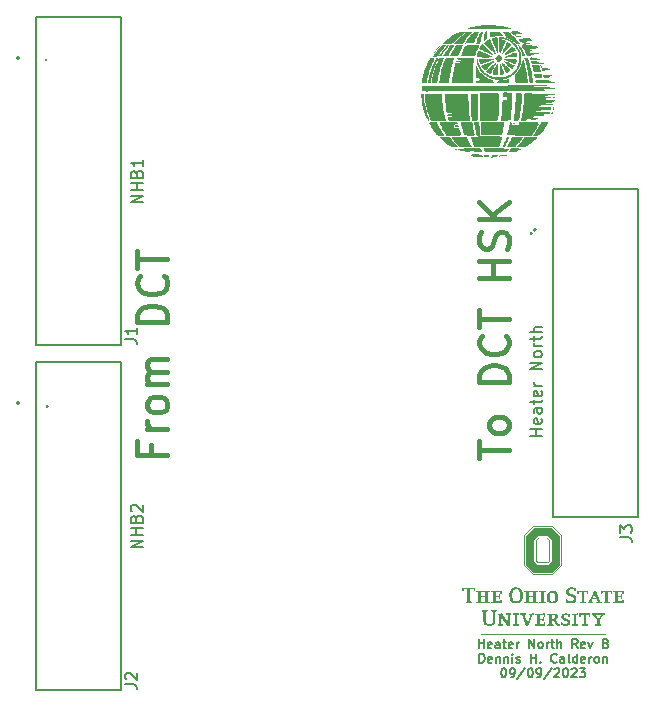
<source format=gbr>
%TF.GenerationSoftware,KiCad,Pcbnew,7.0.7*%
%TF.CreationDate,2023-09-12T10:02:15-04:00*%
%TF.ProjectId,Heater_North_DCT_HSK,48656174-6572-45f4-9e6f-7274685f4443,rev?*%
%TF.SameCoordinates,Original*%
%TF.FileFunction,Legend,Top*%
%TF.FilePolarity,Positive*%
%FSLAX46Y46*%
G04 Gerber Fmt 4.6, Leading zero omitted, Abs format (unit mm)*
G04 Created by KiCad (PCBNEW 7.0.7) date 2023-09-12 10:02:15*
%MOMM*%
%LPD*%
G01*
G04 APERTURE LIST*
%ADD10C,0.254000*%
%ADD11C,0.400000*%
%ADD12C,0.150000*%
%ADD13C,0.127000*%
%ADD14C,0.200000*%
G04 APERTURE END LIST*
D10*
X92590001Y-80030000D02*
G75*
G03*
X92590001Y-80030000I-1J0D01*
G01*
X92500001Y-50700000D02*
G75*
G03*
X92500001Y-50700000I-1J0D01*
G01*
X133560001Y-65400000D02*
G75*
G03*
X133560001Y-65400000I-1J0D01*
G01*
D11*
X129173247Y-84396366D02*
X129173247Y-82967795D01*
X131673247Y-83682081D02*
X129173247Y-83682081D01*
X131673247Y-81777319D02*
X131554200Y-82015414D01*
X131554200Y-82015414D02*
X131435152Y-82134461D01*
X131435152Y-82134461D02*
X131197057Y-82253509D01*
X131197057Y-82253509D02*
X130482771Y-82253509D01*
X130482771Y-82253509D02*
X130244676Y-82134461D01*
X130244676Y-82134461D02*
X130125628Y-82015414D01*
X130125628Y-82015414D02*
X130006580Y-81777319D01*
X130006580Y-81777319D02*
X130006580Y-81420176D01*
X130006580Y-81420176D02*
X130125628Y-81182080D01*
X130125628Y-81182080D02*
X130244676Y-81063033D01*
X130244676Y-81063033D02*
X130482771Y-80943985D01*
X130482771Y-80943985D02*
X131197057Y-80943985D01*
X131197057Y-80943985D02*
X131435152Y-81063033D01*
X131435152Y-81063033D02*
X131554200Y-81182080D01*
X131554200Y-81182080D02*
X131673247Y-81420176D01*
X131673247Y-81420176D02*
X131673247Y-81777319D01*
X131673247Y-77967794D02*
X129173247Y-77967794D01*
X129173247Y-77967794D02*
X129173247Y-77372556D01*
X129173247Y-77372556D02*
X129292295Y-77015413D01*
X129292295Y-77015413D02*
X129530390Y-76777318D01*
X129530390Y-76777318D02*
X129768485Y-76658271D01*
X129768485Y-76658271D02*
X130244676Y-76539223D01*
X130244676Y-76539223D02*
X130601819Y-76539223D01*
X130601819Y-76539223D02*
X131078009Y-76658271D01*
X131078009Y-76658271D02*
X131316104Y-76777318D01*
X131316104Y-76777318D02*
X131554200Y-77015413D01*
X131554200Y-77015413D02*
X131673247Y-77372556D01*
X131673247Y-77372556D02*
X131673247Y-77967794D01*
X131435152Y-74039223D02*
X131554200Y-74158271D01*
X131554200Y-74158271D02*
X131673247Y-74515413D01*
X131673247Y-74515413D02*
X131673247Y-74753509D01*
X131673247Y-74753509D02*
X131554200Y-75110652D01*
X131554200Y-75110652D02*
X131316104Y-75348747D01*
X131316104Y-75348747D02*
X131078009Y-75467794D01*
X131078009Y-75467794D02*
X130601819Y-75586842D01*
X130601819Y-75586842D02*
X130244676Y-75586842D01*
X130244676Y-75586842D02*
X129768485Y-75467794D01*
X129768485Y-75467794D02*
X129530390Y-75348747D01*
X129530390Y-75348747D02*
X129292295Y-75110652D01*
X129292295Y-75110652D02*
X129173247Y-74753509D01*
X129173247Y-74753509D02*
X129173247Y-74515413D01*
X129173247Y-74515413D02*
X129292295Y-74158271D01*
X129292295Y-74158271D02*
X129411342Y-74039223D01*
X129173247Y-73324937D02*
X129173247Y-71896366D01*
X131673247Y-72610652D02*
X129173247Y-72610652D01*
X131673247Y-69158270D02*
X129173247Y-69158270D01*
X130363723Y-69158270D02*
X130363723Y-67729699D01*
X131673247Y-67729699D02*
X129173247Y-67729699D01*
X131554200Y-66658270D02*
X131673247Y-66301127D01*
X131673247Y-66301127D02*
X131673247Y-65705889D01*
X131673247Y-65705889D02*
X131554200Y-65467794D01*
X131554200Y-65467794D02*
X131435152Y-65348746D01*
X131435152Y-65348746D02*
X131197057Y-65229699D01*
X131197057Y-65229699D02*
X130958961Y-65229699D01*
X130958961Y-65229699D02*
X130720866Y-65348746D01*
X130720866Y-65348746D02*
X130601819Y-65467794D01*
X130601819Y-65467794D02*
X130482771Y-65705889D01*
X130482771Y-65705889D02*
X130363723Y-66182080D01*
X130363723Y-66182080D02*
X130244676Y-66420175D01*
X130244676Y-66420175D02*
X130125628Y-66539222D01*
X130125628Y-66539222D02*
X129887533Y-66658270D01*
X129887533Y-66658270D02*
X129649438Y-66658270D01*
X129649438Y-66658270D02*
X129411342Y-66539222D01*
X129411342Y-66539222D02*
X129292295Y-66420175D01*
X129292295Y-66420175D02*
X129173247Y-66182080D01*
X129173247Y-66182080D02*
X129173247Y-65586841D01*
X129173247Y-65586841D02*
X129292295Y-65229699D01*
X131673247Y-64158270D02*
X129173247Y-64158270D01*
X131673247Y-62729699D02*
X130244676Y-63801128D01*
X129173247Y-62729699D02*
X130601819Y-64158270D01*
D12*
X129108199Y-100489295D02*
X129108199Y-99727295D01*
X129108199Y-100090152D02*
X129543628Y-100090152D01*
X129543628Y-100489295D02*
X129543628Y-99727295D01*
X130196771Y-100453010D02*
X130124199Y-100489295D01*
X130124199Y-100489295D02*
X129979057Y-100489295D01*
X129979057Y-100489295D02*
X129906485Y-100453010D01*
X129906485Y-100453010D02*
X129870199Y-100380438D01*
X129870199Y-100380438D02*
X129870199Y-100090152D01*
X129870199Y-100090152D02*
X129906485Y-100017581D01*
X129906485Y-100017581D02*
X129979057Y-99981295D01*
X129979057Y-99981295D02*
X130124199Y-99981295D01*
X130124199Y-99981295D02*
X130196771Y-100017581D01*
X130196771Y-100017581D02*
X130233057Y-100090152D01*
X130233057Y-100090152D02*
X130233057Y-100162724D01*
X130233057Y-100162724D02*
X129870199Y-100235295D01*
X130886200Y-100489295D02*
X130886200Y-100090152D01*
X130886200Y-100090152D02*
X130849914Y-100017581D01*
X130849914Y-100017581D02*
X130777342Y-99981295D01*
X130777342Y-99981295D02*
X130632200Y-99981295D01*
X130632200Y-99981295D02*
X130559628Y-100017581D01*
X130886200Y-100453010D02*
X130813628Y-100489295D01*
X130813628Y-100489295D02*
X130632200Y-100489295D01*
X130632200Y-100489295D02*
X130559628Y-100453010D01*
X130559628Y-100453010D02*
X130523342Y-100380438D01*
X130523342Y-100380438D02*
X130523342Y-100307867D01*
X130523342Y-100307867D02*
X130559628Y-100235295D01*
X130559628Y-100235295D02*
X130632200Y-100199010D01*
X130632200Y-100199010D02*
X130813628Y-100199010D01*
X130813628Y-100199010D02*
X130886200Y-100162724D01*
X131140200Y-99981295D02*
X131430486Y-99981295D01*
X131249057Y-99727295D02*
X131249057Y-100380438D01*
X131249057Y-100380438D02*
X131285343Y-100453010D01*
X131285343Y-100453010D02*
X131357914Y-100489295D01*
X131357914Y-100489295D02*
X131430486Y-100489295D01*
X131974772Y-100453010D02*
X131902200Y-100489295D01*
X131902200Y-100489295D02*
X131757058Y-100489295D01*
X131757058Y-100489295D02*
X131684486Y-100453010D01*
X131684486Y-100453010D02*
X131648200Y-100380438D01*
X131648200Y-100380438D02*
X131648200Y-100090152D01*
X131648200Y-100090152D02*
X131684486Y-100017581D01*
X131684486Y-100017581D02*
X131757058Y-99981295D01*
X131757058Y-99981295D02*
X131902200Y-99981295D01*
X131902200Y-99981295D02*
X131974772Y-100017581D01*
X131974772Y-100017581D02*
X132011058Y-100090152D01*
X132011058Y-100090152D02*
X132011058Y-100162724D01*
X132011058Y-100162724D02*
X131648200Y-100235295D01*
X132337629Y-100489295D02*
X132337629Y-99981295D01*
X132337629Y-100126438D02*
X132373915Y-100053867D01*
X132373915Y-100053867D02*
X132410201Y-100017581D01*
X132410201Y-100017581D02*
X132482772Y-99981295D01*
X132482772Y-99981295D02*
X132555343Y-99981295D01*
X133389914Y-100489295D02*
X133389914Y-99727295D01*
X133389914Y-99727295D02*
X133825343Y-100489295D01*
X133825343Y-100489295D02*
X133825343Y-99727295D01*
X134297057Y-100489295D02*
X134224486Y-100453010D01*
X134224486Y-100453010D02*
X134188200Y-100416724D01*
X134188200Y-100416724D02*
X134151914Y-100344152D01*
X134151914Y-100344152D02*
X134151914Y-100126438D01*
X134151914Y-100126438D02*
X134188200Y-100053867D01*
X134188200Y-100053867D02*
X134224486Y-100017581D01*
X134224486Y-100017581D02*
X134297057Y-99981295D01*
X134297057Y-99981295D02*
X134405914Y-99981295D01*
X134405914Y-99981295D02*
X134478486Y-100017581D01*
X134478486Y-100017581D02*
X134514772Y-100053867D01*
X134514772Y-100053867D02*
X134551057Y-100126438D01*
X134551057Y-100126438D02*
X134551057Y-100344152D01*
X134551057Y-100344152D02*
X134514772Y-100416724D01*
X134514772Y-100416724D02*
X134478486Y-100453010D01*
X134478486Y-100453010D02*
X134405914Y-100489295D01*
X134405914Y-100489295D02*
X134297057Y-100489295D01*
X134877629Y-100489295D02*
X134877629Y-99981295D01*
X134877629Y-100126438D02*
X134913915Y-100053867D01*
X134913915Y-100053867D02*
X134950201Y-100017581D01*
X134950201Y-100017581D02*
X135022772Y-99981295D01*
X135022772Y-99981295D02*
X135095343Y-99981295D01*
X135240486Y-99981295D02*
X135530772Y-99981295D01*
X135349343Y-99727295D02*
X135349343Y-100380438D01*
X135349343Y-100380438D02*
X135385629Y-100453010D01*
X135385629Y-100453010D02*
X135458200Y-100489295D01*
X135458200Y-100489295D02*
X135530772Y-100489295D01*
X135784772Y-100489295D02*
X135784772Y-99727295D01*
X136111344Y-100489295D02*
X136111344Y-100090152D01*
X136111344Y-100090152D02*
X136075058Y-100017581D01*
X136075058Y-100017581D02*
X136002486Y-99981295D01*
X136002486Y-99981295D02*
X135893629Y-99981295D01*
X135893629Y-99981295D02*
X135821058Y-100017581D01*
X135821058Y-100017581D02*
X135784772Y-100053867D01*
X137490201Y-100489295D02*
X137236201Y-100126438D01*
X137054772Y-100489295D02*
X137054772Y-99727295D01*
X137054772Y-99727295D02*
X137345058Y-99727295D01*
X137345058Y-99727295D02*
X137417629Y-99763581D01*
X137417629Y-99763581D02*
X137453915Y-99799867D01*
X137453915Y-99799867D02*
X137490201Y-99872438D01*
X137490201Y-99872438D02*
X137490201Y-99981295D01*
X137490201Y-99981295D02*
X137453915Y-100053867D01*
X137453915Y-100053867D02*
X137417629Y-100090152D01*
X137417629Y-100090152D02*
X137345058Y-100126438D01*
X137345058Y-100126438D02*
X137054772Y-100126438D01*
X138107058Y-100453010D02*
X138034486Y-100489295D01*
X138034486Y-100489295D02*
X137889344Y-100489295D01*
X137889344Y-100489295D02*
X137816772Y-100453010D01*
X137816772Y-100453010D02*
X137780486Y-100380438D01*
X137780486Y-100380438D02*
X137780486Y-100090152D01*
X137780486Y-100090152D02*
X137816772Y-100017581D01*
X137816772Y-100017581D02*
X137889344Y-99981295D01*
X137889344Y-99981295D02*
X138034486Y-99981295D01*
X138034486Y-99981295D02*
X138107058Y-100017581D01*
X138107058Y-100017581D02*
X138143344Y-100090152D01*
X138143344Y-100090152D02*
X138143344Y-100162724D01*
X138143344Y-100162724D02*
X137780486Y-100235295D01*
X138397344Y-99981295D02*
X138578772Y-100489295D01*
X138578772Y-100489295D02*
X138760201Y-99981295D01*
X139885057Y-100090152D02*
X139993914Y-100126438D01*
X139993914Y-100126438D02*
X140030200Y-100162724D01*
X140030200Y-100162724D02*
X140066486Y-100235295D01*
X140066486Y-100235295D02*
X140066486Y-100344152D01*
X140066486Y-100344152D02*
X140030200Y-100416724D01*
X140030200Y-100416724D02*
X139993914Y-100453010D01*
X139993914Y-100453010D02*
X139921343Y-100489295D01*
X139921343Y-100489295D02*
X139631057Y-100489295D01*
X139631057Y-100489295D02*
X139631057Y-99727295D01*
X139631057Y-99727295D02*
X139885057Y-99727295D01*
X139885057Y-99727295D02*
X139957629Y-99763581D01*
X139957629Y-99763581D02*
X139993914Y-99799867D01*
X139993914Y-99799867D02*
X140030200Y-99872438D01*
X140030200Y-99872438D02*
X140030200Y-99945010D01*
X140030200Y-99945010D02*
X139993914Y-100017581D01*
X139993914Y-100017581D02*
X139957629Y-100053867D01*
X139957629Y-100053867D02*
X139885057Y-100090152D01*
X139885057Y-100090152D02*
X139631057Y-100090152D01*
X129180770Y-101716115D02*
X129180770Y-100954115D01*
X129180770Y-100954115D02*
X129362199Y-100954115D01*
X129362199Y-100954115D02*
X129471056Y-100990401D01*
X129471056Y-100990401D02*
X129543627Y-101062972D01*
X129543627Y-101062972D02*
X129579913Y-101135544D01*
X129579913Y-101135544D02*
X129616199Y-101280687D01*
X129616199Y-101280687D02*
X129616199Y-101389544D01*
X129616199Y-101389544D02*
X129579913Y-101534687D01*
X129579913Y-101534687D02*
X129543627Y-101607258D01*
X129543627Y-101607258D02*
X129471056Y-101679830D01*
X129471056Y-101679830D02*
X129362199Y-101716115D01*
X129362199Y-101716115D02*
X129180770Y-101716115D01*
X130233056Y-101679830D02*
X130160484Y-101716115D01*
X130160484Y-101716115D02*
X130015342Y-101716115D01*
X130015342Y-101716115D02*
X129942770Y-101679830D01*
X129942770Y-101679830D02*
X129906484Y-101607258D01*
X129906484Y-101607258D02*
X129906484Y-101316972D01*
X129906484Y-101316972D02*
X129942770Y-101244401D01*
X129942770Y-101244401D02*
X130015342Y-101208115D01*
X130015342Y-101208115D02*
X130160484Y-101208115D01*
X130160484Y-101208115D02*
X130233056Y-101244401D01*
X130233056Y-101244401D02*
X130269342Y-101316972D01*
X130269342Y-101316972D02*
X130269342Y-101389544D01*
X130269342Y-101389544D02*
X129906484Y-101462115D01*
X130595913Y-101208115D02*
X130595913Y-101716115D01*
X130595913Y-101280687D02*
X130632199Y-101244401D01*
X130632199Y-101244401D02*
X130704770Y-101208115D01*
X130704770Y-101208115D02*
X130813627Y-101208115D01*
X130813627Y-101208115D02*
X130886199Y-101244401D01*
X130886199Y-101244401D02*
X130922485Y-101316972D01*
X130922485Y-101316972D02*
X130922485Y-101716115D01*
X131285342Y-101208115D02*
X131285342Y-101716115D01*
X131285342Y-101280687D02*
X131321628Y-101244401D01*
X131321628Y-101244401D02*
X131394199Y-101208115D01*
X131394199Y-101208115D02*
X131503056Y-101208115D01*
X131503056Y-101208115D02*
X131575628Y-101244401D01*
X131575628Y-101244401D02*
X131611914Y-101316972D01*
X131611914Y-101316972D02*
X131611914Y-101716115D01*
X131974771Y-101716115D02*
X131974771Y-101208115D01*
X131974771Y-100954115D02*
X131938485Y-100990401D01*
X131938485Y-100990401D02*
X131974771Y-101026687D01*
X131974771Y-101026687D02*
X132011057Y-100990401D01*
X132011057Y-100990401D02*
X131974771Y-100954115D01*
X131974771Y-100954115D02*
X131974771Y-101026687D01*
X132301342Y-101679830D02*
X132373914Y-101716115D01*
X132373914Y-101716115D02*
X132519057Y-101716115D01*
X132519057Y-101716115D02*
X132591628Y-101679830D01*
X132591628Y-101679830D02*
X132627914Y-101607258D01*
X132627914Y-101607258D02*
X132627914Y-101570972D01*
X132627914Y-101570972D02*
X132591628Y-101498401D01*
X132591628Y-101498401D02*
X132519057Y-101462115D01*
X132519057Y-101462115D02*
X132410200Y-101462115D01*
X132410200Y-101462115D02*
X132337628Y-101425830D01*
X132337628Y-101425830D02*
X132301342Y-101353258D01*
X132301342Y-101353258D02*
X132301342Y-101316972D01*
X132301342Y-101316972D02*
X132337628Y-101244401D01*
X132337628Y-101244401D02*
X132410200Y-101208115D01*
X132410200Y-101208115D02*
X132519057Y-101208115D01*
X132519057Y-101208115D02*
X132591628Y-101244401D01*
X133535056Y-101716115D02*
X133535056Y-100954115D01*
X133535056Y-101316972D02*
X133970485Y-101316972D01*
X133970485Y-101716115D02*
X133970485Y-100954115D01*
X134333342Y-101643544D02*
X134369628Y-101679830D01*
X134369628Y-101679830D02*
X134333342Y-101716115D01*
X134333342Y-101716115D02*
X134297056Y-101679830D01*
X134297056Y-101679830D02*
X134333342Y-101643544D01*
X134333342Y-101643544D02*
X134333342Y-101716115D01*
X135712199Y-101643544D02*
X135675913Y-101679830D01*
X135675913Y-101679830D02*
X135567056Y-101716115D01*
X135567056Y-101716115D02*
X135494484Y-101716115D01*
X135494484Y-101716115D02*
X135385627Y-101679830D01*
X135385627Y-101679830D02*
X135313056Y-101607258D01*
X135313056Y-101607258D02*
X135276770Y-101534687D01*
X135276770Y-101534687D02*
X135240484Y-101389544D01*
X135240484Y-101389544D02*
X135240484Y-101280687D01*
X135240484Y-101280687D02*
X135276770Y-101135544D01*
X135276770Y-101135544D02*
X135313056Y-101062972D01*
X135313056Y-101062972D02*
X135385627Y-100990401D01*
X135385627Y-100990401D02*
X135494484Y-100954115D01*
X135494484Y-100954115D02*
X135567056Y-100954115D01*
X135567056Y-100954115D02*
X135675913Y-100990401D01*
X135675913Y-100990401D02*
X135712199Y-101026687D01*
X136365342Y-101716115D02*
X136365342Y-101316972D01*
X136365342Y-101316972D02*
X136329056Y-101244401D01*
X136329056Y-101244401D02*
X136256484Y-101208115D01*
X136256484Y-101208115D02*
X136111342Y-101208115D01*
X136111342Y-101208115D02*
X136038770Y-101244401D01*
X136365342Y-101679830D02*
X136292770Y-101716115D01*
X136292770Y-101716115D02*
X136111342Y-101716115D01*
X136111342Y-101716115D02*
X136038770Y-101679830D01*
X136038770Y-101679830D02*
X136002484Y-101607258D01*
X136002484Y-101607258D02*
X136002484Y-101534687D01*
X136002484Y-101534687D02*
X136038770Y-101462115D01*
X136038770Y-101462115D02*
X136111342Y-101425830D01*
X136111342Y-101425830D02*
X136292770Y-101425830D01*
X136292770Y-101425830D02*
X136365342Y-101389544D01*
X136837056Y-101716115D02*
X136764485Y-101679830D01*
X136764485Y-101679830D02*
X136728199Y-101607258D01*
X136728199Y-101607258D02*
X136728199Y-100954115D01*
X137453914Y-101716115D02*
X137453914Y-100954115D01*
X137453914Y-101679830D02*
X137381342Y-101716115D01*
X137381342Y-101716115D02*
X137236199Y-101716115D01*
X137236199Y-101716115D02*
X137163628Y-101679830D01*
X137163628Y-101679830D02*
X137127342Y-101643544D01*
X137127342Y-101643544D02*
X137091056Y-101570972D01*
X137091056Y-101570972D02*
X137091056Y-101353258D01*
X137091056Y-101353258D02*
X137127342Y-101280687D01*
X137127342Y-101280687D02*
X137163628Y-101244401D01*
X137163628Y-101244401D02*
X137236199Y-101208115D01*
X137236199Y-101208115D02*
X137381342Y-101208115D01*
X137381342Y-101208115D02*
X137453914Y-101244401D01*
X138107057Y-101679830D02*
X138034485Y-101716115D01*
X138034485Y-101716115D02*
X137889343Y-101716115D01*
X137889343Y-101716115D02*
X137816771Y-101679830D01*
X137816771Y-101679830D02*
X137780485Y-101607258D01*
X137780485Y-101607258D02*
X137780485Y-101316972D01*
X137780485Y-101316972D02*
X137816771Y-101244401D01*
X137816771Y-101244401D02*
X137889343Y-101208115D01*
X137889343Y-101208115D02*
X138034485Y-101208115D01*
X138034485Y-101208115D02*
X138107057Y-101244401D01*
X138107057Y-101244401D02*
X138143343Y-101316972D01*
X138143343Y-101316972D02*
X138143343Y-101389544D01*
X138143343Y-101389544D02*
X137780485Y-101462115D01*
X138469914Y-101716115D02*
X138469914Y-101208115D01*
X138469914Y-101353258D02*
X138506200Y-101280687D01*
X138506200Y-101280687D02*
X138542486Y-101244401D01*
X138542486Y-101244401D02*
X138615057Y-101208115D01*
X138615057Y-101208115D02*
X138687628Y-101208115D01*
X139050485Y-101716115D02*
X138977914Y-101679830D01*
X138977914Y-101679830D02*
X138941628Y-101643544D01*
X138941628Y-101643544D02*
X138905342Y-101570972D01*
X138905342Y-101570972D02*
X138905342Y-101353258D01*
X138905342Y-101353258D02*
X138941628Y-101280687D01*
X138941628Y-101280687D02*
X138977914Y-101244401D01*
X138977914Y-101244401D02*
X139050485Y-101208115D01*
X139050485Y-101208115D02*
X139159342Y-101208115D01*
X139159342Y-101208115D02*
X139231914Y-101244401D01*
X139231914Y-101244401D02*
X139268200Y-101280687D01*
X139268200Y-101280687D02*
X139304485Y-101353258D01*
X139304485Y-101353258D02*
X139304485Y-101570972D01*
X139304485Y-101570972D02*
X139268200Y-101643544D01*
X139268200Y-101643544D02*
X139231914Y-101679830D01*
X139231914Y-101679830D02*
X139159342Y-101716115D01*
X139159342Y-101716115D02*
X139050485Y-101716115D01*
X139631057Y-101208115D02*
X139631057Y-101716115D01*
X139631057Y-101280687D02*
X139667343Y-101244401D01*
X139667343Y-101244401D02*
X139739914Y-101208115D01*
X139739914Y-101208115D02*
X139848771Y-101208115D01*
X139848771Y-101208115D02*
X139921343Y-101244401D01*
X139921343Y-101244401D02*
X139957629Y-101316972D01*
X139957629Y-101316972D02*
X139957629Y-101716115D01*
X131194629Y-102180935D02*
X131267200Y-102180935D01*
X131267200Y-102180935D02*
X131339772Y-102217221D01*
X131339772Y-102217221D02*
X131376058Y-102253507D01*
X131376058Y-102253507D02*
X131412343Y-102326078D01*
X131412343Y-102326078D02*
X131448629Y-102471221D01*
X131448629Y-102471221D02*
X131448629Y-102652650D01*
X131448629Y-102652650D02*
X131412343Y-102797792D01*
X131412343Y-102797792D02*
X131376058Y-102870364D01*
X131376058Y-102870364D02*
X131339772Y-102906650D01*
X131339772Y-102906650D02*
X131267200Y-102942935D01*
X131267200Y-102942935D02*
X131194629Y-102942935D01*
X131194629Y-102942935D02*
X131122058Y-102906650D01*
X131122058Y-102906650D02*
X131085772Y-102870364D01*
X131085772Y-102870364D02*
X131049486Y-102797792D01*
X131049486Y-102797792D02*
X131013200Y-102652650D01*
X131013200Y-102652650D02*
X131013200Y-102471221D01*
X131013200Y-102471221D02*
X131049486Y-102326078D01*
X131049486Y-102326078D02*
X131085772Y-102253507D01*
X131085772Y-102253507D02*
X131122058Y-102217221D01*
X131122058Y-102217221D02*
X131194629Y-102180935D01*
X131811486Y-102942935D02*
X131956629Y-102942935D01*
X131956629Y-102942935D02*
X132029200Y-102906650D01*
X132029200Y-102906650D02*
X132065486Y-102870364D01*
X132065486Y-102870364D02*
X132138057Y-102761507D01*
X132138057Y-102761507D02*
X132174343Y-102616364D01*
X132174343Y-102616364D02*
X132174343Y-102326078D01*
X132174343Y-102326078D02*
X132138057Y-102253507D01*
X132138057Y-102253507D02*
X132101772Y-102217221D01*
X132101772Y-102217221D02*
X132029200Y-102180935D01*
X132029200Y-102180935D02*
X131884057Y-102180935D01*
X131884057Y-102180935D02*
X131811486Y-102217221D01*
X131811486Y-102217221D02*
X131775200Y-102253507D01*
X131775200Y-102253507D02*
X131738914Y-102326078D01*
X131738914Y-102326078D02*
X131738914Y-102507507D01*
X131738914Y-102507507D02*
X131775200Y-102580078D01*
X131775200Y-102580078D02*
X131811486Y-102616364D01*
X131811486Y-102616364D02*
X131884057Y-102652650D01*
X131884057Y-102652650D02*
X132029200Y-102652650D01*
X132029200Y-102652650D02*
X132101772Y-102616364D01*
X132101772Y-102616364D02*
X132138057Y-102580078D01*
X132138057Y-102580078D02*
X132174343Y-102507507D01*
X133045200Y-102144650D02*
X132392057Y-103124364D01*
X133444343Y-102180935D02*
X133516914Y-102180935D01*
X133516914Y-102180935D02*
X133589486Y-102217221D01*
X133589486Y-102217221D02*
X133625772Y-102253507D01*
X133625772Y-102253507D02*
X133662057Y-102326078D01*
X133662057Y-102326078D02*
X133698343Y-102471221D01*
X133698343Y-102471221D02*
X133698343Y-102652650D01*
X133698343Y-102652650D02*
X133662057Y-102797792D01*
X133662057Y-102797792D02*
X133625772Y-102870364D01*
X133625772Y-102870364D02*
X133589486Y-102906650D01*
X133589486Y-102906650D02*
X133516914Y-102942935D01*
X133516914Y-102942935D02*
X133444343Y-102942935D01*
X133444343Y-102942935D02*
X133371772Y-102906650D01*
X133371772Y-102906650D02*
X133335486Y-102870364D01*
X133335486Y-102870364D02*
X133299200Y-102797792D01*
X133299200Y-102797792D02*
X133262914Y-102652650D01*
X133262914Y-102652650D02*
X133262914Y-102471221D01*
X133262914Y-102471221D02*
X133299200Y-102326078D01*
X133299200Y-102326078D02*
X133335486Y-102253507D01*
X133335486Y-102253507D02*
X133371772Y-102217221D01*
X133371772Y-102217221D02*
X133444343Y-102180935D01*
X134061200Y-102942935D02*
X134206343Y-102942935D01*
X134206343Y-102942935D02*
X134278914Y-102906650D01*
X134278914Y-102906650D02*
X134315200Y-102870364D01*
X134315200Y-102870364D02*
X134387771Y-102761507D01*
X134387771Y-102761507D02*
X134424057Y-102616364D01*
X134424057Y-102616364D02*
X134424057Y-102326078D01*
X134424057Y-102326078D02*
X134387771Y-102253507D01*
X134387771Y-102253507D02*
X134351486Y-102217221D01*
X134351486Y-102217221D02*
X134278914Y-102180935D01*
X134278914Y-102180935D02*
X134133771Y-102180935D01*
X134133771Y-102180935D02*
X134061200Y-102217221D01*
X134061200Y-102217221D02*
X134024914Y-102253507D01*
X134024914Y-102253507D02*
X133988628Y-102326078D01*
X133988628Y-102326078D02*
X133988628Y-102507507D01*
X133988628Y-102507507D02*
X134024914Y-102580078D01*
X134024914Y-102580078D02*
X134061200Y-102616364D01*
X134061200Y-102616364D02*
X134133771Y-102652650D01*
X134133771Y-102652650D02*
X134278914Y-102652650D01*
X134278914Y-102652650D02*
X134351486Y-102616364D01*
X134351486Y-102616364D02*
X134387771Y-102580078D01*
X134387771Y-102580078D02*
X134424057Y-102507507D01*
X135294914Y-102144650D02*
X134641771Y-103124364D01*
X135512628Y-102253507D02*
X135548914Y-102217221D01*
X135548914Y-102217221D02*
X135621486Y-102180935D01*
X135621486Y-102180935D02*
X135802914Y-102180935D01*
X135802914Y-102180935D02*
X135875486Y-102217221D01*
X135875486Y-102217221D02*
X135911771Y-102253507D01*
X135911771Y-102253507D02*
X135948057Y-102326078D01*
X135948057Y-102326078D02*
X135948057Y-102398650D01*
X135948057Y-102398650D02*
X135911771Y-102507507D01*
X135911771Y-102507507D02*
X135476343Y-102942935D01*
X135476343Y-102942935D02*
X135948057Y-102942935D01*
X136419771Y-102180935D02*
X136492342Y-102180935D01*
X136492342Y-102180935D02*
X136564914Y-102217221D01*
X136564914Y-102217221D02*
X136601200Y-102253507D01*
X136601200Y-102253507D02*
X136637485Y-102326078D01*
X136637485Y-102326078D02*
X136673771Y-102471221D01*
X136673771Y-102471221D02*
X136673771Y-102652650D01*
X136673771Y-102652650D02*
X136637485Y-102797792D01*
X136637485Y-102797792D02*
X136601200Y-102870364D01*
X136601200Y-102870364D02*
X136564914Y-102906650D01*
X136564914Y-102906650D02*
X136492342Y-102942935D01*
X136492342Y-102942935D02*
X136419771Y-102942935D01*
X136419771Y-102942935D02*
X136347200Y-102906650D01*
X136347200Y-102906650D02*
X136310914Y-102870364D01*
X136310914Y-102870364D02*
X136274628Y-102797792D01*
X136274628Y-102797792D02*
X136238342Y-102652650D01*
X136238342Y-102652650D02*
X136238342Y-102471221D01*
X136238342Y-102471221D02*
X136274628Y-102326078D01*
X136274628Y-102326078D02*
X136310914Y-102253507D01*
X136310914Y-102253507D02*
X136347200Y-102217221D01*
X136347200Y-102217221D02*
X136419771Y-102180935D01*
X136964056Y-102253507D02*
X137000342Y-102217221D01*
X137000342Y-102217221D02*
X137072914Y-102180935D01*
X137072914Y-102180935D02*
X137254342Y-102180935D01*
X137254342Y-102180935D02*
X137326914Y-102217221D01*
X137326914Y-102217221D02*
X137363199Y-102253507D01*
X137363199Y-102253507D02*
X137399485Y-102326078D01*
X137399485Y-102326078D02*
X137399485Y-102398650D01*
X137399485Y-102398650D02*
X137363199Y-102507507D01*
X137363199Y-102507507D02*
X136927771Y-102942935D01*
X136927771Y-102942935D02*
X137399485Y-102942935D01*
X137653485Y-102180935D02*
X138125199Y-102180935D01*
X138125199Y-102180935D02*
X137871199Y-102471221D01*
X137871199Y-102471221D02*
X137980056Y-102471221D01*
X137980056Y-102471221D02*
X138052628Y-102507507D01*
X138052628Y-102507507D02*
X138088913Y-102543792D01*
X138088913Y-102543792D02*
X138125199Y-102616364D01*
X138125199Y-102616364D02*
X138125199Y-102797792D01*
X138125199Y-102797792D02*
X138088913Y-102870364D01*
X138088913Y-102870364D02*
X138052628Y-102906650D01*
X138052628Y-102906650D02*
X137980056Y-102942935D01*
X137980056Y-102942935D02*
X137762342Y-102942935D01*
X137762342Y-102942935D02*
X137689770Y-102906650D01*
X137689770Y-102906650D02*
X137653485Y-102870364D01*
D11*
X101411523Y-83270890D02*
X101411523Y-84104223D01*
X102721047Y-84104223D02*
X100221047Y-84104223D01*
X100221047Y-84104223D02*
X100221047Y-82913747D01*
X102721047Y-81961366D02*
X101054380Y-81961366D01*
X101530571Y-81961366D02*
X101292476Y-81842319D01*
X101292476Y-81842319D02*
X101173428Y-81723271D01*
X101173428Y-81723271D02*
X101054380Y-81485176D01*
X101054380Y-81485176D02*
X101054380Y-81247081D01*
X102721047Y-80056605D02*
X102602000Y-80294700D01*
X102602000Y-80294700D02*
X102482952Y-80413747D01*
X102482952Y-80413747D02*
X102244857Y-80532795D01*
X102244857Y-80532795D02*
X101530571Y-80532795D01*
X101530571Y-80532795D02*
X101292476Y-80413747D01*
X101292476Y-80413747D02*
X101173428Y-80294700D01*
X101173428Y-80294700D02*
X101054380Y-80056605D01*
X101054380Y-80056605D02*
X101054380Y-79699462D01*
X101054380Y-79699462D02*
X101173428Y-79461366D01*
X101173428Y-79461366D02*
X101292476Y-79342319D01*
X101292476Y-79342319D02*
X101530571Y-79223271D01*
X101530571Y-79223271D02*
X102244857Y-79223271D01*
X102244857Y-79223271D02*
X102482952Y-79342319D01*
X102482952Y-79342319D02*
X102602000Y-79461366D01*
X102602000Y-79461366D02*
X102721047Y-79699462D01*
X102721047Y-79699462D02*
X102721047Y-80056605D01*
X102721047Y-78151842D02*
X101054380Y-78151842D01*
X101292476Y-78151842D02*
X101173428Y-78032795D01*
X101173428Y-78032795D02*
X101054380Y-77794700D01*
X101054380Y-77794700D02*
X101054380Y-77437557D01*
X101054380Y-77437557D02*
X101173428Y-77199461D01*
X101173428Y-77199461D02*
X101411523Y-77080414D01*
X101411523Y-77080414D02*
X102721047Y-77080414D01*
X101411523Y-77080414D02*
X101173428Y-76961366D01*
X101173428Y-76961366D02*
X101054380Y-76723271D01*
X101054380Y-76723271D02*
X101054380Y-76366128D01*
X101054380Y-76366128D02*
X101173428Y-76128033D01*
X101173428Y-76128033D02*
X101411523Y-76008985D01*
X101411523Y-76008985D02*
X102721047Y-76008985D01*
X102721047Y-72913747D02*
X100221047Y-72913747D01*
X100221047Y-72913747D02*
X100221047Y-72318509D01*
X100221047Y-72318509D02*
X100340095Y-71961366D01*
X100340095Y-71961366D02*
X100578190Y-71723271D01*
X100578190Y-71723271D02*
X100816285Y-71604224D01*
X100816285Y-71604224D02*
X101292476Y-71485176D01*
X101292476Y-71485176D02*
X101649619Y-71485176D01*
X101649619Y-71485176D02*
X102125809Y-71604224D01*
X102125809Y-71604224D02*
X102363904Y-71723271D01*
X102363904Y-71723271D02*
X102602000Y-71961366D01*
X102602000Y-71961366D02*
X102721047Y-72318509D01*
X102721047Y-72318509D02*
X102721047Y-72913747D01*
X102482952Y-68985176D02*
X102602000Y-69104224D01*
X102602000Y-69104224D02*
X102721047Y-69461366D01*
X102721047Y-69461366D02*
X102721047Y-69699462D01*
X102721047Y-69699462D02*
X102602000Y-70056605D01*
X102602000Y-70056605D02*
X102363904Y-70294700D01*
X102363904Y-70294700D02*
X102125809Y-70413747D01*
X102125809Y-70413747D02*
X101649619Y-70532795D01*
X101649619Y-70532795D02*
X101292476Y-70532795D01*
X101292476Y-70532795D02*
X100816285Y-70413747D01*
X100816285Y-70413747D02*
X100578190Y-70294700D01*
X100578190Y-70294700D02*
X100340095Y-70056605D01*
X100340095Y-70056605D02*
X100221047Y-69699462D01*
X100221047Y-69699462D02*
X100221047Y-69461366D01*
X100221047Y-69461366D02*
X100340095Y-69104224D01*
X100340095Y-69104224D02*
X100459142Y-68985176D01*
X100221047Y-68270890D02*
X100221047Y-66842319D01*
X102721047Y-67556605D02*
X100221047Y-67556605D01*
D12*
X99175219Y-103558933D02*
X99889504Y-103558933D01*
X99889504Y-103558933D02*
X100032361Y-103606552D01*
X100032361Y-103606552D02*
X100127600Y-103701790D01*
X100127600Y-103701790D02*
X100175219Y-103844647D01*
X100175219Y-103844647D02*
X100175219Y-103939885D01*
X99270457Y-103130361D02*
X99222838Y-103082742D01*
X99222838Y-103082742D02*
X99175219Y-102987504D01*
X99175219Y-102987504D02*
X99175219Y-102749409D01*
X99175219Y-102749409D02*
X99222838Y-102654171D01*
X99222838Y-102654171D02*
X99270457Y-102606552D01*
X99270457Y-102606552D02*
X99365695Y-102558933D01*
X99365695Y-102558933D02*
X99460933Y-102558933D01*
X99460933Y-102558933D02*
X99603790Y-102606552D01*
X99603790Y-102606552D02*
X100175219Y-103177980D01*
X100175219Y-103177980D02*
X100175219Y-102558933D01*
X100657819Y-91955714D02*
X99657819Y-91955714D01*
X99657819Y-91955714D02*
X100657819Y-91384286D01*
X100657819Y-91384286D02*
X99657819Y-91384286D01*
X100657819Y-90908095D02*
X99657819Y-90908095D01*
X100134009Y-90908095D02*
X100134009Y-90336667D01*
X100657819Y-90336667D02*
X99657819Y-90336667D01*
X100134009Y-89527143D02*
X100181628Y-89384286D01*
X100181628Y-89384286D02*
X100229247Y-89336667D01*
X100229247Y-89336667D02*
X100324485Y-89289048D01*
X100324485Y-89289048D02*
X100467342Y-89289048D01*
X100467342Y-89289048D02*
X100562580Y-89336667D01*
X100562580Y-89336667D02*
X100610200Y-89384286D01*
X100610200Y-89384286D02*
X100657819Y-89479524D01*
X100657819Y-89479524D02*
X100657819Y-89860476D01*
X100657819Y-89860476D02*
X99657819Y-89860476D01*
X99657819Y-89860476D02*
X99657819Y-89527143D01*
X99657819Y-89527143D02*
X99705438Y-89431905D01*
X99705438Y-89431905D02*
X99753057Y-89384286D01*
X99753057Y-89384286D02*
X99848295Y-89336667D01*
X99848295Y-89336667D02*
X99943533Y-89336667D01*
X99943533Y-89336667D02*
X100038771Y-89384286D01*
X100038771Y-89384286D02*
X100086390Y-89431905D01*
X100086390Y-89431905D02*
X100134009Y-89527143D01*
X100134009Y-89527143D02*
X100134009Y-89860476D01*
X99753057Y-88908095D02*
X99705438Y-88860476D01*
X99705438Y-88860476D02*
X99657819Y-88765238D01*
X99657819Y-88765238D02*
X99657819Y-88527143D01*
X99657819Y-88527143D02*
X99705438Y-88431905D01*
X99705438Y-88431905D02*
X99753057Y-88384286D01*
X99753057Y-88384286D02*
X99848295Y-88336667D01*
X99848295Y-88336667D02*
X99943533Y-88336667D01*
X99943533Y-88336667D02*
X100086390Y-88384286D01*
X100086390Y-88384286D02*
X100657819Y-88955714D01*
X100657819Y-88955714D02*
X100657819Y-88336667D01*
X141081179Y-91098733D02*
X141795464Y-91098733D01*
X141795464Y-91098733D02*
X141938321Y-91146352D01*
X141938321Y-91146352D02*
X142033560Y-91241590D01*
X142033560Y-91241590D02*
X142081179Y-91384447D01*
X142081179Y-91384447D02*
X142081179Y-91479685D01*
X141081179Y-90717780D02*
X141081179Y-90098733D01*
X141081179Y-90098733D02*
X141462131Y-90432066D01*
X141462131Y-90432066D02*
X141462131Y-90289209D01*
X141462131Y-90289209D02*
X141509750Y-90193971D01*
X141509750Y-90193971D02*
X141557369Y-90146352D01*
X141557369Y-90146352D02*
X141652607Y-90098733D01*
X141652607Y-90098733D02*
X141890702Y-90098733D01*
X141890702Y-90098733D02*
X141985940Y-90146352D01*
X141985940Y-90146352D02*
X142033560Y-90193971D01*
X142033560Y-90193971D02*
X142081179Y-90289209D01*
X142081179Y-90289209D02*
X142081179Y-90574923D01*
X142081179Y-90574923D02*
X142033560Y-90670161D01*
X142033560Y-90670161D02*
X141985940Y-90717780D01*
X134461179Y-82495238D02*
X133461179Y-82495238D01*
X133937369Y-82495238D02*
X133937369Y-81923810D01*
X134461179Y-81923810D02*
X133461179Y-81923810D01*
X134413560Y-81066667D02*
X134461179Y-81161905D01*
X134461179Y-81161905D02*
X134461179Y-81352381D01*
X134461179Y-81352381D02*
X134413560Y-81447619D01*
X134413560Y-81447619D02*
X134318321Y-81495238D01*
X134318321Y-81495238D02*
X133937369Y-81495238D01*
X133937369Y-81495238D02*
X133842131Y-81447619D01*
X133842131Y-81447619D02*
X133794512Y-81352381D01*
X133794512Y-81352381D02*
X133794512Y-81161905D01*
X133794512Y-81161905D02*
X133842131Y-81066667D01*
X133842131Y-81066667D02*
X133937369Y-81019048D01*
X133937369Y-81019048D02*
X134032607Y-81019048D01*
X134032607Y-81019048D02*
X134127845Y-81495238D01*
X134461179Y-80161905D02*
X133937369Y-80161905D01*
X133937369Y-80161905D02*
X133842131Y-80209524D01*
X133842131Y-80209524D02*
X133794512Y-80304762D01*
X133794512Y-80304762D02*
X133794512Y-80495238D01*
X133794512Y-80495238D02*
X133842131Y-80590476D01*
X134413560Y-80161905D02*
X134461179Y-80257143D01*
X134461179Y-80257143D02*
X134461179Y-80495238D01*
X134461179Y-80495238D02*
X134413560Y-80590476D01*
X134413560Y-80590476D02*
X134318321Y-80638095D01*
X134318321Y-80638095D02*
X134223083Y-80638095D01*
X134223083Y-80638095D02*
X134127845Y-80590476D01*
X134127845Y-80590476D02*
X134080226Y-80495238D01*
X134080226Y-80495238D02*
X134080226Y-80257143D01*
X134080226Y-80257143D02*
X134032607Y-80161905D01*
X133794512Y-79828571D02*
X133794512Y-79447619D01*
X133461179Y-79685714D02*
X134318321Y-79685714D01*
X134318321Y-79685714D02*
X134413560Y-79638095D01*
X134413560Y-79638095D02*
X134461179Y-79542857D01*
X134461179Y-79542857D02*
X134461179Y-79447619D01*
X134413560Y-78733333D02*
X134461179Y-78828571D01*
X134461179Y-78828571D02*
X134461179Y-79019047D01*
X134461179Y-79019047D02*
X134413560Y-79114285D01*
X134413560Y-79114285D02*
X134318321Y-79161904D01*
X134318321Y-79161904D02*
X133937369Y-79161904D01*
X133937369Y-79161904D02*
X133842131Y-79114285D01*
X133842131Y-79114285D02*
X133794512Y-79019047D01*
X133794512Y-79019047D02*
X133794512Y-78828571D01*
X133794512Y-78828571D02*
X133842131Y-78733333D01*
X133842131Y-78733333D02*
X133937369Y-78685714D01*
X133937369Y-78685714D02*
X134032607Y-78685714D01*
X134032607Y-78685714D02*
X134127845Y-79161904D01*
X134461179Y-78257142D02*
X133794512Y-78257142D01*
X133984988Y-78257142D02*
X133889750Y-78209523D01*
X133889750Y-78209523D02*
X133842131Y-78161904D01*
X133842131Y-78161904D02*
X133794512Y-78066666D01*
X133794512Y-78066666D02*
X133794512Y-77971428D01*
X134461179Y-76876189D02*
X133461179Y-76876189D01*
X133461179Y-76876189D02*
X134461179Y-76304761D01*
X134461179Y-76304761D02*
X133461179Y-76304761D01*
X134461179Y-75685713D02*
X134413560Y-75780951D01*
X134413560Y-75780951D02*
X134365940Y-75828570D01*
X134365940Y-75828570D02*
X134270702Y-75876189D01*
X134270702Y-75876189D02*
X133984988Y-75876189D01*
X133984988Y-75876189D02*
X133889750Y-75828570D01*
X133889750Y-75828570D02*
X133842131Y-75780951D01*
X133842131Y-75780951D02*
X133794512Y-75685713D01*
X133794512Y-75685713D02*
X133794512Y-75542856D01*
X133794512Y-75542856D02*
X133842131Y-75447618D01*
X133842131Y-75447618D02*
X133889750Y-75399999D01*
X133889750Y-75399999D02*
X133984988Y-75352380D01*
X133984988Y-75352380D02*
X134270702Y-75352380D01*
X134270702Y-75352380D02*
X134365940Y-75399999D01*
X134365940Y-75399999D02*
X134413560Y-75447618D01*
X134413560Y-75447618D02*
X134461179Y-75542856D01*
X134461179Y-75542856D02*
X134461179Y-75685713D01*
X134461179Y-74923808D02*
X133794512Y-74923808D01*
X133984988Y-74923808D02*
X133889750Y-74876189D01*
X133889750Y-74876189D02*
X133842131Y-74828570D01*
X133842131Y-74828570D02*
X133794512Y-74733332D01*
X133794512Y-74733332D02*
X133794512Y-74638094D01*
X133794512Y-74447617D02*
X133794512Y-74066665D01*
X133461179Y-74304760D02*
X134318321Y-74304760D01*
X134318321Y-74304760D02*
X134413560Y-74257141D01*
X134413560Y-74257141D02*
X134461179Y-74161903D01*
X134461179Y-74161903D02*
X134461179Y-74066665D01*
X134461179Y-73733331D02*
X133461179Y-73733331D01*
X134461179Y-73304760D02*
X133937369Y-73304760D01*
X133937369Y-73304760D02*
X133842131Y-73352379D01*
X133842131Y-73352379D02*
X133794512Y-73447617D01*
X133794512Y-73447617D02*
X133794512Y-73590474D01*
X133794512Y-73590474D02*
X133842131Y-73685712D01*
X133842131Y-73685712D02*
X133889750Y-73733331D01*
X99175219Y-74348933D02*
X99889504Y-74348933D01*
X99889504Y-74348933D02*
X100032361Y-74396552D01*
X100032361Y-74396552D02*
X100127600Y-74491790D01*
X100127600Y-74491790D02*
X100175219Y-74634647D01*
X100175219Y-74634647D02*
X100175219Y-74729885D01*
X100175219Y-73348933D02*
X100175219Y-73920361D01*
X100175219Y-73634647D02*
X99175219Y-73634647D01*
X99175219Y-73634647D02*
X99318076Y-73729885D01*
X99318076Y-73729885D02*
X99413314Y-73825123D01*
X99413314Y-73825123D02*
X99460933Y-73920361D01*
X100674819Y-62745714D02*
X99674819Y-62745714D01*
X99674819Y-62745714D02*
X100674819Y-62174286D01*
X100674819Y-62174286D02*
X99674819Y-62174286D01*
X100674819Y-61698095D02*
X99674819Y-61698095D01*
X100151009Y-61698095D02*
X100151009Y-61126667D01*
X100674819Y-61126667D02*
X99674819Y-61126667D01*
X100151009Y-60317143D02*
X100198628Y-60174286D01*
X100198628Y-60174286D02*
X100246247Y-60126667D01*
X100246247Y-60126667D02*
X100341485Y-60079048D01*
X100341485Y-60079048D02*
X100484342Y-60079048D01*
X100484342Y-60079048D02*
X100579580Y-60126667D01*
X100579580Y-60126667D02*
X100627200Y-60174286D01*
X100627200Y-60174286D02*
X100674819Y-60269524D01*
X100674819Y-60269524D02*
X100674819Y-60650476D01*
X100674819Y-60650476D02*
X99674819Y-60650476D01*
X99674819Y-60650476D02*
X99674819Y-60317143D01*
X99674819Y-60317143D02*
X99722438Y-60221905D01*
X99722438Y-60221905D02*
X99770057Y-60174286D01*
X99770057Y-60174286D02*
X99865295Y-60126667D01*
X99865295Y-60126667D02*
X99960533Y-60126667D01*
X99960533Y-60126667D02*
X100055771Y-60174286D01*
X100055771Y-60174286D02*
X100103390Y-60221905D01*
X100103390Y-60221905D02*
X100151009Y-60317143D01*
X100151009Y-60317143D02*
X100151009Y-60650476D01*
X100674819Y-59126667D02*
X100674819Y-59698095D01*
X100674819Y-59412381D02*
X99674819Y-59412381D01*
X99674819Y-59412381D02*
X99817676Y-59507619D01*
X99817676Y-59507619D02*
X99912914Y-59602857D01*
X99912914Y-59602857D02*
X99960533Y-59698095D01*
%TO.C,G\u002A\u002A\u002A*%
G36*
X125390488Y-50057031D02*
G01*
X125374593Y-50072926D01*
X125358698Y-50057031D01*
X125374593Y-50041136D01*
X125390488Y-50057031D01*
G37*
G36*
X135702421Y-54470792D02*
G01*
X135722153Y-54491700D01*
X135694948Y-54515597D01*
X135642678Y-54523489D01*
X135582936Y-54512607D01*
X135563204Y-54491700D01*
X135590409Y-54467803D01*
X135642678Y-54459910D01*
X135702421Y-54470792D01*
G37*
G36*
X135157897Y-54978345D02*
G01*
X135197622Y-55000335D01*
X135184192Y-55021967D01*
X135119428Y-55031891D01*
X135104129Y-55032125D01*
X135029845Y-55024264D01*
X134992157Y-55004893D01*
X134990989Y-55000335D01*
X135018569Y-54977844D01*
X135084482Y-54968546D01*
X135157897Y-54978345D01*
G37*
G36*
X135393986Y-55106628D02*
G01*
X135398437Y-55145958D01*
X135389121Y-55188678D01*
X135353635Y-55235516D01*
X135301669Y-55253962D01*
X135257903Y-55240685D01*
X135245307Y-55208087D01*
X135267665Y-55164304D01*
X135317756Y-55122882D01*
X135370099Y-55101208D01*
X135393986Y-55106628D01*
G37*
G36*
X135553295Y-53852496D02*
G01*
X135587046Y-53879747D01*
X135571245Y-53908574D01*
X135496834Y-53919359D01*
X135483730Y-53919484D01*
X135402060Y-53910822D01*
X135379286Y-53884229D01*
X135380413Y-53879747D01*
X135418332Y-53850893D01*
X135483730Y-53840010D01*
X135553295Y-53852496D01*
G37*
G36*
X135529505Y-54681214D02*
G01*
X135519458Y-54750166D01*
X135491771Y-54847539D01*
X135456473Y-54887378D01*
X135409391Y-54876351D01*
X135381465Y-54827536D01*
X135377867Y-54758463D01*
X135401321Y-54685971D01*
X135458655Y-54656687D01*
X135464422Y-54655791D01*
X135514645Y-54654309D01*
X135529505Y-54681214D01*
G37*
G36*
X127172235Y-58196683D02*
G01*
X127240126Y-58240161D01*
X127266083Y-58258784D01*
X127323180Y-58309598D01*
X127328899Y-58334401D01*
X127290951Y-58330648D01*
X127217045Y-58295798D01*
X127194556Y-58282364D01*
X127129802Y-58232943D01*
X127106477Y-58195080D01*
X127130911Y-58179330D01*
X127132748Y-58179309D01*
X127172235Y-58196683D01*
G37*
G36*
X127353600Y-56200369D02*
G01*
X127395857Y-56245022D01*
X127415764Y-56302189D01*
X127411837Y-56327505D01*
X127364273Y-56344260D01*
X127280749Y-56352324D01*
X127188510Y-56349910D01*
X127150112Y-56344687D01*
X127091032Y-56315310D01*
X127063400Y-56268470D01*
X127072057Y-56225092D01*
X127118057Y-56206155D01*
X127203702Y-56200174D01*
X127274070Y-56192425D01*
X127353600Y-56200369D01*
G37*
G36*
X127506939Y-50743660D02*
G01*
X127572931Y-50763428D01*
X127587832Y-50777445D01*
X127609876Y-50823155D01*
X127598186Y-50850334D01*
X127543493Y-50863604D01*
X127436529Y-50867582D01*
X127406805Y-50867670D01*
X127294356Y-50865597D01*
X127232600Y-50856986D01*
X127208719Y-50838250D01*
X127208529Y-50812173D01*
X127244012Y-50776962D01*
X127320337Y-50752455D01*
X127415361Y-50740679D01*
X127506939Y-50743660D01*
G37*
G36*
X132343049Y-56013872D02*
G01*
X132415587Y-56021707D01*
X132438538Y-56029528D01*
X132425610Y-56043174D01*
X132367269Y-56049364D01*
X132361713Y-56049397D01*
X132253875Y-56056197D01*
X132169531Y-56068494D01*
X132092071Y-56071958D01*
X132052417Y-56052599D01*
X132040488Y-56032082D01*
X132045061Y-56020398D01*
X132078765Y-56014829D01*
X132154227Y-56012652D01*
X132242501Y-56011646D01*
X132343049Y-56013872D01*
G37*
G36*
X126818993Y-55305186D02*
G01*
X126821026Y-55345278D01*
X126816068Y-55397290D01*
X126790148Y-55423852D01*
X126726694Y-55434978D01*
X126667158Y-55438260D01*
X126573072Y-55438182D01*
X126507524Y-55430432D01*
X126492314Y-55423980D01*
X126474300Y-55377446D01*
X126471339Y-55344724D01*
X126492132Y-55298957D01*
X126558761Y-55284253D01*
X126662244Y-55278001D01*
X126733604Y-55270527D01*
X126796778Y-55270370D01*
X126818993Y-55305186D01*
G37*
G36*
X130723088Y-58743140D02*
G01*
X130741437Y-58768280D01*
X130707092Y-58811408D01*
X130648032Y-58858065D01*
X130565799Y-58896365D01*
X130448217Y-58925164D01*
X130384094Y-58933561D01*
X130200585Y-58950201D01*
X130215165Y-58850862D01*
X130230951Y-58780800D01*
X130249168Y-58747442D01*
X130249979Y-58747194D01*
X130289363Y-58744054D01*
X130375214Y-58739678D01*
X130490452Y-58734916D01*
X130514538Y-58734028D01*
X130648603Y-58732790D01*
X130723088Y-58743140D01*
G37*
G36*
X130961412Y-50280455D02*
G01*
X131042800Y-50331701D01*
X131088161Y-50427732D01*
X131100263Y-50491782D01*
X131107048Y-50591041D01*
X131088260Y-50659959D01*
X131044631Y-50719827D01*
X130945535Y-50794504D01*
X130857033Y-50824137D01*
X130774523Y-50828055D01*
X130707610Y-50800863D01*
X130642453Y-50746730D01*
X130561665Y-50636778D01*
X130536452Y-50521623D01*
X130561681Y-50414251D01*
X130632218Y-50327645D01*
X130742930Y-50274790D01*
X130833036Y-50264676D01*
X130961412Y-50280455D01*
G37*
G36*
X134478579Y-51994388D02*
G01*
X134500094Y-52086724D01*
X134512738Y-52154316D01*
X134514143Y-52169231D01*
X134483299Y-52186118D01*
X134394156Y-52197414D01*
X134251789Y-52202570D01*
X134202839Y-52202839D01*
X133891535Y-52202839D01*
X133853152Y-52059329D01*
X133830167Y-51967111D01*
X133816458Y-51899982D01*
X133814768Y-51884485D01*
X133844817Y-51870160D01*
X133928121Y-51859621D01*
X134054415Y-51853892D01*
X134128892Y-51853152D01*
X134443015Y-51853152D01*
X134478579Y-51994388D01*
G37*
G36*
X125853316Y-49489185D02*
G01*
X125814382Y-49539533D01*
X125799419Y-49556343D01*
X125729521Y-49632751D01*
X125643227Y-49726878D01*
X125602786Y-49770924D01*
X125533252Y-49853005D01*
X125482683Y-49924418D01*
X125467873Y-49953715D01*
X125440159Y-49995918D01*
X125406483Y-50011479D01*
X125390488Y-49990079D01*
X125411054Y-49947123D01*
X125465227Y-49872974D01*
X125541720Y-49780194D01*
X125629246Y-49681345D01*
X125716518Y-49588990D01*
X125792250Y-49515693D01*
X125845152Y-49474016D01*
X125858725Y-49468921D01*
X125853316Y-49489185D01*
G37*
G36*
X131505459Y-58711308D02*
G01*
X131512420Y-58735929D01*
X131473628Y-58761406D01*
X131406226Y-58779278D01*
X131360562Y-58782827D01*
X131282236Y-58791120D01*
X131171771Y-58811946D01*
X131091618Y-58830999D01*
X130977947Y-58857264D01*
X130878389Y-58874583D01*
X130831462Y-58878683D01*
X130754379Y-58878683D01*
X130835208Y-58815104D01*
X130933617Y-58766926D01*
X131038181Y-58749629D01*
X131146529Y-58742900D01*
X131273936Y-58728235D01*
X131319274Y-58721334D01*
X131415751Y-58709144D01*
X131485958Y-58707265D01*
X131505459Y-58711308D01*
G37*
G36*
X130729866Y-50995448D02*
G01*
X130739831Y-51042727D01*
X130750126Y-51140963D01*
X130759763Y-51277545D01*
X130767753Y-51439864D01*
X130770338Y-51511412D01*
X130785485Y-51980310D01*
X130639113Y-51977443D01*
X130522693Y-51968814D01*
X130413494Y-51950870D01*
X130389424Y-51944745D01*
X130319897Y-51918459D01*
X130291980Y-51881978D01*
X130301967Y-51819550D01*
X130339095Y-51730797D01*
X130450200Y-51489181D01*
X130538683Y-51301162D01*
X130607088Y-51161952D01*
X130657960Y-51066761D01*
X130693844Y-51010802D01*
X130717285Y-50989285D01*
X130729866Y-50995448D01*
G37*
G36*
X134301833Y-51320673D02*
G01*
X134341969Y-51481945D01*
X134363525Y-51591316D01*
X134360739Y-51659159D01*
X134327851Y-51695846D01*
X134259098Y-51711751D01*
X134148720Y-51717245D01*
X134080480Y-51719192D01*
X133789871Y-51728287D01*
X133735612Y-51480769D01*
X133706598Y-51360388D01*
X133678456Y-51263753D01*
X133656360Y-51208186D01*
X133652691Y-51203051D01*
X133625304Y-51145030D01*
X133624030Y-51131524D01*
X133641014Y-51111320D01*
X133697558Y-51098451D01*
X133802054Y-51091799D01*
X133934221Y-51090198D01*
X134244413Y-51090198D01*
X134301833Y-51320673D01*
G37*
G36*
X130281903Y-50585861D02*
G01*
X130366581Y-50594040D01*
X130392180Y-50602862D01*
X130374714Y-50623623D01*
X130304892Y-50660832D01*
X130190745Y-50711048D01*
X130040306Y-50770829D01*
X129861606Y-50836731D01*
X129777472Y-50866304D01*
X129640854Y-50915174D01*
X129494835Y-50969660D01*
X129435002Y-50992792D01*
X129267375Y-51058704D01*
X129232720Y-50971134D01*
X129205759Y-50880300D01*
X129184502Y-50770780D01*
X129182202Y-50753519D01*
X129166339Y-50623474D01*
X129527537Y-50602662D01*
X129762377Y-50591031D01*
X129971750Y-50584355D01*
X130147609Y-50582632D01*
X130281903Y-50585861D01*
G37*
G36*
X130568231Y-50954002D02*
G01*
X130551846Y-51012664D01*
X130510417Y-51105899D01*
X130506474Y-51114040D01*
X130451085Y-51228811D01*
X130381079Y-51375110D01*
X130308889Y-51526925D01*
X130286144Y-51574991D01*
X130209472Y-51725878D01*
X130149718Y-51817674D01*
X130105656Y-51852224D01*
X130101201Y-51852609D01*
X130045574Y-51836868D01*
X129958494Y-51796856D01*
X129889055Y-51758696D01*
X129730425Y-51665324D01*
X129987790Y-51417498D01*
X130178982Y-51235185D01*
X130328753Y-51097026D01*
X130439835Y-51001425D01*
X130514955Y-50946786D01*
X130556844Y-50931510D01*
X130568231Y-50954002D01*
G37*
G36*
X129974378Y-58729173D02*
G01*
X130022975Y-58761518D01*
X130031790Y-58780414D01*
X130008708Y-58824704D01*
X130001388Y-58830141D01*
X129984070Y-58871496D01*
X129988895Y-58895596D01*
X129987585Y-58922156D01*
X129950033Y-58936308D01*
X129864721Y-58941178D01*
X129820610Y-58941264D01*
X129709705Y-58936820D01*
X129641818Y-58920634D01*
X129596601Y-58886185D01*
X129578786Y-58863757D01*
X129531415Y-58785769D01*
X129533106Y-58740997D01*
X129588413Y-58722841D01*
X129675839Y-58723125D01*
X129771892Y-58724430D01*
X129841547Y-58718508D01*
X129858630Y-58713319D01*
X129909499Y-58709195D01*
X129974378Y-58729173D01*
G37*
G36*
X130940424Y-50997561D02*
G01*
X130968229Y-51046396D01*
X131012713Y-51138099D01*
X131068010Y-51259074D01*
X131128252Y-51395727D01*
X131187573Y-51534461D01*
X131240106Y-51661682D01*
X131279983Y-51763794D01*
X131301338Y-51827201D01*
X131303379Y-51838623D01*
X131295764Y-51861704D01*
X131265314Y-51880599D01*
X131200624Y-51899062D01*
X131090289Y-51920847D01*
X131011747Y-51934622D01*
X130894959Y-51954687D01*
X130884588Y-51689339D01*
X130880433Y-51503633D01*
X130882360Y-51333549D01*
X130889628Y-51188276D01*
X130901494Y-51077005D01*
X130917217Y-51008926D01*
X130936055Y-50993229D01*
X130940424Y-50997561D01*
G37*
G36*
X131036254Y-48409149D02*
G01*
X131117675Y-48523075D01*
X131177055Y-48618686D01*
X131206313Y-48682610D01*
X131208010Y-48693376D01*
X131179014Y-48700535D01*
X131102473Y-48700921D01*
X130994058Y-48694551D01*
X130977534Y-48693148D01*
X130789359Y-48687950D01*
X130570028Y-48699447D01*
X130349043Y-48725282D01*
X130182791Y-48756560D01*
X130126144Y-48765120D01*
X130100726Y-48744757D01*
X130092997Y-48680147D01*
X130092210Y-48654041D01*
X130088675Y-48538279D01*
X130084451Y-48426757D01*
X130084263Y-48422460D01*
X130079474Y-48313796D01*
X130511723Y-48300485D01*
X130943972Y-48287173D01*
X131036254Y-48409149D01*
G37*
G36*
X135143106Y-51921181D02*
G01*
X135264768Y-51931579D01*
X135323670Y-51951461D01*
X135319872Y-51980848D01*
X135253431Y-52019764D01*
X135235737Y-52027401D01*
X135158737Y-52074226D01*
X135112192Y-52129654D01*
X135109266Y-52137999D01*
X135094103Y-52171273D01*
X135060810Y-52190781D01*
X134995244Y-52200094D01*
X134883264Y-52202782D01*
X134852405Y-52202839D01*
X134612500Y-52202839D01*
X134579973Y-52085035D01*
X134563310Y-51992287D01*
X134579067Y-51947755D01*
X134580568Y-51946762D01*
X134624353Y-51937871D01*
X134717091Y-51929724D01*
X134844155Y-51923346D01*
X134958628Y-51920244D01*
X135143106Y-51921181D01*
G37*
G36*
X132486959Y-58181187D02*
G01*
X132619785Y-58186340D01*
X132715533Y-58194047D01*
X132762729Y-58203585D01*
X132765707Y-58206791D01*
X132739000Y-58232054D01*
X132667721Y-58275861D01*
X132565134Y-58330346D01*
X132519337Y-58352871D01*
X132403006Y-58406745D01*
X132309029Y-58441979D01*
X132216526Y-58463178D01*
X132104622Y-58474947D01*
X131952437Y-58481892D01*
X131931227Y-58482595D01*
X131792498Y-58485670D01*
X131680848Y-58485402D01*
X131609239Y-58481999D01*
X131589487Y-58477078D01*
X131610961Y-58448550D01*
X131667080Y-58390284D01*
X131740420Y-58319872D01*
X131891353Y-58179309D01*
X132328530Y-58179309D01*
X132486959Y-58181187D01*
G37*
G36*
X131329039Y-50783469D02*
G01*
X131437329Y-50819701D01*
X131599292Y-50887714D01*
X131748436Y-50955015D01*
X131895318Y-51022480D01*
X132019281Y-51079542D01*
X132109248Y-51121094D01*
X132154143Y-51142030D01*
X132156295Y-51143072D01*
X132151836Y-51171405D01*
X132116965Y-51231232D01*
X132063692Y-51306693D01*
X132004032Y-51381927D01*
X131949995Y-51441074D01*
X131913595Y-51468274D01*
X131909790Y-51468544D01*
X131882029Y-51446240D01*
X131817461Y-51386765D01*
X131724264Y-51297879D01*
X131610619Y-51187338D01*
X131541802Y-51119567D01*
X131403534Y-50979521D01*
X131311670Y-50877046D01*
X131267664Y-50810984D01*
X131272969Y-50780178D01*
X131329039Y-50783469D01*
G37*
G36*
X132320984Y-50072869D02*
G01*
X132323576Y-50076571D01*
X132339656Y-50132183D01*
X132349972Y-50225654D01*
X132351954Y-50287507D01*
X132352441Y-50454403D01*
X132090175Y-50454594D01*
X131920389Y-50457567D01*
X131729235Y-50465171D01*
X131561313Y-50475534D01*
X131429398Y-50484088D01*
X131350245Y-50483950D01*
X131313514Y-50474192D01*
X131308864Y-50453883D01*
X131309189Y-50452868D01*
X131343228Y-50423321D01*
X131423409Y-50378405D01*
X131536361Y-50325122D01*
X131623470Y-50288326D01*
X131762072Y-50231724D01*
X131888515Y-50179015D01*
X131984547Y-50137856D01*
X132018648Y-50122515D01*
X132161587Y-50066165D01*
X132263625Y-50049426D01*
X132320984Y-50072869D01*
G37*
G36*
X128353056Y-48327960D02*
G01*
X128580353Y-48333697D01*
X128392116Y-48511912D01*
X128141930Y-48780835D01*
X127923580Y-49078932D01*
X127855463Y-49190761D01*
X127768677Y-49341762D01*
X127429958Y-49341275D01*
X127286469Y-49338758D01*
X127164857Y-49332337D01*
X127080327Y-49323068D01*
X127050555Y-49314972D01*
X127043210Y-49286761D01*
X127075960Y-49231531D01*
X127152578Y-49143638D01*
X127193609Y-49100878D01*
X127287866Y-49006311D01*
X127372590Y-48924845D01*
X127432357Y-48871227D01*
X127440926Y-48864404D01*
X127489905Y-48826373D01*
X127576441Y-48758312D01*
X127688372Y-48669819D01*
X127813533Y-48570488D01*
X127815133Y-48569216D01*
X128125760Y-48322224D01*
X128353056Y-48327960D01*
G37*
G36*
X129077728Y-54499647D02*
G01*
X129077634Y-54750154D01*
X129078113Y-54988255D01*
X129079102Y-55204221D01*
X129080538Y-55388325D01*
X129082357Y-55530836D01*
X129084498Y-55622027D01*
X129085099Y-55636130D01*
X129093992Y-55810974D01*
X128833518Y-55820178D01*
X128701517Y-55822961D01*
X128618878Y-55818369D01*
X128571587Y-55804090D01*
X128545629Y-55777818D01*
X128542450Y-55772216D01*
X128525316Y-55717162D01*
X128510244Y-55617962D01*
X128497046Y-55471387D01*
X128485533Y-55274207D01*
X128475518Y-55023192D01*
X128466813Y-54715112D01*
X128459229Y-54346738D01*
X128459122Y-54340698D01*
X128444951Y-53538008D01*
X128762101Y-53538008D01*
X129079251Y-53538008D01*
X129077728Y-54499647D01*
G37*
G36*
X129828719Y-48263788D02*
G01*
X129854256Y-48283042D01*
X129859948Y-48334606D01*
X129853761Y-48427807D01*
X129838308Y-48613601D01*
X129824685Y-48747042D01*
X129809694Y-48839157D01*
X129790138Y-48900973D01*
X129762821Y-48943518D01*
X129724545Y-48977819D01*
X129686428Y-49004972D01*
X129594853Y-49064074D01*
X129544519Y-49081570D01*
X129527672Y-49056379D01*
X129536558Y-48987417D01*
X129537255Y-48984128D01*
X129554901Y-48891703D01*
X129575269Y-48771458D01*
X129585459Y-48705968D01*
X129608052Y-48576149D01*
X129635477Y-48446584D01*
X129648084Y-48396018D01*
X129676272Y-48310793D01*
X129710056Y-48271419D01*
X129765406Y-48261016D01*
X129775903Y-48260911D01*
X129828719Y-48263788D01*
G37*
G36*
X132045161Y-49570408D02*
G01*
X132105590Y-49637550D01*
X132155044Y-49705228D01*
X132212384Y-49796071D01*
X132235570Y-49852056D01*
X132229244Y-49888698D01*
X132215108Y-49905986D01*
X132186781Y-49926507D01*
X132132758Y-49954748D01*
X132046899Y-49993292D01*
X131923066Y-50044728D01*
X131755121Y-50111640D01*
X131536923Y-50196614D01*
X131398748Y-50249880D01*
X131300466Y-50284295D01*
X131241397Y-50295169D01*
X131223023Y-50279370D01*
X131246827Y-50233764D01*
X131314292Y-50155218D01*
X131426898Y-50040600D01*
X131557697Y-49913924D01*
X131690398Y-49789940D01*
X131809917Y-49683780D01*
X131907824Y-49602500D01*
X131975690Y-49553156D01*
X132002753Y-49541425D01*
X132045161Y-49570408D01*
G37*
G36*
X131668408Y-57311306D02*
G01*
X131633386Y-57399615D01*
X131580088Y-57520014D01*
X131519373Y-57648081D01*
X131512580Y-57661844D01*
X131459306Y-57771939D01*
X131419097Y-57860055D01*
X131398872Y-57910870D01*
X131397737Y-57916162D01*
X131372954Y-57974528D01*
X131316506Y-58027520D01*
X131248232Y-58063607D01*
X131187969Y-58071259D01*
X131161237Y-58053625D01*
X131163730Y-58009671D01*
X131191082Y-57929629D01*
X131226117Y-57853646D01*
X131280963Y-57737087D01*
X131343030Y-57591731D01*
X131398935Y-57448929D01*
X131399224Y-57448145D01*
X131444460Y-57329337D01*
X131478885Y-57257725D01*
X131512781Y-57220526D01*
X131556427Y-57204957D01*
X131598760Y-57200042D01*
X131710403Y-57190362D01*
X131668408Y-57311306D01*
G37*
G36*
X132686472Y-57198766D02*
G01*
X132780994Y-57201000D01*
X132826774Y-57205219D01*
X132829287Y-57206756D01*
X132809960Y-57272827D01*
X132758310Y-57371979D01*
X132683835Y-57489401D01*
X132596032Y-57610285D01*
X132504398Y-57719821D01*
X132491008Y-57734253D01*
X132397830Y-57838619D01*
X132308676Y-57947486D01*
X132258001Y-58015825D01*
X132232941Y-58045428D01*
X132198007Y-58064968D01*
X132140829Y-58076511D01*
X132049041Y-58082121D01*
X131910272Y-58083862D01*
X131849946Y-58083940D01*
X131488646Y-58083940D01*
X131609094Y-57869359D01*
X131689029Y-57725134D01*
X131777703Y-57562415D01*
X131847490Y-57432250D01*
X131965437Y-57209722D01*
X132397362Y-57200878D01*
X132554748Y-57198672D01*
X132686472Y-57198766D01*
G37*
G36*
X126547035Y-49443354D02*
G01*
X126566708Y-49455264D01*
X126548948Y-49486766D01*
X126500944Y-49557690D01*
X126430612Y-49656605D01*
X126368023Y-49742214D01*
X126217493Y-49951222D01*
X126105285Y-50119633D01*
X126027130Y-50254058D01*
X125995618Y-50319297D01*
X125946794Y-50375769D01*
X125868121Y-50390824D01*
X125800834Y-50380819D01*
X125771983Y-50356685D01*
X125771965Y-50356005D01*
X125790102Y-50310864D01*
X125838998Y-50227476D01*
X125910386Y-50117782D01*
X125995994Y-49993723D01*
X126087554Y-49867242D01*
X126176796Y-49750281D01*
X126255450Y-49654781D01*
X126265180Y-49643765D01*
X126337158Y-49559929D01*
X126388347Y-49494082D01*
X126407466Y-49460974D01*
X126434955Y-49443034D01*
X126487234Y-49437131D01*
X126547035Y-49443354D01*
G37*
G36*
X128925591Y-48330969D02*
G01*
X129169175Y-48340386D01*
X129024747Y-48594703D01*
X128953661Y-48725224D01*
X128890121Y-48851361D01*
X128844779Y-48951653D01*
X128835356Y-48976180D01*
X128780611Y-49123292D01*
X128736352Y-49218816D01*
X128695737Y-49272338D01*
X128651928Y-49293443D01*
X128609044Y-49293311D01*
X128381221Y-49267362D01*
X128213615Y-49254831D01*
X128104313Y-49255652D01*
X128051397Y-49269759D01*
X128047398Y-49274192D01*
X127998671Y-49307619D01*
X127981713Y-49309973D01*
X127964775Y-49292353D01*
X127982618Y-49235176D01*
X128021774Y-49158971D01*
X128108566Y-49019165D01*
X128225583Y-48853840D01*
X128358105Y-48682443D01*
X128491411Y-48524425D01*
X128552219Y-48458128D01*
X128682006Y-48321553D01*
X128925591Y-48330969D01*
G37*
G36*
X130278160Y-55929349D02*
G01*
X131255695Y-55938133D01*
X131251783Y-56065292D01*
X131243229Y-56182449D01*
X131227698Y-56295943D01*
X131226234Y-56303715D01*
X131206394Y-56411686D01*
X131189903Y-56510348D01*
X131177160Y-56592950D01*
X131159075Y-56710042D01*
X131143432Y-56811255D01*
X131122677Y-56921709D01*
X131099846Y-57007294D01*
X131081552Y-57046894D01*
X131033410Y-57062258D01*
X130927599Y-57073519D01*
X130769905Y-57080568D01*
X130566114Y-57083295D01*
X130322010Y-57081590D01*
X130043379Y-57075344D01*
X129872841Y-57069765D01*
X129348310Y-57050774D01*
X129327918Y-56860035D01*
X129319218Y-56748163D01*
X129311671Y-56595130D01*
X129306223Y-56423356D01*
X129304076Y-56294931D01*
X129300626Y-55920566D01*
X130278160Y-55929349D01*
G37*
G36*
X131120202Y-50921951D02*
G01*
X131161883Y-50945180D01*
X131168273Y-50949318D01*
X131217479Y-50982375D01*
X131261716Y-51015638D01*
X131311421Y-51058489D01*
X131377031Y-51120305D01*
X131468985Y-51210467D01*
X131565369Y-51306165D01*
X131658354Y-51403517D01*
X131730780Y-51488582D01*
X131772544Y-51549011D01*
X131778789Y-51567044D01*
X131753506Y-51606661D01*
X131691424Y-51662585D01*
X131611695Y-51720931D01*
X131533474Y-51767813D01*
X131475915Y-51789347D01*
X131471818Y-51789572D01*
X131443562Y-51762948D01*
X131401440Y-51694074D01*
X131366149Y-51622676D01*
X131262415Y-51392687D01*
X131184164Y-51214895D01*
X131129825Y-51083958D01*
X131097829Y-50994537D01*
X131086606Y-50941289D01*
X131094587Y-50918874D01*
X131120202Y-50921951D01*
G37*
G36*
X132258630Y-50594104D02*
G01*
X132317253Y-50614260D01*
X132343157Y-50650623D01*
X132344054Y-50706963D01*
X132327657Y-50787046D01*
X132314669Y-50840087D01*
X132283123Y-50942348D01*
X132242465Y-50999581D01*
X132181497Y-51014580D01*
X132089024Y-50990137D01*
X131955272Y-50929743D01*
X131849467Y-50884405D01*
X131759889Y-50857381D01*
X131708901Y-50854233D01*
X131662905Y-50853682D01*
X131653066Y-50837113D01*
X131626076Y-50807631D01*
X131555484Y-50764462D01*
X131461531Y-50719206D01*
X131366639Y-50675335D01*
X131302741Y-50640504D01*
X131283730Y-50622404D01*
X131318554Y-50616856D01*
X131405955Y-50610367D01*
X131534947Y-50603548D01*
X131694546Y-50597010D01*
X131809322Y-50593204D01*
X132012378Y-50587344D01*
X132159576Y-50586388D01*
X132258630Y-50594104D01*
G37*
G36*
X132546196Y-49400542D02*
G01*
X132613299Y-49473518D01*
X132687619Y-49580495D01*
X132758646Y-49707344D01*
X132851725Y-49893633D01*
X132920276Y-50032041D01*
X132968498Y-50131405D01*
X133000591Y-50200564D01*
X133020758Y-50248354D01*
X133033197Y-50283614D01*
X133034395Y-50287507D01*
X133042369Y-50333468D01*
X133018808Y-50353907D01*
X132949028Y-50358972D01*
X132930894Y-50359034D01*
X132805688Y-50359034D01*
X132784235Y-50197311D01*
X132766729Y-50092928D01*
X132746319Y-50009220D01*
X132736434Y-49982731D01*
X132706336Y-49921739D01*
X132663002Y-49833283D01*
X132648079Y-49802713D01*
X132561022Y-49633941D01*
X132490727Y-49519835D01*
X132455465Y-49475535D01*
X132431017Y-49419138D01*
X132460040Y-49380254D01*
X132495753Y-49373552D01*
X132546196Y-49400542D01*
G37*
G36*
X129038280Y-58688558D02*
G01*
X129166017Y-58691287D01*
X129251158Y-58697468D01*
X129304196Y-58708436D01*
X129335618Y-58725528D01*
X129355917Y-58750077D01*
X129356828Y-58751524D01*
X129403213Y-58801443D01*
X129436302Y-58815104D01*
X129482771Y-58839417D01*
X129515564Y-58878343D01*
X129529548Y-58904602D01*
X129526430Y-58922240D01*
X129496864Y-58932834D01*
X129431502Y-58937965D01*
X129321000Y-58939213D01*
X129161380Y-58938202D01*
X128993607Y-58935835D01*
X128874550Y-58930474D01*
X128789344Y-58919656D01*
X128723128Y-58900919D01*
X128661040Y-58871798D01*
X128619823Y-58848457D01*
X128520221Y-58788989D01*
X128459909Y-58746382D01*
X128443045Y-58717827D01*
X128473786Y-58700514D01*
X128556293Y-58691636D01*
X128694722Y-58688384D01*
X128857459Y-58687945D01*
X129038280Y-58688558D01*
G37*
G36*
X133712651Y-50496644D02*
G01*
X133726110Y-50507996D01*
X133759230Y-50531133D01*
X133805928Y-50547220D01*
X133877200Y-50557480D01*
X133984045Y-50563136D01*
X134137460Y-50565413D01*
X134244619Y-50565667D01*
X134445296Y-50567846D01*
X134595651Y-50574117D01*
X134692865Y-50584077D01*
X134734117Y-50597326D01*
X134716588Y-50613462D01*
X134668895Y-50626039D01*
X134612845Y-50632376D01*
X134505560Y-50639888D01*
X134359356Y-50647880D01*
X134186549Y-50655659D01*
X134052952Y-50660726D01*
X133839781Y-50666922D01*
X133682640Y-50668296D01*
X133574144Y-50664585D01*
X133506908Y-50655528D01*
X133473546Y-50640863D01*
X133472789Y-50640134D01*
X133432101Y-50571520D01*
X133451542Y-50514377D01*
X133527786Y-50476173D01*
X133547747Y-50471797D01*
X133643577Y-50465886D01*
X133712651Y-50496644D01*
G37*
G36*
X131594834Y-49195542D02*
G01*
X131667301Y-49225557D01*
X131726748Y-49260601D01*
X131748187Y-49286130D01*
X131773141Y-49309054D01*
X131782496Y-49309973D01*
X131831288Y-49330400D01*
X131862142Y-49355558D01*
X131877207Y-49381174D01*
X131869143Y-49414911D01*
X131831617Y-49465658D01*
X131758293Y-49542299D01*
X131663848Y-49633719D01*
X131547537Y-49745922D01*
X131435090Y-49856606D01*
X131343030Y-49949410D01*
X131306042Y-49988004D01*
X131212922Y-50079800D01*
X131139381Y-50137352D01*
X131093096Y-50155527D01*
X131080851Y-50138566D01*
X131094936Y-50088837D01*
X131137346Y-49984293D01*
X131208310Y-49824400D01*
X131308061Y-49608626D01*
X131336343Y-49548396D01*
X131388825Y-49434343D01*
X131434478Y-49330695D01*
X131459338Y-49270235D01*
X131495968Y-49207572D01*
X131534678Y-49182814D01*
X131594834Y-49195542D01*
G37*
G36*
X133964507Y-50762675D02*
G01*
X134096396Y-50812973D01*
X134144609Y-50847774D01*
X134199954Y-50891813D01*
X134258420Y-50917015D01*
X134339858Y-50928464D01*
X134464116Y-50931246D01*
X134470454Y-50931249D01*
X134589102Y-50935255D01*
X134671624Y-50946073D01*
X134704753Y-50961905D01*
X134704881Y-50963039D01*
X134675261Y-50978968D01*
X134594971Y-50990502D01*
X134476861Y-50995917D01*
X134458511Y-50996087D01*
X134299989Y-50999096D01*
X134116516Y-51005814D01*
X133946513Y-51014819D01*
X133938908Y-51015314D01*
X133806459Y-51023163D01*
X133721746Y-51023349D01*
X133669084Y-51012697D01*
X133632788Y-50988037D01*
X133597173Y-50946195D01*
X133597169Y-50946189D01*
X133541174Y-50858851D01*
X133538425Y-50801186D01*
X133590192Y-50766248D01*
X133631977Y-50756021D01*
X133803208Y-50742529D01*
X133964507Y-50762675D01*
G37*
G36*
X126260052Y-49543858D02*
G01*
X126172452Y-49647991D01*
X126102834Y-49734548D01*
X126038558Y-49820543D01*
X125966989Y-49922992D01*
X125875490Y-50058910D01*
X125857538Y-50085827D01*
X125779497Y-50203083D01*
X125716109Y-50298624D01*
X125674660Y-50361449D01*
X125662135Y-50380874D01*
X125629450Y-50389877D01*
X125554267Y-50397180D01*
X125457660Y-50402065D01*
X125360704Y-50403814D01*
X125284473Y-50401710D01*
X125250041Y-50395033D01*
X125249965Y-50394919D01*
X125258143Y-50353708D01*
X125301483Y-50274127D01*
X125373142Y-50165530D01*
X125466275Y-50037273D01*
X125574037Y-49898710D01*
X125689585Y-49759198D01*
X125806075Y-49628091D01*
X125828576Y-49604028D01*
X125912608Y-49517515D01*
X125974107Y-49467658D01*
X126033631Y-49444361D01*
X126111738Y-49437529D01*
X126168451Y-49437131D01*
X126350767Y-49437131D01*
X126260052Y-49543858D01*
G37*
G36*
X129475982Y-48300431D02*
G01*
X129482780Y-48305310D01*
X129480638Y-48340486D01*
X129461998Y-48422585D01*
X129430204Y-48538123D01*
X129401509Y-48632967D01*
X129354516Y-48789222D01*
X129310544Y-48946169D01*
X129276376Y-49079163D01*
X129265466Y-49127182D01*
X129226929Y-49309973D01*
X129057144Y-49309973D01*
X128955120Y-49305962D01*
X128902992Y-49291256D01*
X128887425Y-49261843D01*
X128887359Y-49258887D01*
X128906906Y-49222791D01*
X128935044Y-49226099D01*
X128972745Y-49219935D01*
X128982943Y-49182235D01*
X128959874Y-49141215D01*
X128953328Y-49136606D01*
X128951864Y-49101242D01*
X128972276Y-49021050D01*
X129009741Y-48908903D01*
X129059440Y-48777676D01*
X129116551Y-48640244D01*
X129176254Y-48509480D01*
X129221502Y-48420430D01*
X129270045Y-48368926D01*
X129344144Y-48324926D01*
X129420542Y-48298679D01*
X129475982Y-48300431D01*
G37*
G36*
X135156708Y-52438454D02*
G01*
X135213777Y-52488940D01*
X135288546Y-52519698D01*
X135402051Y-52538713D01*
X135428098Y-52541493D01*
X135555209Y-52556929D01*
X135620552Y-52571026D01*
X135625926Y-52583581D01*
X135573131Y-52594390D01*
X135463968Y-52603247D01*
X135300237Y-52609950D01*
X135083737Y-52614293D01*
X134816270Y-52616072D01*
X134770603Y-52616105D01*
X134515253Y-52615952D01*
X134316238Y-52615136D01*
X134166317Y-52613117D01*
X134058244Y-52609359D01*
X133984776Y-52603323D01*
X133938671Y-52594471D01*
X133912684Y-52582267D01*
X133899572Y-52566172D01*
X133893759Y-52551000D01*
X133883489Y-52502245D01*
X133892500Y-52464944D01*
X133928008Y-52437089D01*
X133997230Y-52416672D01*
X134107381Y-52401687D01*
X134265680Y-52390124D01*
X134479341Y-52379977D01*
X134513508Y-52378578D01*
X135084004Y-52355505D01*
X135156708Y-52438454D01*
G37*
G36*
X129470921Y-49364071D02*
G01*
X129542177Y-49423562D01*
X129644425Y-49514637D01*
X129770463Y-49630830D01*
X129913087Y-49765676D01*
X129968210Y-49818608D01*
X130139130Y-49985286D01*
X130264860Y-50112823D01*
X130347641Y-50204417D01*
X130389713Y-50263266D01*
X130393318Y-50292570D01*
X130360695Y-50295527D01*
X130294087Y-50275335D01*
X130286108Y-50272342D01*
X130221180Y-50245241D01*
X130104098Y-50193668D01*
X129940309Y-50120056D01*
X129735262Y-50026842D01*
X129666208Y-49995278D01*
X129540751Y-49938955D01*
X129422125Y-49887531D01*
X129335167Y-49851761D01*
X129332415Y-49850699D01*
X129224139Y-49803136D01*
X129168057Y-49759656D01*
X129154325Y-49710416D01*
X129160732Y-49679014D01*
X129193410Y-49612759D01*
X129250391Y-49529510D01*
X129317971Y-49445901D01*
X129382446Y-49378566D01*
X129430111Y-49344140D01*
X129437860Y-49342626D01*
X129470921Y-49364071D01*
G37*
G36*
X130941388Y-58180240D02*
G01*
X131201029Y-58182980D01*
X131407877Y-58187448D01*
X131559250Y-58193566D01*
X131652467Y-58201253D01*
X131684847Y-58210431D01*
X131684856Y-58210597D01*
X131665237Y-58252142D01*
X131616298Y-58317504D01*
X131597434Y-58339251D01*
X131515246Y-58409825D01*
X131416799Y-58442729D01*
X131366959Y-58448687D01*
X131276971Y-58453788D01*
X131138522Y-58458677D01*
X130966731Y-58463103D01*
X130776714Y-58466816D01*
X130583591Y-58469566D01*
X130402480Y-58471102D01*
X130248499Y-58471174D01*
X130136765Y-58469532D01*
X130127159Y-58469217D01*
X129998464Y-58470449D01*
X129863085Y-58480007D01*
X129838820Y-58482853D01*
X129733655Y-58488713D01*
X129671844Y-58470458D01*
X129654490Y-58454556D01*
X129623015Y-58392058D01*
X129598533Y-58302667D01*
X129596930Y-58293410D01*
X129578414Y-58179309D01*
X130631635Y-58179309D01*
X130941388Y-58180240D01*
G37*
G36*
X126884606Y-49394055D02*
G01*
X126987804Y-49420158D01*
X127031392Y-49455467D01*
X127019149Y-49504257D01*
X127001477Y-49526305D01*
X126960715Y-49578759D01*
X126948185Y-49605917D01*
X126931565Y-49639850D01*
X126887092Y-49713153D01*
X126822847Y-49812744D01*
X126788992Y-49863614D01*
X126707381Y-49991221D01*
X126632329Y-50119195D01*
X126577190Y-50224491D01*
X126567594Y-50245704D01*
X126505388Y-50390824D01*
X126297625Y-50390824D01*
X126192077Y-50386703D01*
X126117287Y-50375917D01*
X126089862Y-50361305D01*
X126110119Y-50316937D01*
X126137547Y-50284101D01*
X126176662Y-50229891D01*
X126185232Y-50201296D01*
X126202672Y-50159010D01*
X126249555Y-50077545D01*
X126317719Y-49968990D01*
X126399007Y-49845435D01*
X126485258Y-49718969D01*
X126568312Y-49601681D01*
X126640011Y-49505663D01*
X126692195Y-49443002D01*
X126705838Y-49429936D01*
X126788575Y-49391162D01*
X126884606Y-49394055D01*
G37*
G36*
X129111094Y-55956458D02*
G01*
X129151357Y-55974818D01*
X129173209Y-56018227D01*
X129182748Y-56096901D01*
X129186073Y-56221055D01*
X129188182Y-56351399D01*
X129194062Y-56498466D01*
X129205232Y-56671586D01*
X129219297Y-56833699D01*
X129219552Y-56836193D01*
X129246470Y-57098458D01*
X129097707Y-57098458D01*
X128996751Y-57090182D01*
X128942154Y-57067447D01*
X128936846Y-57058721D01*
X128919354Y-57002722D01*
X128893037Y-56919830D01*
X128890540Y-56912015D01*
X128871357Y-56834588D01*
X128869227Y-56785182D01*
X128870600Y-56781960D01*
X128869711Y-56743416D01*
X128856401Y-56656525D01*
X128833006Y-56534783D01*
X128806640Y-56412662D01*
X128766314Y-56234728D01*
X128741104Y-56109848D01*
X128733952Y-56028673D01*
X128747800Y-55981851D01*
X128785589Y-55960036D01*
X128850260Y-55953876D01*
X128944756Y-55954022D01*
X128950939Y-55954028D01*
X129046321Y-55952933D01*
X129111094Y-55956458D01*
G37*
G36*
X128097081Y-55961147D02*
G01*
X128578392Y-55969922D01*
X128617655Y-56124698D01*
X128642635Y-56250767D01*
X128657898Y-56380048D01*
X128659685Y-56417280D01*
X128668064Y-56517061D01*
X128685562Y-56596895D01*
X128691882Y-56612191D01*
X128715383Y-56677790D01*
X128739360Y-56775318D01*
X128760134Y-56884138D01*
X128774027Y-56983613D01*
X128777359Y-57053108D01*
X128773621Y-57070671D01*
X128737465Y-57080306D01*
X128652439Y-57087029D01*
X128533188Y-57090768D01*
X128394359Y-57091451D01*
X128250597Y-57089004D01*
X128116548Y-57083354D01*
X128007312Y-57074481D01*
X127932842Y-57055003D01*
X127896450Y-57005015D01*
X127885053Y-56961496D01*
X127864813Y-56881020D01*
X127830975Y-56763255D01*
X127788818Y-56624859D01*
X127743621Y-56482490D01*
X127700663Y-56352809D01*
X127665222Y-56252472D01*
X127644014Y-56200829D01*
X127623237Y-56128877D01*
X127615770Y-56049000D01*
X127615770Y-55952372D01*
X128097081Y-55961147D01*
G37*
G36*
X129028932Y-49416655D02*
G01*
X129129209Y-49420684D01*
X129181771Y-49428976D01*
X129186266Y-49432123D01*
X129180182Y-49472334D01*
X129145381Y-49541200D01*
X129128868Y-49566927D01*
X129022078Y-49750142D01*
X128929465Y-49956297D01*
X128863890Y-50155560D01*
X128851034Y-50211411D01*
X128815002Y-50390824D01*
X128215386Y-50390824D01*
X128028062Y-50389625D01*
X127864702Y-50386288D01*
X127735094Y-50381203D01*
X127649029Y-50374758D01*
X127616294Y-50367345D01*
X127616232Y-50366981D01*
X127629178Y-50308948D01*
X127662895Y-50207462D01*
X127711538Y-50076812D01*
X127769260Y-49931287D01*
X127830216Y-49785175D01*
X127888562Y-49652763D01*
X127938451Y-49548341D01*
X127974037Y-49486195D01*
X127979188Y-49479807D01*
X128020125Y-49467157D01*
X128111359Y-49454898D01*
X128240639Y-49443513D01*
X128395714Y-49433488D01*
X128564333Y-49425306D01*
X128734243Y-49419450D01*
X128893193Y-49416405D01*
X129028932Y-49416655D01*
G37*
G36*
X130709692Y-48768568D02*
G01*
X130716089Y-48804889D01*
X130721537Y-48893114D01*
X130725969Y-49021577D01*
X130729315Y-49178608D01*
X130731509Y-49352541D01*
X130732483Y-49531706D01*
X130732168Y-49704435D01*
X130730498Y-49859060D01*
X130727404Y-49983914D01*
X130722818Y-50067328D01*
X130717412Y-50097275D01*
X130693835Y-50088254D01*
X130690267Y-50082989D01*
X130672897Y-50044523D01*
X130637567Y-49959951D01*
X130589652Y-49842310D01*
X130541925Y-49723239D01*
X130481325Y-49573151D01*
X130422396Y-49430919D01*
X130373015Y-49315368D01*
X130347582Y-49258806D01*
X130309929Y-49168184D01*
X130288212Y-49095385D01*
X130286108Y-49077891D01*
X130268367Y-49021861D01*
X130254318Y-49007970D01*
X130226359Y-48959720D01*
X130228107Y-48893256D01*
X130257024Y-48847349D01*
X130315296Y-48824556D01*
X130407531Y-48801220D01*
X130513475Y-48780866D01*
X130612873Y-48767019D01*
X130685471Y-48763204D01*
X130709692Y-48768568D01*
G37*
G36*
X129064080Y-58175729D02*
G01*
X129082599Y-58175973D01*
X129205696Y-58178756D01*
X129279831Y-58186234D01*
X129319622Y-58203383D01*
X129339686Y-58235176D01*
X129349258Y-58266731D01*
X129379460Y-58385869D01*
X129384948Y-58455325D01*
X129358431Y-58486563D01*
X129292617Y-58491045D01*
X129211337Y-58483558D01*
X128907473Y-58453918D01*
X128661669Y-58436026D01*
X128475002Y-58429914D01*
X128348553Y-58435617D01*
X128283397Y-58453165D01*
X128280851Y-58455094D01*
X128210358Y-58491128D01*
X128142801Y-58492204D01*
X128111186Y-58469746D01*
X128073105Y-58453782D01*
X127989594Y-58438337D01*
X127878834Y-58426763D01*
X127668925Y-58392520D01*
X127488611Y-58321364D01*
X127313767Y-58231487D01*
X127422791Y-58208246D01*
X127485844Y-58201338D01*
X127602351Y-58194795D01*
X127762187Y-58188812D01*
X127955225Y-58183588D01*
X128171342Y-58179319D01*
X128400411Y-58176202D01*
X128632308Y-58174433D01*
X128856906Y-58174210D01*
X129064080Y-58175729D01*
G37*
G36*
X129087733Y-49892521D02*
G01*
X129153255Y-49919181D01*
X129254003Y-49959555D01*
X129366835Y-50004440D01*
X129468607Y-50044632D01*
X129536177Y-50070927D01*
X129539049Y-50072017D01*
X129605661Y-50099504D01*
X129700667Y-50141222D01*
X129745682Y-50161622D01*
X129869173Y-50216036D01*
X129999890Y-50270531D01*
X130031790Y-50283228D01*
X130140076Y-50329749D01*
X130239402Y-50378910D01*
X130265393Y-50393632D01*
X130355942Y-50447978D01*
X130258079Y-50469472D01*
X130195845Y-50475744D01*
X130082026Y-50480177D01*
X129928595Y-50482583D01*
X129747525Y-50482770D01*
X129555598Y-50480632D01*
X129341503Y-50476296D01*
X129183090Y-50471145D01*
X129072459Y-50464427D01*
X129001712Y-50455387D01*
X128962950Y-50443273D01*
X128948275Y-50427330D01*
X128947440Y-50422613D01*
X128949022Y-50319778D01*
X128964505Y-50202358D01*
X128989858Y-50085595D01*
X129021046Y-49984729D01*
X129054034Y-49915004D01*
X129084791Y-49891659D01*
X129087733Y-49892521D01*
G37*
G36*
X126293001Y-57193952D02*
G01*
X126429341Y-57198851D01*
X126546642Y-57207845D01*
X126629046Y-57220670D01*
X126659229Y-57233565D01*
X126880169Y-57496748D01*
X127143449Y-57780441D01*
X127167091Y-57804825D01*
X127262686Y-57905503D01*
X127337304Y-57988663D01*
X127382446Y-58044530D01*
X127391547Y-58063082D01*
X127355254Y-58070978D01*
X127271914Y-58080314D01*
X127157978Y-58089323D01*
X127130910Y-58091056D01*
X126991460Y-58096022D01*
X126903498Y-58089433D01*
X126855797Y-58070183D01*
X126848857Y-58063275D01*
X126799343Y-58025560D01*
X126777397Y-58019877D01*
X126735314Y-58000152D01*
X126655728Y-57947016D01*
X126549156Y-57868727D01*
X126426118Y-57773539D01*
X126297131Y-57669711D01*
X126172716Y-57565497D01*
X126063391Y-57469155D01*
X126001594Y-57410937D01*
X125912413Y-57317708D01*
X125869786Y-57257426D01*
X125869845Y-57224302D01*
X125874435Y-57220556D01*
X125928340Y-57206449D01*
X126026643Y-57197488D01*
X126153482Y-57193410D01*
X126293001Y-57193952D01*
G37*
G36*
X127595513Y-49842451D02*
G01*
X127529323Y-49996459D01*
X127470179Y-50134587D01*
X127423675Y-50243736D01*
X127395403Y-50310805D01*
X127391907Y-50319297D01*
X127375175Y-50351216D01*
X127347953Y-50371897D01*
X127297906Y-50383767D01*
X127212702Y-50389251D01*
X127080008Y-50390775D01*
X127028341Y-50390824D01*
X126878358Y-50389772D01*
X126780965Y-50385398D01*
X126725189Y-50375873D01*
X126700056Y-50359367D01*
X126694574Y-50335192D01*
X126713861Y-50271430D01*
X126757447Y-50200085D01*
X126801628Y-50131823D01*
X126820319Y-50079755D01*
X126838942Y-50022553D01*
X126883938Y-49941007D01*
X126940911Y-49859562D01*
X126969533Y-49826368D01*
X127009571Y-49763981D01*
X127029267Y-49715103D01*
X127062571Y-49642828D01*
X127116861Y-49556215D01*
X127128336Y-49540448D01*
X127167351Y-49491252D01*
X127204834Y-49460841D01*
X127256509Y-49444696D01*
X127338096Y-49438300D01*
X127465319Y-49437134D01*
X127487882Y-49437131D01*
X127770026Y-49437131D01*
X127595513Y-49842451D01*
G37*
G36*
X130459903Y-50770604D02*
G01*
X130451545Y-50808342D01*
X130420268Y-50846892D01*
X130378586Y-50886552D01*
X130300518Y-50960898D01*
X130195700Y-51060751D01*
X130073771Y-51176930D01*
X130015895Y-51232085D01*
X129891873Y-51348104D01*
X129782155Y-51446666D01*
X129695656Y-51520076D01*
X129641291Y-51560637D01*
X129628936Y-51566195D01*
X129590710Y-51544212D01*
X129525888Y-51485691D01*
X129448306Y-51403160D01*
X129446145Y-51400694D01*
X129373286Y-51312357D01*
X129321087Y-51239435D01*
X129300635Y-51197448D01*
X129300626Y-51197019D01*
X129328549Y-51168611D01*
X129401071Y-51132635D01*
X129483417Y-51103123D01*
X129601389Y-51065019D01*
X129709511Y-51027464D01*
X129761577Y-51007689D01*
X129831822Y-50981555D01*
X129871972Y-50971230D01*
X129872841Y-50971305D01*
X129909633Y-50959786D01*
X129963592Y-50933721D01*
X130052492Y-50891915D01*
X130160775Y-50849025D01*
X130272057Y-50810436D01*
X130369955Y-50781531D01*
X130438088Y-50767694D01*
X130459903Y-50770604D01*
G37*
G36*
X133161939Y-50487180D02*
G01*
X133236009Y-50504332D01*
X133280019Y-50527573D01*
X133281670Y-50529795D01*
X133305055Y-50582990D01*
X133342718Y-50689854D01*
X133392160Y-50842735D01*
X133450879Y-51033978D01*
X133495869Y-51185567D01*
X133559481Y-51433576D01*
X133618109Y-51719939D01*
X133667235Y-52019432D01*
X133702339Y-52306831D01*
X133708052Y-52369735D01*
X133728729Y-52616105D01*
X133582886Y-52616105D01*
X133491753Y-52609971D01*
X133430086Y-52594469D01*
X133418137Y-52585513D01*
X133406828Y-52537590D01*
X133399780Y-52451114D01*
X133398689Y-52402722D01*
X133390224Y-52271025D01*
X133367411Y-52092086D01*
X133333019Y-51879891D01*
X133289821Y-51648428D01*
X133240588Y-51411684D01*
X133188090Y-51183649D01*
X133135099Y-50978309D01*
X133084385Y-50809652D01*
X133081242Y-50800317D01*
X133040096Y-50676110D01*
X133008270Y-50574334D01*
X132990445Y-50510231D01*
X132988235Y-50497475D01*
X133015165Y-50481230D01*
X133080695Y-50478639D01*
X133161939Y-50487180D01*
G37*
G36*
X134428599Y-51104952D02*
G01*
X134450587Y-51159466D01*
X134456592Y-51208678D01*
X134476658Y-51294425D01*
X134526099Y-51352757D01*
X134613991Y-51388060D01*
X134749409Y-51404718D01*
X134868376Y-51407627D01*
X135000795Y-51411036D01*
X135081382Y-51422053D01*
X135121648Y-51442799D01*
X135129644Y-51455780D01*
X135177218Y-51491917D01*
X135276099Y-51503464D01*
X135356099Y-51510070D01*
X135400836Y-51526587D01*
X135404255Y-51533463D01*
X135374386Y-51545893D01*
X135292386Y-51555211D01*
X135169666Y-51560500D01*
X135057676Y-51561273D01*
X134889972Y-51562478D01*
X134773205Y-51569562D01*
X134694887Y-51583998D01*
X134642529Y-51607253D01*
X134637336Y-51610749D01*
X134555378Y-51655385D01*
X134503383Y-51647236D01*
X134471985Y-51583471D01*
X134466375Y-51559096D01*
X134437173Y-51437894D01*
X134402001Y-51323201D01*
X134367762Y-51235905D01*
X134348704Y-51203051D01*
X134323626Y-51142734D01*
X134347673Y-51099423D01*
X134385065Y-51090198D01*
X134428599Y-51104952D01*
G37*
G36*
X125399612Y-55968232D02*
G01*
X125501604Y-55972990D01*
X125569263Y-55980264D01*
X125587366Y-55986658D01*
X125605399Y-56020811D01*
X125643176Y-56095666D01*
X125691247Y-56192451D01*
X125761836Y-56328030D01*
X125848652Y-56483761D01*
X125942209Y-56643714D01*
X126033017Y-56791956D01*
X126111591Y-56912557D01*
X126159500Y-56978726D01*
X126199844Y-57041903D01*
X126209002Y-57084068D01*
X126206818Y-57087468D01*
X126163894Y-57100679D01*
X126078032Y-57110535D01*
X125969824Y-57116145D01*
X125859864Y-57116618D01*
X125768745Y-57111061D01*
X125744831Y-57107472D01*
X125690026Y-57084552D01*
X125623127Y-57031102D01*
X125538227Y-56941004D01*
X125429419Y-56808142D01*
X125327102Y-56674800D01*
X125260103Y-56578209D01*
X125184619Y-56457463D01*
X125108320Y-56326438D01*
X125038875Y-56199011D01*
X124983953Y-56089056D01*
X124951226Y-56010450D01*
X124945432Y-55984294D01*
X124974471Y-55975568D01*
X125050717Y-55969659D01*
X125157861Y-55966507D01*
X125279595Y-55966051D01*
X125399612Y-55968232D01*
G37*
G36*
X130067849Y-48950297D02*
G01*
X130117810Y-49018581D01*
X130170429Y-49142615D01*
X130176622Y-49158971D01*
X130220969Y-49273162D01*
X130259096Y-49365008D01*
X130283831Y-49417358D01*
X130286289Y-49421237D01*
X130305642Y-49461028D01*
X130341090Y-49544548D01*
X130386926Y-49657250D01*
X130437444Y-49784589D01*
X130486936Y-49912019D01*
X130529695Y-50024993D01*
X130560013Y-50108965D01*
X130572185Y-50149389D01*
X130572215Y-50150005D01*
X130555791Y-50170283D01*
X130505168Y-50146579D01*
X130418326Y-50077444D01*
X130293239Y-49961432D01*
X130250852Y-49920122D01*
X130149188Y-49821716D01*
X130065403Y-49743448D01*
X130008918Y-49693931D01*
X129989285Y-49680971D01*
X129965028Y-49663501D01*
X129907006Y-49609174D01*
X129825042Y-49527425D01*
X129765492Y-49466046D01*
X129660913Y-49355024D01*
X129600959Y-49276721D01*
X129586743Y-49217496D01*
X129619378Y-49163708D01*
X129699978Y-49101718D01*
X129800553Y-49036534D01*
X129922556Y-48963616D01*
X130007209Y-48933423D01*
X130067849Y-48950297D01*
G37*
G36*
X132362025Y-48263759D02*
G01*
X132460754Y-48270581D01*
X132532447Y-48287151D01*
X132595347Y-48317011D01*
X132639876Y-48345038D01*
X132710292Y-48396943D01*
X132748049Y-48435449D01*
X132749828Y-48446335D01*
X132711825Y-48456370D01*
X132627715Y-48466787D01*
X132514920Y-48475482D01*
X132502812Y-48476171D01*
X132386868Y-48485358D01*
X132296677Y-48497697D01*
X132250333Y-48510652D01*
X132248948Y-48511745D01*
X132250920Y-48548059D01*
X132289165Y-48603598D01*
X132289924Y-48604416D01*
X132337103Y-48643484D01*
X132399102Y-48664828D01*
X132495081Y-48673277D01*
X132566670Y-48674178D01*
X132683787Y-48679096D01*
X132739868Y-48691806D01*
X132736521Y-48709244D01*
X132675356Y-48728344D01*
X132557981Y-48746041D01*
X132527284Y-48749202D01*
X132336546Y-48767536D01*
X132069501Y-48540158D01*
X131948776Y-48435293D01*
X131875380Y-48361271D01*
X131852245Y-48312623D01*
X131882304Y-48283879D01*
X131968488Y-48269571D01*
X132113731Y-48264229D01*
X132218016Y-48263146D01*
X132362025Y-48263759D01*
G37*
G36*
X126126698Y-50504436D02*
G01*
X126152034Y-50547636D01*
X126136194Y-50628502D01*
X126089072Y-50747746D01*
X126043373Y-50866900D01*
X125986972Y-51032290D01*
X125924532Y-51228459D01*
X125860717Y-51439949D01*
X125800190Y-51651303D01*
X125747617Y-51847062D01*
X125707660Y-52011769D01*
X125707586Y-52012100D01*
X125683606Y-52140665D01*
X125661406Y-52294491D01*
X125648778Y-52409472D01*
X125628911Y-52632000D01*
X125379518Y-52641339D01*
X125130125Y-52650678D01*
X125144991Y-52482390D01*
X125159423Y-52378778D01*
X125186335Y-52234175D01*
X125221538Y-52067101D01*
X125260849Y-51896076D01*
X125300079Y-51739618D01*
X125335043Y-51616247D01*
X125352111Y-51566127D01*
X125381571Y-51483602D01*
X125415576Y-51380453D01*
X125421871Y-51360411D01*
X125458862Y-51251736D01*
X125498223Y-51150512D01*
X125503700Y-51137882D01*
X125534930Y-51065160D01*
X125581735Y-50953435D01*
X125635797Y-50822621D01*
X125656410Y-50772300D01*
X125766805Y-50502088D01*
X125928196Y-50492484D01*
X126054110Y-50489265D01*
X126126698Y-50504436D01*
G37*
G36*
X127729427Y-57194304D02*
G01*
X127884587Y-57196251D01*
X127993376Y-57200445D01*
X128064397Y-57207664D01*
X128106251Y-57218685D01*
X128127540Y-57234284D01*
X128135188Y-57249459D01*
X128213672Y-57464632D01*
X128293407Y-57636944D01*
X128359815Y-57743371D01*
X128410804Y-57815882D01*
X128439787Y-57868071D01*
X128442303Y-57877804D01*
X128461533Y-57919609D01*
X128493102Y-57960222D01*
X128524891Y-58003369D01*
X128527003Y-58035296D01*
X128493290Y-58057514D01*
X128417606Y-58071536D01*
X128293804Y-58078871D01*
X128115738Y-58081032D01*
X128003318Y-58080637D01*
X127504506Y-58077333D01*
X127297872Y-57849052D01*
X127194719Y-57733118D01*
X127096100Y-57618897D01*
X127018054Y-57525084D01*
X126995870Y-57497045D01*
X126931232Y-57415516D01*
X126877193Y-57351299D01*
X126860763Y-57333529D01*
X126823419Y-57272009D01*
X126846516Y-57225848D01*
X126871311Y-57213123D01*
X126917900Y-57207031D01*
X127017120Y-57201729D01*
X127158026Y-57197544D01*
X127329670Y-57194801D01*
X127519293Y-57193827D01*
X127729427Y-57194304D01*
G37*
G36*
X133815997Y-57190345D02*
G01*
X133933438Y-57190763D01*
X134009940Y-57191411D01*
X134029349Y-57191871D01*
X134066116Y-57210637D01*
X134049488Y-57260932D01*
X133979182Y-57343107D01*
X133854914Y-57457516D01*
X133734922Y-57557574D01*
X133642183Y-57633501D01*
X133569795Y-57694189D01*
X133531102Y-57728420D01*
X133528661Y-57731006D01*
X133490640Y-57762959D01*
X133462844Y-57781937D01*
X133412946Y-57814297D01*
X133327309Y-57870374D01*
X133223235Y-57938833D01*
X133208526Y-57948532D01*
X133004130Y-58083336D01*
X132662390Y-58083638D01*
X132523606Y-58082399D01*
X132411930Y-58078810D01*
X132340340Y-58073456D01*
X132320651Y-58068230D01*
X132340987Y-58038902D01*
X132393874Y-57978432D01*
X132455757Y-57912578D01*
X132638199Y-57714171D01*
X132790174Y-57529623D01*
X132902946Y-57369740D01*
X132927271Y-57329179D01*
X132995049Y-57234728D01*
X133058100Y-57193475D01*
X133067710Y-57192300D01*
X133124753Y-57191476D01*
X133228296Y-57190842D01*
X133363765Y-57190405D01*
X133516587Y-57190173D01*
X133672188Y-57190151D01*
X133815997Y-57190345D01*
G37*
G36*
X124500375Y-53870217D02*
G01*
X124514970Y-54133326D01*
X124556104Y-54431994D01*
X124619798Y-54746005D01*
X124702074Y-55055141D01*
X124779004Y-55286443D01*
X124791023Y-55345863D01*
X124789852Y-55363004D01*
X124804296Y-55406788D01*
X124808863Y-55410689D01*
X124835070Y-55451548D01*
X124869506Y-55532026D01*
X124905685Y-55632667D01*
X124937117Y-55734015D01*
X124957316Y-55816615D01*
X124959794Y-55861011D01*
X124959326Y-55861896D01*
X124932897Y-55886404D01*
X124899459Y-55874528D01*
X124852417Y-55820107D01*
X124785178Y-55716981D01*
X124760228Y-55675867D01*
X124669445Y-55500770D01*
X124578238Y-55281963D01*
X124493780Y-55038859D01*
X124423243Y-54790873D01*
X124404912Y-54714228D01*
X124380140Y-54608694D01*
X124358898Y-54524303D01*
X124349643Y-54491700D01*
X124335488Y-54428319D01*
X124322251Y-54339150D01*
X124321512Y-54332751D01*
X124308933Y-54227539D01*
X124293485Y-54106090D01*
X124289825Y-54078433D01*
X124278124Y-53962454D01*
X124269186Y-53822865D01*
X124266326Y-53744641D01*
X124261952Y-53553902D01*
X124381164Y-53544036D01*
X124500375Y-53534170D01*
X124500375Y-53870217D01*
G37*
G36*
X127699058Y-48327178D02*
G01*
X127704230Y-48327256D01*
X128010063Y-48331830D01*
X127916780Y-48399687D01*
X127766356Y-48512828D01*
X127605008Y-48640427D01*
X127444839Y-48772297D01*
X127297950Y-48898249D01*
X127176443Y-49008096D01*
X127092419Y-49091651D01*
X127084994Y-49099922D01*
X127005004Y-49179512D01*
X126932546Y-49232354D01*
X126892832Y-49246393D01*
X126822442Y-49265473D01*
X126753299Y-49306412D01*
X126703855Y-49335826D01*
X126638009Y-49353932D01*
X126544911Y-49361386D01*
X126413712Y-49358845D01*
X126233559Y-49346966D01*
X126169337Y-49341762D01*
X125978598Y-49325867D01*
X126089862Y-49218180D01*
X126185465Y-49131280D01*
X126286804Y-49047224D01*
X126312390Y-49027623D01*
X126384063Y-48973120D01*
X126431782Y-48934764D01*
X126439549Y-48927628D01*
X126484509Y-48890431D01*
X126568777Y-48829487D01*
X126677736Y-48754722D01*
X126796766Y-48676067D01*
X126911247Y-48603448D01*
X126964080Y-48571396D01*
X127122938Y-48477316D01*
X127240704Y-48410598D01*
X127331262Y-48366664D01*
X127408494Y-48340934D01*
X127486282Y-48328829D01*
X127578510Y-48325770D01*
X127699058Y-48327178D01*
G37*
G36*
X133573639Y-48941582D02*
G01*
X133646596Y-48997356D01*
X133672878Y-49029532D01*
X133658860Y-49049555D01*
X133638797Y-49058560D01*
X133574469Y-49071934D01*
X133471402Y-49081692D01*
X133376662Y-49085210D01*
X133258052Y-49090817D01*
X133189734Y-49106412D01*
X133158795Y-49135124D01*
X133157449Y-49138337D01*
X133161520Y-49195385D01*
X133224392Y-49231431D01*
X133344590Y-49245698D01*
X133361765Y-49245906D01*
X133444286Y-49252867D01*
X133492088Y-49269795D01*
X133496871Y-49278183D01*
X133467160Y-49293984D01*
X133386186Y-49305068D01*
X133266184Y-49309886D01*
X133245954Y-49309973D01*
X133111549Y-49307030D01*
X133029001Y-49296843D01*
X132986801Y-49277374D01*
X132976739Y-49262288D01*
X132931549Y-49226313D01*
X132852798Y-49214603D01*
X132778382Y-49203195D01*
X132705264Y-49161883D01*
X132615126Y-49080037D01*
X132607413Y-49072216D01*
X132538684Y-48995018D01*
X132497448Y-48934297D01*
X132492105Y-48905320D01*
X132531028Y-48895606D01*
X132621593Y-48885430D01*
X132751881Y-48875778D01*
X132909971Y-48867633D01*
X132981285Y-48864916D01*
X133446029Y-48849021D01*
X133573639Y-48941582D01*
G37*
G36*
X125305105Y-53545352D02*
G01*
X126010388Y-53553902D01*
X126032286Y-54030749D01*
X126045816Y-54221538D01*
X126068954Y-54436978D01*
X126099503Y-54663943D01*
X126135269Y-54889313D01*
X126174055Y-55099963D01*
X126213666Y-55282771D01*
X126251907Y-55424614D01*
X126276941Y-55493076D01*
X126307518Y-55574305D01*
X126336265Y-55671095D01*
X126358065Y-55762813D01*
X126367804Y-55828827D01*
X126365040Y-55848396D01*
X126327700Y-55855453D01*
X126238712Y-55861412D01*
X126109997Y-55866071D01*
X125953480Y-55869231D01*
X125781085Y-55870690D01*
X125604735Y-55870247D01*
X125436354Y-55867702D01*
X125353821Y-55865413D01*
X125078731Y-55856273D01*
X124999236Y-55658780D01*
X124873859Y-55323546D01*
X124783340Y-55025452D01*
X124734169Y-54809597D01*
X124708277Y-54685136D01*
X124682567Y-54578801D01*
X124662185Y-54511678D01*
X124660489Y-54507595D01*
X124642101Y-54441957D01*
X124623771Y-54338812D01*
X124613056Y-54253277D01*
X124599102Y-54123333D01*
X124584463Y-53996947D01*
X124576738Y-53935379D01*
X124570634Y-53816382D01*
X124577568Y-53689949D01*
X124579869Y-53672511D01*
X124599821Y-53536802D01*
X125305105Y-53545352D01*
G37*
G36*
X126845649Y-50519782D02*
G01*
X126941242Y-50526126D01*
X126993159Y-50538432D01*
X127011313Y-50558119D01*
X127011765Y-50563073D01*
X127003721Y-50608467D01*
X126981588Y-50703025D01*
X126948365Y-50834672D01*
X126907049Y-50991332D01*
X126887438Y-51063762D01*
X126759208Y-51585027D01*
X126666722Y-52082488D01*
X126629340Y-52354497D01*
X126613180Y-52471797D01*
X126596683Y-52564802D01*
X126583193Y-52614920D01*
X126582197Y-52616762D01*
X126544214Y-52629171D01*
X126454861Y-52639124D01*
X126326329Y-52645677D01*
X126179369Y-52647895D01*
X125795782Y-52647895D01*
X125814472Y-52385630D01*
X125830257Y-52205294D01*
X125852152Y-52046115D01*
X125884466Y-51884532D01*
X125931509Y-51696983D01*
X125958354Y-51598834D01*
X126026926Y-51353859D01*
X126081854Y-51161941D01*
X126125852Y-51014694D01*
X126161632Y-50903735D01*
X126191907Y-50820680D01*
X126219391Y-50757146D01*
X126246796Y-50704747D01*
X126248825Y-50701205D01*
X126275888Y-50632837D01*
X126280601Y-50601289D01*
X126290825Y-50566523D01*
X126327597Y-50542641D01*
X126400061Y-50527813D01*
X126517365Y-50520205D01*
X126688653Y-50517985D01*
X126696467Y-50517983D01*
X126845649Y-50519782D01*
G37*
G36*
X125353349Y-50509043D02*
G01*
X125375381Y-50551148D01*
X125361713Y-50628145D01*
X125313661Y-50747440D01*
X125260758Y-50859084D01*
X125192461Y-50999648D01*
X125143866Y-51102705D01*
X125106651Y-51187818D01*
X125072491Y-51274549D01*
X125033065Y-51382463D01*
X125006885Y-51455780D01*
X124944473Y-51647254D01*
X124881914Y-51867596D01*
X124823862Y-52097649D01*
X124774972Y-52318254D01*
X124739897Y-52510254D01*
X124726961Y-52608158D01*
X124697296Y-52632437D01*
X124611781Y-52645290D01*
X124514806Y-52647895D01*
X124306707Y-52647895D01*
X124311379Y-52496894D01*
X124324276Y-52366049D01*
X124350392Y-52231001D01*
X124358006Y-52202839D01*
X124386016Y-52103237D01*
X124422580Y-51967699D01*
X124460781Y-51821957D01*
X124469104Y-51789572D01*
X124509839Y-51641806D01*
X124555025Y-51495462D01*
X124596082Y-51378036D01*
X124603055Y-51360411D01*
X124649112Y-51253221D01*
X124708717Y-51122644D01*
X124775833Y-50980938D01*
X124844423Y-50840363D01*
X124908452Y-50713176D01*
X124961881Y-50611637D01*
X124998675Y-50548005D01*
X125010534Y-50532936D01*
X125053906Y-50521056D01*
X125137929Y-50507249D01*
X125196917Y-50499880D01*
X125294300Y-50494423D01*
X125353349Y-50509043D01*
G37*
G36*
X131464936Y-48283712D02*
G01*
X131575143Y-48297701D01*
X131663744Y-48319166D01*
X131713922Y-48347256D01*
X131714800Y-48348382D01*
X131748231Y-48379546D01*
X131815729Y-48434825D01*
X131875594Y-48481449D01*
X131968940Y-48558506D01*
X132050118Y-48635218D01*
X132082228Y-48671077D01*
X132151735Y-48749474D01*
X132232669Y-48828895D01*
X132236149Y-48832016D01*
X132301046Y-48897029D01*
X132377544Y-48983976D01*
X132455586Y-49079887D01*
X132525112Y-49171792D01*
X132576063Y-49246720D01*
X132598382Y-49291701D01*
X132597530Y-49298008D01*
X132557955Y-49312044D01*
X132482970Y-49324836D01*
X132474964Y-49325762D01*
X132416633Y-49325790D01*
X132356998Y-49307385D01*
X132282358Y-49263509D01*
X132179010Y-49187125D01*
X132129912Y-49148549D01*
X131994353Y-49050603D01*
X131845405Y-48957856D01*
X131709710Y-48886558D01*
X131677300Y-48872480D01*
X131573008Y-48826859D01*
X131496676Y-48787293D01*
X131463159Y-48761582D01*
X131462720Y-48759816D01*
X131443806Y-48724636D01*
X131393980Y-48654227D01*
X131323018Y-48562212D01*
X131303379Y-48537748D01*
X131228848Y-48443076D01*
X131173047Y-48367323D01*
X131145688Y-48323820D01*
X131144431Y-48319529D01*
X131172871Y-48295107D01*
X131246982Y-48281564D01*
X131349943Y-48278049D01*
X131464936Y-48283712D01*
G37*
G36*
X132553797Y-53503441D02*
G01*
X132659223Y-53513564D01*
X132739785Y-53529045D01*
X132773295Y-53545666D01*
X132784034Y-53598027D01*
X132786667Y-53709330D01*
X132781329Y-53875475D01*
X132768152Y-54092360D01*
X132747271Y-54355884D01*
X132746521Y-54364541D01*
X132735192Y-54467560D01*
X132716140Y-54612664D01*
X132692188Y-54779238D01*
X132670317Y-54920861D01*
X132644043Y-55089574D01*
X132619642Y-55254148D01*
X132600107Y-55393956D01*
X132589644Y-55477182D01*
X132572251Y-55593817D01*
X132549631Y-55697928D01*
X132536829Y-55739447D01*
X132515617Y-55785401D01*
X132484989Y-55811568D01*
X132428814Y-55823501D01*
X132330961Y-55826754D01*
X132282862Y-55826869D01*
X132167022Y-55825110D01*
X132102403Y-55817608D01*
X132076694Y-55801023D01*
X132077580Y-55772013D01*
X132077798Y-55771237D01*
X132089405Y-55711569D01*
X132103912Y-55611705D01*
X132116374Y-55508971D01*
X132130079Y-55387720D01*
X132142624Y-55281445D01*
X132150019Y-55222864D01*
X132188010Y-54892927D01*
X132219340Y-54514081D01*
X132242840Y-54100760D01*
X132244913Y-54053423D01*
X132254025Y-53878394D01*
X132265110Y-53726389D01*
X132277109Y-53608444D01*
X132288963Y-53535598D01*
X132296315Y-53517506D01*
X132351545Y-53504184D01*
X132444305Y-53499905D01*
X132553797Y-53503441D01*
G37*
G36*
X132872774Y-50533877D02*
G01*
X132908020Y-50619752D01*
X132925144Y-50661036D01*
X132953368Y-50744288D01*
X132968783Y-50804090D01*
X132982899Y-50869388D01*
X133006503Y-50978374D01*
X133035599Y-51112605D01*
X133051424Y-51185567D01*
X133117324Y-51499767D01*
X133172693Y-51785102D01*
X133216824Y-52036606D01*
X133249013Y-52249310D01*
X133268555Y-52418249D01*
X133274743Y-52538453D01*
X133266873Y-52604958D01*
X133254681Y-52617041D01*
X133127008Y-52620406D01*
X132974060Y-52623067D01*
X132809274Y-52624960D01*
X132646085Y-52626017D01*
X132497931Y-52626173D01*
X132378247Y-52625361D01*
X132300469Y-52623516D01*
X132279306Y-52621847D01*
X132243035Y-52597131D01*
X132227196Y-52532029D01*
X132225282Y-52475384D01*
X132221749Y-52364317D01*
X132212706Y-52228507D01*
X132205443Y-52149520D01*
X132196705Y-52040045D01*
X132203193Y-51968940D01*
X132231047Y-51911646D01*
X132280146Y-51850802D01*
X132444522Y-51637670D01*
X132583427Y-51410802D01*
X132684353Y-51191295D01*
X132702877Y-51137882D01*
X132741846Y-51018795D01*
X132776759Y-50916872D01*
X132800318Y-50853391D01*
X132800996Y-50851775D01*
X132818854Y-50782803D01*
X132833234Y-50680897D01*
X132837429Y-50629247D01*
X132845507Y-50540978D01*
X132856771Y-50511170D01*
X132872774Y-50533877D01*
G37*
G36*
X128906473Y-51108689D02*
G01*
X128938179Y-51185184D01*
X128951206Y-51223711D01*
X128989876Y-51313194D01*
X129055012Y-51431993D01*
X129134628Y-51558787D01*
X129162095Y-51598834D01*
X129338425Y-51820015D01*
X129532787Y-52001376D01*
X129759194Y-52153607D01*
X130031661Y-52287399D01*
X130103845Y-52317302D01*
X130228919Y-52368839D01*
X130306678Y-52406946D01*
X130349072Y-52441211D01*
X130368051Y-52481226D01*
X130375448Y-52535257D01*
X130385315Y-52647895D01*
X130105236Y-52651978D01*
X129779392Y-52656366D01*
X129513033Y-52659127D01*
X129302087Y-52660266D01*
X129142479Y-52659792D01*
X129030136Y-52657709D01*
X128960986Y-52654026D01*
X128958886Y-52653828D01*
X128886230Y-52638316D01*
X128858422Y-52600907D01*
X128855569Y-52566406D01*
X128857793Y-52525946D01*
X128873443Y-52501563D01*
X128915991Y-52488009D01*
X128998906Y-52480037D01*
X129090619Y-52474836D01*
X129146995Y-52443996D01*
X129185157Y-52374395D01*
X129193951Y-52290458D01*
X129187899Y-52261811D01*
X129168423Y-52224435D01*
X129129582Y-52203878D01*
X129055704Y-52195539D01*
X128958886Y-52194585D01*
X128855569Y-52195244D01*
X128855569Y-51624950D01*
X128856943Y-51443873D01*
X128860760Y-51288298D01*
X128866563Y-51167897D01*
X128873895Y-51092342D01*
X128881745Y-51070833D01*
X128906473Y-51108689D01*
G37*
G36*
X130263741Y-53492363D02*
G01*
X130438417Y-53494860D01*
X130588132Y-53499277D01*
X130701820Y-53505677D01*
X130768414Y-53514123D01*
X130771437Y-53514905D01*
X130859394Y-53539488D01*
X130843356Y-53944067D01*
X130836780Y-54117373D01*
X130829052Y-54332824D01*
X130820914Y-54569011D01*
X130813110Y-54804527D01*
X130808893Y-54936756D01*
X130802357Y-55134838D01*
X130795609Y-55320968D01*
X130789180Y-55481785D01*
X130783600Y-55603926D01*
X130779878Y-55667920D01*
X130769287Y-55810974D01*
X130583330Y-55831366D01*
X130506912Y-55836895D01*
X130387977Y-55842103D01*
X130237897Y-55846825D01*
X130068039Y-55850893D01*
X129889776Y-55854139D01*
X129714475Y-55856397D01*
X129553508Y-55857500D01*
X129418244Y-55857281D01*
X129320053Y-55855572D01*
X129270305Y-55852208D01*
X129266459Y-55850711D01*
X129258281Y-55792177D01*
X129251488Y-55681798D01*
X129246059Y-55528397D01*
X129241977Y-55340794D01*
X129239220Y-55127811D01*
X129237769Y-54898269D01*
X129237606Y-54660990D01*
X129238710Y-54424794D01*
X129241062Y-54198504D01*
X129244642Y-53990941D01*
X129249431Y-53810925D01*
X129255410Y-53667279D01*
X129262559Y-53568823D01*
X129270858Y-53524379D01*
X129271602Y-53523389D01*
X129311170Y-53514198D01*
X129403237Y-53506489D01*
X129536735Y-53500324D01*
X129700601Y-53495767D01*
X129883768Y-53492879D01*
X130075170Y-53491724D01*
X130263741Y-53492363D01*
G37*
G36*
X130139830Y-47735953D02*
G01*
X130318585Y-47748249D01*
X130533852Y-47765760D01*
X130740201Y-47784877D01*
X130936946Y-47806366D01*
X131110639Y-47828512D01*
X131247831Y-47849599D01*
X131335073Y-47867914D01*
X131335169Y-47867941D01*
X131447585Y-47898602D01*
X131546657Y-47923601D01*
X131589487Y-47933155D01*
X131664723Y-47954176D01*
X131750823Y-47986478D01*
X131826698Y-48021025D01*
X131871257Y-48048779D01*
X131875594Y-48055769D01*
X131844723Y-48058357D01*
X131755782Y-48060795D01*
X131614282Y-48063042D01*
X131425731Y-48065057D01*
X131195640Y-48066797D01*
X130929520Y-48068220D01*
X130632879Y-48069285D01*
X130311227Y-48069950D01*
X129978807Y-48070173D01*
X129638647Y-48069912D01*
X129318573Y-48069162D01*
X129024034Y-48067969D01*
X128760476Y-48066379D01*
X128533349Y-48064438D01*
X128348100Y-48062193D01*
X128210178Y-48059691D01*
X128125029Y-48056978D01*
X128098044Y-48054148D01*
X128138276Y-48035231D01*
X128223105Y-48006157D01*
X128335355Y-47971815D01*
X128457848Y-47937095D01*
X128573408Y-47906888D01*
X128664859Y-47886083D01*
X128711760Y-47879434D01*
X128780616Y-47866647D01*
X128809474Y-47850120D01*
X128849795Y-47837348D01*
X128942324Y-47820531D01*
X129075945Y-47801306D01*
X129239541Y-47781314D01*
X129373527Y-47766971D01*
X129565289Y-47748377D01*
X129721151Y-47735995D01*
X129857762Y-47729808D01*
X129991772Y-47729800D01*
X130139830Y-47735953D01*
G37*
G36*
X130206021Y-57154218D02*
G01*
X130420290Y-57156025D01*
X130615342Y-57158749D01*
X130781099Y-57162364D01*
X130907485Y-57166844D01*
X130984423Y-57172163D01*
X130999140Y-57174531D01*
X131038655Y-57186459D01*
X131065147Y-57204716D01*
X131077646Y-57237418D01*
X131075182Y-57292682D01*
X131056783Y-57378625D01*
X131021480Y-57503363D01*
X130968302Y-57675013D01*
X130921753Y-57821675D01*
X130884468Y-57932072D01*
X130852465Y-58014805D01*
X130831703Y-58054715D01*
X130829512Y-58056207D01*
X130777500Y-58065247D01*
X130709429Y-58072550D01*
X130617739Y-58078381D01*
X130494874Y-58083004D01*
X130333273Y-58086682D01*
X130125381Y-58089681D01*
X129863637Y-58092263D01*
X129777472Y-58092964D01*
X129545054Y-58094446D01*
X129331159Y-58095153D01*
X129144719Y-58095109D01*
X128994670Y-58094335D01*
X128889945Y-58092856D01*
X128839478Y-58090693D01*
X128838662Y-58090585D01*
X128778572Y-58052705D01*
X128723482Y-57964490D01*
X128721309Y-57959551D01*
X128671546Y-57841114D01*
X128616528Y-57704511D01*
X128561429Y-57563338D01*
X128511423Y-57431187D01*
X128471680Y-57321654D01*
X128447375Y-57248334D01*
X128442303Y-57226302D01*
X128471883Y-57209211D01*
X128551875Y-57196561D01*
X128669157Y-57190400D01*
X128672778Y-57190342D01*
X128806077Y-57186106D01*
X128930144Y-57178421D01*
X129014518Y-57169419D01*
X129081153Y-57164082D01*
X129199110Y-57159843D01*
X129358311Y-57156677D01*
X129548679Y-57154557D01*
X129760138Y-57153458D01*
X129982611Y-57153354D01*
X130206021Y-57154218D01*
G37*
G36*
X125660889Y-50507033D02*
G01*
X125676596Y-50525120D01*
X125664511Y-50566273D01*
X125632264Y-50650070D01*
X125585861Y-50761215D01*
X125565332Y-50808427D01*
X125515028Y-50926294D01*
X125476566Y-51022996D01*
X125455963Y-51083124D01*
X125454068Y-51093273D01*
X125441150Y-51139157D01*
X125408550Y-51217955D01*
X125390488Y-51256653D01*
X125351690Y-51348118D01*
X125329184Y-51422778D01*
X125326909Y-51441617D01*
X125315917Y-51500938D01*
X125287878Y-51593090D01*
X125267171Y-51650226D01*
X125219561Y-51793547D01*
X125170290Y-51974266D01*
X125125706Y-52166712D01*
X125092162Y-52345212D01*
X125087235Y-52377682D01*
X125065069Y-52517011D01*
X125042215Y-52603804D01*
X125011079Y-52648731D01*
X124964067Y-52662459D01*
X124893586Y-52655656D01*
X124889800Y-52655048D01*
X124845078Y-52642661D01*
X124824552Y-52614685D01*
X124826054Y-52556964D01*
X124847418Y-52455341D01*
X124854646Y-52425367D01*
X124878622Y-52319058D01*
X124896623Y-52225567D01*
X124900108Y-52202839D01*
X124929484Y-52043502D01*
X124975940Y-51858692D01*
X125016237Y-51725993D01*
X125056837Y-51599218D01*
X125097724Y-51466140D01*
X125105523Y-51439885D01*
X125135215Y-51347599D01*
X125161397Y-51280374D01*
X125169543Y-51265041D01*
X125193149Y-51215550D01*
X125223138Y-51134467D01*
X125228681Y-51117619D01*
X125261152Y-51035698D01*
X125314754Y-50919600D01*
X125379519Y-50790607D01*
X125399923Y-50752037D01*
X125472319Y-50624189D01*
X125527696Y-50545601D01*
X125573639Y-50506905D01*
X125605272Y-50498481D01*
X125660889Y-50507033D01*
G37*
G36*
X126825310Y-55951881D02*
G01*
X127007949Y-55954446D01*
X127140364Y-55959458D01*
X127229218Y-55967292D01*
X127281179Y-55978328D01*
X127302314Y-55991916D01*
X127327685Y-56054514D01*
X127304431Y-56096056D01*
X127226603Y-56122799D01*
X127169096Y-56132086D01*
X127008530Y-56153386D01*
X127018095Y-56284182D01*
X127027660Y-56414979D01*
X127239616Y-56424319D01*
X127353988Y-56431321D01*
X127421308Y-56443994D01*
X127458097Y-56468790D01*
X127480877Y-56512164D01*
X127483740Y-56519688D01*
X127511044Y-56592803D01*
X127551757Y-56701922D01*
X127597082Y-56823473D01*
X127597255Y-56823937D01*
X127634992Y-56933092D01*
X127659070Y-57018583D01*
X127664865Y-57063697D01*
X127664115Y-57065600D01*
X127629331Y-57073059D01*
X127540833Y-57080130D01*
X127408486Y-57086364D01*
X127242155Y-57091312D01*
X127051704Y-57094527D01*
X127020745Y-57094840D01*
X126391865Y-57100636D01*
X126320338Y-56988729D01*
X126275472Y-56911358D01*
X126250590Y-56854508D01*
X126248811Y-56844586D01*
X126230413Y-56813306D01*
X126224560Y-56812351D01*
X126213449Y-56810974D01*
X126201186Y-56801155D01*
X126182920Y-56774360D01*
X126153799Y-56722053D01*
X126108972Y-56635701D01*
X126043585Y-56506769D01*
X125986546Y-56393676D01*
X125908343Y-56233094D01*
X125860162Y-56118696D01*
X125839573Y-56041994D01*
X125844146Y-55994498D01*
X125865581Y-55971006D01*
X125904958Y-55965507D01*
X125998242Y-55960557D01*
X126135762Y-55956420D01*
X126307845Y-55953358D01*
X126504821Y-55951637D01*
X126585779Y-55951386D01*
X126825310Y-55951881D01*
G37*
G36*
X134799695Y-55925576D02*
G01*
X134902725Y-55934506D01*
X134964737Y-55947398D01*
X134975094Y-55954028D01*
X134973139Y-55983346D01*
X134962073Y-55985817D01*
X134942027Y-56008656D01*
X134945940Y-56028908D01*
X134943033Y-56080829D01*
X134905254Y-56166799D01*
X134830535Y-56290330D01*
X134716805Y-56454930D01*
X134605956Y-56605717D01*
X134478307Y-56775380D01*
X134380169Y-56900800D01*
X134302991Y-56988661D01*
X134238222Y-57045647D01*
X134177310Y-57078442D01*
X134111702Y-57093730D01*
X134032847Y-57098194D01*
X133975509Y-57098458D01*
X133865339Y-57095158D01*
X133785306Y-57086467D01*
X133751427Y-57074202D01*
X133751189Y-57073026D01*
X133769995Y-57028266D01*
X133778704Y-57017394D01*
X133807789Y-56974977D01*
X133855631Y-56895194D01*
X133902408Y-56812351D01*
X133964795Y-56700452D01*
X134044331Y-56559865D01*
X134126148Y-56416833D01*
X134145106Y-56383959D01*
X134209414Y-56270215D01*
X134259356Y-56177216D01*
X134287746Y-56118573D01*
X134291614Y-56106404D01*
X134318504Y-56081693D01*
X134371089Y-56062451D01*
X134427857Y-56037136D01*
X134443491Y-56017607D01*
X134482353Y-56017607D01*
X134507965Y-56046120D01*
X134528161Y-56049397D01*
X134582285Y-56030023D01*
X134593617Y-56017607D01*
X134583883Y-55992586D01*
X134547809Y-55985817D01*
X134495141Y-55998787D01*
X134482353Y-56017607D01*
X134443491Y-56017607D01*
X134452174Y-56006761D01*
X134434162Y-55987203D01*
X134418773Y-55985817D01*
X134387907Y-55961626D01*
X134386984Y-55954028D01*
X134416979Y-55938766D01*
X134499953Y-55927889D01*
X134625383Y-55922573D01*
X134671215Y-55922238D01*
X134799695Y-55925576D01*
G37*
G36*
X127651004Y-53534933D02*
G01*
X127836750Y-53535994D01*
X127995162Y-53538069D01*
X128116442Y-53541204D01*
X128190792Y-53545444D01*
X128209658Y-53549084D01*
X128215191Y-53562321D01*
X128221034Y-53594494D01*
X128227565Y-53650813D01*
X128235165Y-53736486D01*
X128244211Y-53856722D01*
X128255083Y-54016729D01*
X128268160Y-54221716D01*
X128283821Y-54476893D01*
X128302445Y-54787466D01*
X128314128Y-54984441D01*
X128326349Y-55182377D01*
X128338634Y-55365952D01*
X128350081Y-55522757D01*
X128359784Y-55640383D01*
X128366612Y-55704878D01*
X128383373Y-55821310D01*
X128182362Y-55840549D01*
X128088608Y-55846782D01*
X127944583Y-55852924D01*
X127763596Y-55858569D01*
X127558955Y-55863313D01*
X127343969Y-55866751D01*
X127307880Y-55867171D01*
X126634409Y-55874553D01*
X126584664Y-55770158D01*
X126550364Y-55676429D01*
X126534980Y-55591409D01*
X126534919Y-55587367D01*
X126539723Y-55542129D01*
X126564591Y-55518769D01*
X126625208Y-55510119D01*
X126706423Y-55508971D01*
X126877928Y-55508971D01*
X126892408Y-55373865D01*
X126895456Y-55283333D01*
X126885644Y-55219394D01*
X126879570Y-55208276D01*
X126835267Y-55191079D01*
X126747983Y-55177377D01*
X126658045Y-55171146D01*
X126550173Y-55162961D01*
X126467668Y-55148477D01*
X126433624Y-55134285D01*
X126409063Y-55080837D01*
X126383386Y-54975050D01*
X126357962Y-54828115D01*
X126334160Y-54651226D01*
X126313348Y-54455572D01*
X126296894Y-54252347D01*
X126286167Y-54052743D01*
X126282601Y-53899088D01*
X126282350Y-53753302D01*
X126285543Y-53658866D01*
X126294834Y-53603555D01*
X126312876Y-53575146D01*
X126342320Y-53561415D01*
X126356712Y-53557587D01*
X126408419Y-53552148D01*
X126511172Y-53547364D01*
X126655174Y-53543279D01*
X126830628Y-53539940D01*
X127027735Y-53537391D01*
X127236699Y-53535677D01*
X127447721Y-53534843D01*
X127651004Y-53534933D01*
G37*
G36*
X128112784Y-50517750D02*
G01*
X128291575Y-50520597D01*
X128451687Y-50524986D01*
X128581738Y-50530844D01*
X128670349Y-50538098D01*
X128705728Y-50546164D01*
X128720636Y-50597723D01*
X128714025Y-50686161D01*
X128711691Y-50698399D01*
X128700347Y-50757981D01*
X128691193Y-50818465D01*
X128683647Y-50889116D01*
X128677124Y-50979199D01*
X128671043Y-51097981D01*
X128664821Y-51254725D01*
X128657875Y-51458697D01*
X128651734Y-51651607D01*
X128641578Y-51944656D01*
X128631198Y-52178702D01*
X128620237Y-52358322D01*
X128608340Y-52488093D01*
X128595150Y-52572590D01*
X128580311Y-52616391D01*
X128576245Y-52621574D01*
X128539054Y-52628571D01*
X128448859Y-52635372D01*
X128316235Y-52641749D01*
X128151758Y-52647473D01*
X127966003Y-52652314D01*
X127769546Y-52656043D01*
X127572961Y-52658430D01*
X127386825Y-52659247D01*
X127221713Y-52658263D01*
X127088200Y-52655250D01*
X127065213Y-52654340D01*
X126848449Y-52644890D01*
X126865430Y-52415917D01*
X126883603Y-52231317D01*
X126911256Y-52026650D01*
X126946124Y-51812790D01*
X126985943Y-51600613D01*
X127028449Y-51400994D01*
X127071375Y-51224808D01*
X127112459Y-51082931D01*
X127149434Y-50986237D01*
X127170102Y-50952864D01*
X127211915Y-50936852D01*
X127298509Y-50919794D01*
X127411261Y-50905348D01*
X127412953Y-50905180D01*
X127527820Y-50892722D01*
X127593941Y-50878535D01*
X127625844Y-50854682D01*
X127638057Y-50813225D01*
X127641626Y-50780248D01*
X127637411Y-50698919D01*
X127609836Y-50671482D01*
X127537033Y-50664288D01*
X127430167Y-50656173D01*
X127318675Y-50649346D01*
X127305820Y-50648690D01*
X127248480Y-50625908D01*
X127237300Y-50581716D01*
X127276838Y-50540601D01*
X127285046Y-50537099D01*
X127336933Y-50529173D01*
X127438421Y-50523225D01*
X127578130Y-50519181D01*
X127744681Y-50516969D01*
X127926692Y-50516516D01*
X128112784Y-50517750D01*
G37*
G36*
X131479934Y-53423314D02*
G01*
X131534791Y-53433337D01*
X131555531Y-53457422D01*
X131557697Y-53478497D01*
X131574906Y-53528864D01*
X131611395Y-53534920D01*
X131632251Y-53514165D01*
X131669703Y-53502557D01*
X131749359Y-53498977D01*
X131808971Y-53501339D01*
X131904359Y-53510143D01*
X131952975Y-53527077D01*
X131971555Y-53563291D01*
X131975989Y-53612603D01*
X131979212Y-53736335D01*
X131978534Y-53883311D01*
X131974591Y-54039483D01*
X131968016Y-54190803D01*
X131959444Y-54323224D01*
X131949508Y-54422698D01*
X131938843Y-54475179D01*
X131936888Y-54478559D01*
X131919836Y-54519173D01*
X131923838Y-54529347D01*
X131927473Y-54565730D01*
X131924481Y-54650965D01*
X131915590Y-54770751D01*
X131907008Y-54860214D01*
X131890237Y-55024896D01*
X131873623Y-55193563D01*
X131859920Y-55338091D01*
X131855961Y-55381812D01*
X131842611Y-55510543D01*
X131826905Y-55631085D01*
X131815512Y-55699710D01*
X131793378Y-55810974D01*
X131427473Y-55819876D01*
X131281352Y-55821953D01*
X131159764Y-55820897D01*
X131076058Y-55817009D01*
X131043967Y-55811177D01*
X131035343Y-55767538D01*
X131036564Y-55669904D01*
X131047068Y-55527001D01*
X131066294Y-55347557D01*
X131081430Y-55228600D01*
X131094631Y-55107917D01*
X131108487Y-54943861D01*
X131121481Y-54756599D01*
X131132096Y-54566301D01*
X131133479Y-54536764D01*
X131154342Y-54077616D01*
X131303490Y-54082895D01*
X131421729Y-54080824D01*
X131489908Y-54059339D01*
X131520376Y-54011185D01*
X131525907Y-53952192D01*
X131518189Y-53891373D01*
X131482929Y-53859698D01*
X131404312Y-53840950D01*
X131313901Y-53829907D01*
X131246660Y-53828982D01*
X131238810Y-53830208D01*
X131207514Y-53809116D01*
X131182891Y-53743748D01*
X131168634Y-53653337D01*
X131168434Y-53557116D01*
X131176438Y-53505264D01*
X131193026Y-53460417D01*
X131226929Y-53436267D01*
X131295079Y-53425833D01*
X131376332Y-53422864D01*
X131479934Y-53423314D01*
G37*
G36*
X133122311Y-49376882D02*
G01*
X133241173Y-49387126D01*
X133335221Y-49403306D01*
X133383736Y-49422248D01*
X133447336Y-49448820D01*
X133557301Y-49464003D01*
X133721838Y-49468920D01*
X133725199Y-49468921D01*
X133860217Y-49469940D01*
X133948567Y-49476070D01*
X134007157Y-49491917D01*
X134052897Y-49522091D01*
X134102696Y-49571199D01*
X134103465Y-49572004D01*
X134201977Y-49675087D01*
X134127584Y-49695994D01*
X134053780Y-49708426D01*
X133945996Y-49717444D01*
X133875702Y-49720070D01*
X133746891Y-49727142D01*
X133622412Y-49742085D01*
X133510650Y-49762352D01*
X133419988Y-49785399D01*
X133358811Y-49808681D01*
X133335504Y-49829652D01*
X133358451Y-49845767D01*
X133433292Y-49854372D01*
X133512227Y-49859725D01*
X133560451Y-49866293D01*
X133618867Y-49875675D01*
X133645223Y-49878214D01*
X133682828Y-49889030D01*
X133667241Y-49907742D01*
X133607425Y-49928863D01*
X133539570Y-49942882D01*
X133459870Y-49964974D01*
X133412786Y-49995167D01*
X133409476Y-50001319D01*
X133424624Y-50043758D01*
X133500700Y-50075346D01*
X133635920Y-50095691D01*
X133828501Y-50104400D01*
X133880417Y-50104716D01*
X134027423Y-50107757D01*
X134133617Y-50116260D01*
X134189765Y-50129295D01*
X134196245Y-50136506D01*
X134168757Y-50160610D01*
X134108824Y-50171521D01*
X133940408Y-50182815D01*
X133814073Y-50205437D01*
X133708649Y-50244242D01*
X133645970Y-50277698D01*
X133475672Y-50346600D01*
X133366919Y-50358214D01*
X133277079Y-50353111D01*
X133226029Y-50328960D01*
X133189091Y-50270437D01*
X133174931Y-50239002D01*
X133136588Y-50151043D01*
X133106969Y-50082757D01*
X133102737Y-50072926D01*
X133070591Y-50009234D01*
X133013675Y-49906799D01*
X132940756Y-49780891D01*
X132860605Y-49646779D01*
X132819738Y-49580095D01*
X132773180Y-49494015D01*
X132749486Y-49427888D01*
X132750087Y-49404897D01*
X132792521Y-49386583D01*
X132880416Y-49376130D01*
X132996202Y-49373057D01*
X133122311Y-49376882D01*
G37*
G36*
X131882562Y-55935827D02*
G01*
X131924055Y-55991354D01*
X131939174Y-56049758D01*
X131955069Y-56160661D01*
X132225282Y-56160661D01*
X132495494Y-56160661D01*
X132505456Y-56057344D01*
X132514421Y-55996963D01*
X132537561Y-55966261D01*
X132591985Y-55955046D01*
X132680299Y-55953200D01*
X133046199Y-55951510D01*
X133353204Y-55950449D01*
X133605995Y-55950056D01*
X133809254Y-55950369D01*
X133967662Y-55951426D01*
X134085902Y-55953267D01*
X134168655Y-55955929D01*
X134220602Y-55959452D01*
X134246425Y-55963873D01*
X134250727Y-55966123D01*
X134230211Y-55974642D01*
X134158903Y-55981306D01*
X134049587Y-55985195D01*
X133977139Y-55985817D01*
X133829835Y-55989007D01*
X133736983Y-55998267D01*
X133702559Y-56013137D01*
X133703504Y-56017607D01*
X133742707Y-56032982D01*
X133828094Y-56044268D01*
X133942301Y-56049312D01*
X133959698Y-56049397D01*
X134087118Y-56052318D01*
X134161500Y-56062376D01*
X134193173Y-56081511D01*
X134196245Y-56093853D01*
X134181859Y-56143594D01*
X134145245Y-56227939D01*
X134096216Y-56327671D01*
X134044587Y-56423575D01*
X134000172Y-56496435D01*
X133975670Y-56525736D01*
X133947632Y-56560886D01*
X133901990Y-56634324D01*
X133864493Y-56701086D01*
X133801069Y-56817075D01*
X133736593Y-56932629D01*
X133709323Y-56980522D01*
X133639925Y-57101009D01*
X132749812Y-57091786D01*
X132508429Y-57089001D01*
X132279335Y-57085826D01*
X132072753Y-57082445D01*
X131898908Y-57079039D01*
X131768025Y-57075792D01*
X131690328Y-57072885D01*
X131689560Y-57072842D01*
X131591902Y-57065088D01*
X131544068Y-57051533D01*
X131532320Y-57024946D01*
X131538575Y-56993368D01*
X131555757Y-56915779D01*
X131573363Y-56814687D01*
X131576081Y-56796456D01*
X131594810Y-56697388D01*
X131617436Y-56616322D01*
X131621582Y-56605717D01*
X131647154Y-56526480D01*
X131664738Y-56446769D01*
X131696994Y-56276505D01*
X131731891Y-56129068D01*
X131765428Y-56020342D01*
X131781495Y-55983445D01*
X131830821Y-55931415D01*
X131882562Y-55935827D01*
G37*
G36*
X134635923Y-52836194D02*
G01*
X134756765Y-52836963D01*
X134832855Y-52838265D01*
X134863830Y-52839793D01*
X134880185Y-52846093D01*
X134843437Y-52854320D01*
X134764001Y-52863670D01*
X134652296Y-52873338D01*
X134518737Y-52882520D01*
X134373743Y-52890412D01*
X134227729Y-52896210D01*
X134096330Y-52899058D01*
X133947928Y-52902586D01*
X133851907Y-52910695D01*
X133797130Y-52925178D01*
X133772459Y-52947826D01*
X133770897Y-52951423D01*
X133770604Y-52967966D01*
X133789208Y-52980277D01*
X133834242Y-52988899D01*
X133913244Y-52994372D01*
X134033748Y-52997237D01*
X134203290Y-52998035D01*
X134411238Y-52997398D01*
X134668497Y-52997567D01*
X134877946Y-53001645D01*
X135055296Y-53010775D01*
X135216256Y-53026098D01*
X135376537Y-53048756D01*
X135551849Y-53079890D01*
X135555257Y-53080539D01*
X135616140Y-53104109D01*
X135620099Y-53132646D01*
X135571661Y-53154806D01*
X135523467Y-53160198D01*
X135441962Y-53164892D01*
X135388946Y-53171118D01*
X135388360Y-53171251D01*
X135346577Y-53174227D01*
X135253569Y-53177349D01*
X135121689Y-53180303D01*
X134963291Y-53182779D01*
X134903567Y-53183478D01*
X134718536Y-53187610D01*
X134577037Y-53195278D01*
X134485590Y-53205955D01*
X134450717Y-53219115D01*
X134450563Y-53220110D01*
X134479207Y-53237993D01*
X134552674Y-53249524D01*
X134614810Y-53251900D01*
X134702324Y-53255642D01*
X134752337Y-53265264D01*
X134757008Y-53273949D01*
X134744648Y-53278568D01*
X134715430Y-53282864D01*
X134666785Y-53286864D01*
X134596143Y-53290595D01*
X134500935Y-53294083D01*
X134378589Y-53297354D01*
X134226536Y-53300434D01*
X134042208Y-53303349D01*
X133823032Y-53306126D01*
X133566441Y-53308791D01*
X133269863Y-53311371D01*
X132930730Y-53313891D01*
X132546471Y-53316377D01*
X132114516Y-53318857D01*
X131632296Y-53321355D01*
X131097240Y-53323899D01*
X130506780Y-53326515D01*
X129858344Y-53329229D01*
X129149364Y-53332067D01*
X129014518Y-53332595D01*
X128503523Y-53334654D01*
X128009733Y-53336764D01*
X127536916Y-53338903D01*
X127088841Y-53341050D01*
X126669277Y-53343182D01*
X126281989Y-53345278D01*
X125930748Y-53347315D01*
X125619321Y-53349270D01*
X125351476Y-53351123D01*
X125130981Y-53352850D01*
X124961603Y-53354431D01*
X124847113Y-53355841D01*
X124791276Y-53357061D01*
X124786483Y-53357393D01*
X124730747Y-53360228D01*
X124634444Y-53358994D01*
X124540424Y-53355055D01*
X124406850Y-53338964D01*
X124326177Y-53301783D01*
X124288695Y-53233471D01*
X124284693Y-53123990D01*
X124287338Y-53093410D01*
X124289351Y-53056078D01*
X124289972Y-53023154D01*
X124292961Y-52994358D01*
X124302078Y-52969408D01*
X124321085Y-52948023D01*
X124353742Y-52929921D01*
X124403811Y-52914823D01*
X124475051Y-52902446D01*
X124571223Y-52892509D01*
X124696089Y-52884732D01*
X124853408Y-52878832D01*
X125046942Y-52874529D01*
X125280451Y-52871542D01*
X125557697Y-52869590D01*
X125882439Y-52868391D01*
X126258439Y-52867663D01*
X126689456Y-52867127D01*
X127179253Y-52866501D01*
X127325333Y-52866275D01*
X127778760Y-52865473D01*
X128232601Y-52864554D01*
X128680309Y-52863537D01*
X129115335Y-52862442D01*
X129531131Y-52861290D01*
X129921150Y-52860099D01*
X130278844Y-52858889D01*
X130597664Y-52857681D01*
X130871062Y-52856494D01*
X131092491Y-52855348D01*
X131223905Y-52854502D01*
X131832225Y-52850134D01*
X132378850Y-52846367D01*
X132865664Y-52843194D01*
X133294549Y-52840606D01*
X133667388Y-52838598D01*
X133986062Y-52837159D01*
X134252454Y-52836285D01*
X134468447Y-52835965D01*
X134635923Y-52836194D01*
G37*
G36*
X131040506Y-48760688D02*
G01*
X131170985Y-48785861D01*
X131316575Y-48821869D01*
X131462374Y-48865143D01*
X131593480Y-48912116D01*
X131666918Y-48944488D01*
X131807242Y-49014854D01*
X131907260Y-49069691D01*
X131984225Y-49120472D01*
X132055391Y-49178673D01*
X132138011Y-49255766D01*
X132144796Y-49262288D01*
X132333526Y-49464027D01*
X132483561Y-49674098D01*
X132608936Y-49913960D01*
X132675012Y-50072926D01*
X132693622Y-50155092D01*
X132707099Y-50281305D01*
X132715310Y-50435132D01*
X132718120Y-50600137D01*
X132715394Y-50759883D01*
X132706998Y-50897937D01*
X132692797Y-50997862D01*
X132682847Y-51029797D01*
X132593997Y-51219972D01*
X132522458Y-51364340D01*
X132460256Y-51475430D01*
X132399414Y-51565768D01*
X132331958Y-51647883D01*
X132249912Y-51734302D01*
X132207386Y-51776671D01*
X132083570Y-51895317D01*
X131980548Y-51982189D01*
X131876822Y-52052355D01*
X131750893Y-52120886D01*
X131637171Y-52176357D01*
X131547190Y-52219974D01*
X131476089Y-52255692D01*
X131461461Y-52263432D01*
X131407332Y-52281893D01*
X131310660Y-52305528D01*
X131191675Y-52329428D01*
X131183301Y-52330936D01*
X131072250Y-52354135D01*
X130990731Y-52377553D01*
X130954307Y-52396602D01*
X130953692Y-52398668D01*
X130981852Y-52416477D01*
X131056562Y-52419242D01*
X131163168Y-52409131D01*
X131287015Y-52388313D01*
X131413447Y-52358957D01*
X131527811Y-52323233D01*
X131565969Y-52308047D01*
X131645034Y-52280190D01*
X131697660Y-52273127D01*
X131705314Y-52276279D01*
X131716491Y-52316878D01*
X131723674Y-52399473D01*
X131725123Y-52463670D01*
X131725123Y-52631251D01*
X131211965Y-52641434D01*
X131017306Y-52644553D01*
X130877092Y-52644534D01*
X130782235Y-52640707D01*
X130723649Y-52632398D01*
X130692245Y-52618935D01*
X130679795Y-52602072D01*
X130674935Y-52520155D01*
X130726787Y-52460855D01*
X130795097Y-52436422D01*
X130863908Y-52417462D01*
X130869254Y-52400781D01*
X130811108Y-52386362D01*
X130709705Y-52375709D01*
X130544270Y-52360122D01*
X130416970Y-52340490D01*
X130302362Y-52312071D01*
X130211697Y-52282918D01*
X129926968Y-52158568D01*
X129664024Y-51991878D01*
X129433871Y-51792047D01*
X129247510Y-51568272D01*
X129142580Y-51389187D01*
X129070539Y-51236158D01*
X129022197Y-51120591D01*
X128991642Y-51023685D01*
X128972960Y-50926640D01*
X128960240Y-50810654D01*
X128960081Y-50808866D01*
X128951992Y-50699787D01*
X128954201Y-50640553D01*
X128969651Y-50617855D01*
X129001284Y-50618387D01*
X129002147Y-50618552D01*
X129052438Y-50649209D01*
X129063142Y-50677356D01*
X129086612Y-50846350D01*
X129145959Y-51040583D01*
X129227502Y-51224457D01*
X129293470Y-51336501D01*
X129377675Y-51457032D01*
X129470108Y-51574245D01*
X129560764Y-51676332D01*
X129639635Y-51751488D01*
X129696714Y-51787904D01*
X129706474Y-51789572D01*
X129743121Y-51804902D01*
X129745739Y-51813414D01*
X129773581Y-51850942D01*
X129848214Y-51902746D01*
X129956494Y-51961876D01*
X130085281Y-52021382D01*
X130221433Y-52074314D01*
X130269172Y-52090247D01*
X130495355Y-52143467D01*
X130741644Y-52170005D01*
X130989391Y-52170050D01*
X131219949Y-52143791D01*
X131414671Y-52091414D01*
X131446433Y-52078369D01*
X131515770Y-52047827D01*
X131609946Y-52006331D01*
X131637171Y-51994334D01*
X131767793Y-51928949D01*
X131887648Y-51849173D01*
X132014166Y-51742081D01*
X132134130Y-51625802D01*
X132322936Y-51391909D01*
X132460814Y-51126115D01*
X132544978Y-50838046D01*
X132572642Y-50537331D01*
X132541021Y-50233598D01*
X132539329Y-50225492D01*
X132496534Y-50071348D01*
X132434716Y-49908586D01*
X132362748Y-49756675D01*
X132289501Y-49635084D01*
X132246264Y-49582383D01*
X132178503Y-49509699D01*
X132125333Y-49444658D01*
X132124604Y-49443639D01*
X132058899Y-49374167D01*
X131955309Y-49288774D01*
X131832273Y-49201034D01*
X131708229Y-49124521D01*
X131648618Y-49093274D01*
X131528025Y-49038885D01*
X131392030Y-48983306D01*
X131256782Y-48932463D01*
X131138433Y-48892280D01*
X131053133Y-48868681D01*
X131026083Y-48864916D01*
X130992383Y-48873926D01*
X131017809Y-48900189D01*
X131100629Y-48942558D01*
X131215957Y-48990811D01*
X131321029Y-49036982D01*
X131377406Y-49076544D01*
X131397767Y-49119491D01*
X131398748Y-49134929D01*
X131378782Y-49209906D01*
X131351064Y-49246393D01*
X131311107Y-49292170D01*
X131303379Y-49313640D01*
X131290482Y-49351912D01*
X131255481Y-49434763D01*
X131203911Y-49549516D01*
X131148952Y-49667382D01*
X131085082Y-49803489D01*
X131030369Y-49922395D01*
X130991244Y-50009980D01*
X130975106Y-50049084D01*
X130946444Y-50100493D01*
X130919448Y-50090976D01*
X130895949Y-50023185D01*
X130878746Y-49909314D01*
X130870068Y-49794338D01*
X130863899Y-49647914D01*
X130860179Y-49482119D01*
X130858847Y-49309029D01*
X130859844Y-49140721D01*
X130863110Y-48989271D01*
X130868583Y-48866755D01*
X130876205Y-48785250D01*
X130884495Y-48757124D01*
X130940042Y-48749920D01*
X131040506Y-48760688D01*
G37*
G36*
X133587682Y-53523579D02*
G01*
X133803661Y-53528894D01*
X134061127Y-53534924D01*
X134337997Y-53541169D01*
X134612189Y-53547130D01*
X134844468Y-53551964D01*
X135072978Y-53558027D01*
X135267038Y-53566069D01*
X135419547Y-53575632D01*
X135523403Y-53586262D01*
X135571506Y-53597504D01*
X135573000Y-53598667D01*
X135586707Y-53625224D01*
X135561927Y-53644965D01*
X135491578Y-53659774D01*
X135368581Y-53671532D01*
X135277096Y-53677314D01*
X135160452Y-53684615D01*
X135070752Y-53691514D01*
X135024915Y-53696685D01*
X135022778Y-53697264D01*
X134982560Y-53700145D01*
X134920062Y-53697992D01*
X134826883Y-53701674D01*
X134764861Y-53713994D01*
X134724610Y-53738428D01*
X134738243Y-53763342D01*
X134796357Y-53783112D01*
X134889551Y-53792117D01*
X134895619Y-53792189D01*
X135032145Y-53799686D01*
X135145030Y-53817941D01*
X135220571Y-53843846D01*
X135245307Y-53871531D01*
X135215764Y-53897000D01*
X135136126Y-53919967D01*
X135019875Y-53938067D01*
X134880494Y-53948935D01*
X134792303Y-53950998D01*
X134715652Y-53958135D01*
X134675042Y-53975486D01*
X134673091Y-53980810D01*
X134703189Y-54006419D01*
X134786776Y-54032241D01*
X134913796Y-54056454D01*
X135074191Y-54077236D01*
X135257906Y-54092765D01*
X135306984Y-54095650D01*
X135438121Y-54103893D01*
X135543147Y-54112797D01*
X135607418Y-54121002D01*
X135620117Y-54124750D01*
X135623936Y-54158640D01*
X135580352Y-54188403D01*
X135505326Y-54204708D01*
X135481853Y-54205592D01*
X135400306Y-54216303D01*
X135372559Y-54250290D01*
X135372466Y-54253277D01*
X135357201Y-54281041D01*
X135303752Y-54297278D01*
X135200633Y-54305024D01*
X135173780Y-54305803D01*
X135064390Y-54309466D01*
X134979947Y-54314116D01*
X134943304Y-54318031D01*
X134885803Y-54326343D01*
X134853233Y-54329084D01*
X134810939Y-54349371D01*
X134808080Y-54372488D01*
X134848446Y-54396245D01*
X134952006Y-54414762D01*
X135118590Y-54428009D01*
X135120679Y-54428120D01*
X135281787Y-54439369D01*
X135381814Y-54452152D01*
X135423216Y-54465673D01*
X135408449Y-54479137D01*
X135339969Y-54491746D01*
X135220232Y-54502704D01*
X135051694Y-54511214D01*
X134848762Y-54516305D01*
X134661727Y-54520789D01*
X134497308Y-54527837D01*
X134366082Y-54536750D01*
X134278627Y-54546833D01*
X134246346Y-54556042D01*
X134226621Y-54590324D01*
X134248214Y-54616134D01*
X134315845Y-54634357D01*
X134434233Y-54645876D01*
X134608098Y-54651576D01*
X134761822Y-54652577D01*
X134939871Y-54654471D01*
X135088043Y-54659887D01*
X135196332Y-54668214D01*
X135254730Y-54678837D01*
X135261662Y-54683182D01*
X135262703Y-54731065D01*
X135238766Y-54801521D01*
X135196842Y-54889071D01*
X134721921Y-54897073D01*
X134552407Y-54901928D01*
X134405429Y-54909913D01*
X134292896Y-54920094D01*
X134226715Y-54931536D01*
X134215265Y-54936810D01*
X134228031Y-54952885D01*
X134303971Y-54963349D01*
X134442926Y-54968186D01*
X134507785Y-54968546D01*
X134657522Y-54971513D01*
X134766052Y-54979829D01*
X134824441Y-54992619D01*
X134832040Y-55000335D01*
X134801279Y-55013618D01*
X134712988Y-55023630D01*
X134573149Y-55029942D01*
X134388860Y-55032125D01*
X134220137Y-55034249D01*
X134080159Y-55040137D01*
X133979751Y-55049068D01*
X133929742Y-55060318D01*
X133926609Y-55062983D01*
X133929010Y-55089734D01*
X133976647Y-55108895D01*
X134073340Y-55120777D01*
X134222911Y-55125686D01*
X134429181Y-55123933D01*
X134615803Y-55118690D01*
X135152691Y-55100527D01*
X135131470Y-55169643D01*
X135114602Y-55220243D01*
X135092330Y-55247540D01*
X135047701Y-55258419D01*
X134963760Y-55259771D01*
X134911193Y-55259137D01*
X134767392Y-55269009D01*
X134665562Y-55300369D01*
X134614109Y-55350029D01*
X134609512Y-55373564D01*
X134582601Y-55405174D01*
X134537985Y-55414595D01*
X134478890Y-55416513D01*
X134371819Y-55420985D01*
X134232293Y-55427330D01*
X134084981Y-55434418D01*
X133899828Y-55446545D01*
X133772394Y-55462675D01*
X133696860Y-55484411D01*
X133667412Y-55513354D01*
X133675688Y-55547191D01*
X133711060Y-55555438D01*
X133799429Y-55562564D01*
X133930219Y-55568098D01*
X134092852Y-55571571D01*
X134245806Y-55572551D01*
X134478583Y-55574454D01*
X134648175Y-55580176D01*
X134754863Y-55589733D01*
X134798926Y-55603142D01*
X134800250Y-55606387D01*
X134769296Y-55622654D01*
X134676194Y-55630115D01*
X134520581Y-55628790D01*
X134465146Y-55626823D01*
X134314374Y-55621791D01*
X134214710Y-55622188D01*
X134153796Y-55629602D01*
X134119276Y-55645625D01*
X134098793Y-55671847D01*
X134097552Y-55674130D01*
X134079219Y-55698881D01*
X134048244Y-55715626D01*
X133993780Y-55725712D01*
X133904976Y-55730488D01*
X133770985Y-55731302D01*
X133645861Y-55730251D01*
X133451212Y-55728222D01*
X133311157Y-55727570D01*
X133216713Y-55729060D01*
X133158896Y-55733457D01*
X133128726Y-55741528D01*
X133117217Y-55754038D01*
X133115389Y-55771754D01*
X133115394Y-55775476D01*
X133097361Y-55813001D01*
X133037800Y-55832800D01*
X132928517Y-55836641D01*
X132849278Y-55832917D01*
X132694425Y-55823070D01*
X132713924Y-55721653D01*
X132733753Y-55624843D01*
X132759106Y-55508727D01*
X132766268Y-55477182D01*
X132801012Y-55307983D01*
X132836687Y-55103301D01*
X132871186Y-54878812D01*
X132902401Y-54650189D01*
X132928224Y-54433107D01*
X132946547Y-54243240D01*
X132955262Y-54096263D01*
X132955691Y-54068668D01*
X132960177Y-53920992D01*
X132971408Y-53779159D01*
X132987190Y-53668795D01*
X132991624Y-53648982D01*
X133026803Y-53509273D01*
X133587682Y-53523579D01*
G37*
D13*
%TO.C,J2*%
X98857000Y-76276000D02*
X98857000Y-104064000D01*
X91643000Y-76276000D02*
X98857000Y-76276000D01*
X98857000Y-104064000D02*
X91643000Y-104064000D01*
X91643000Y-104064000D02*
X91643000Y-76276000D01*
D14*
X90208480Y-79735680D02*
G75*
G03*
X90208480Y-79735680I-100000J0D01*
G01*
D13*
%TO.C,J3*%
X142607000Y-61606000D02*
X142607000Y-89394000D01*
X135393000Y-61606000D02*
X142607000Y-61606000D01*
X142607000Y-89394000D02*
X135393000Y-89394000D01*
X135393000Y-89394000D02*
X135393000Y-61606000D01*
D14*
X133958480Y-65065680D02*
G75*
G03*
X133958480Y-65065680I-100000J0D01*
G01*
%TO.C,G\u002A\u002A\u002A*%
G36*
X139858737Y-99354375D02*
G01*
X129279663Y-99354375D01*
X129279663Y-99277715D01*
X139858737Y-99277715D01*
X139858737Y-99354375D01*
G37*
G36*
X140420911Y-95917453D02*
G01*
X140321998Y-95917453D01*
X140304652Y-95764133D01*
X140075941Y-95764133D01*
X140075941Y-96542241D01*
X140229261Y-96559587D01*
X140229261Y-96658499D01*
X139692641Y-96658499D01*
X139692641Y-96559587D01*
X139845961Y-96542241D01*
X139845961Y-95764133D01*
X139617250Y-95764133D01*
X139599904Y-95917453D01*
X139500991Y-95917453D01*
X139500991Y-95636367D01*
X140420911Y-95636367D01*
X140420911Y-95917453D01*
G37*
G36*
X135987410Y-91005002D02*
G01*
X135987410Y-93445800D01*
X135645089Y-93787260D01*
X135302768Y-94128721D01*
X133834368Y-94128721D01*
X133486291Y-93780471D01*
X133138214Y-93432222D01*
X133138214Y-93138112D01*
X133840931Y-93138112D01*
X134115193Y-93413228D01*
X135022335Y-93413228D01*
X135153514Y-93282495D01*
X135284693Y-93151763D01*
X135284693Y-91299108D01*
X135010431Y-91023992D01*
X134128805Y-91023992D01*
X133840931Y-91311050D01*
X133840931Y-93138112D01*
X133138214Y-93138112D01*
X133138214Y-91017430D01*
X133486464Y-90669353D01*
X133834713Y-90321276D01*
X135304036Y-90321276D01*
X135987410Y-91005002D01*
G37*
G36*
X132537711Y-97652570D02*
G01*
X132461051Y-97661467D01*
X132384391Y-97670365D01*
X132384391Y-98457108D01*
X132457857Y-98468141D01*
X132499058Y-98474984D01*
X132521365Y-98482902D01*
X132531157Y-98496749D01*
X132534811Y-98521381D01*
X132535288Y-98527086D01*
X132539254Y-98574998D01*
X132001092Y-98574998D01*
X132001092Y-98529879D01*
X132002460Y-98503513D01*
X132010176Y-98487274D01*
X132029656Y-98477461D01*
X132066316Y-98470373D01*
X132093722Y-98466568D01*
X132154412Y-98458443D01*
X132154412Y-97670365D01*
X132077752Y-97661467D01*
X132001092Y-97652570D01*
X132001092Y-97552866D01*
X132537711Y-97552866D01*
X132537711Y-97652570D01*
G37*
G36*
X135078000Y-91246023D02*
G01*
X135182480Y-91353063D01*
X135182480Y-93096934D01*
X135078000Y-93203974D01*
X134973521Y-93311015D01*
X134166171Y-93311015D01*
X134061046Y-93205340D01*
X133955921Y-93099666D01*
X133955921Y-93073959D01*
X134032581Y-93073959D01*
X134191551Y-93234355D01*
X134945424Y-93234355D01*
X135025622Y-93154870D01*
X135105820Y-93075384D01*
X135105820Y-91375992D01*
X134934020Y-91202866D01*
X134205707Y-91202866D01*
X134119144Y-91288765D01*
X134032581Y-91374665D01*
X134032581Y-93073959D01*
X133955921Y-93073959D01*
X133955921Y-91349233D01*
X134061595Y-91244108D01*
X134167269Y-91138982D01*
X134973521Y-91138982D01*
X135078000Y-91246023D01*
G37*
G36*
X138568295Y-97833952D02*
G01*
X138469382Y-97833952D01*
X138452036Y-97680632D01*
X138223325Y-97680632D01*
X138223325Y-98457108D01*
X138296791Y-98468141D01*
X138337992Y-98474984D01*
X138360299Y-98482902D01*
X138370090Y-98496749D01*
X138373744Y-98521381D01*
X138374222Y-98527086D01*
X138378187Y-98574998D01*
X137838483Y-98574998D01*
X137842448Y-98527086D01*
X137845688Y-98500099D01*
X137853963Y-98484735D01*
X137873652Y-98476140D01*
X137911132Y-98469458D01*
X137919879Y-98468141D01*
X137993345Y-98457108D01*
X137993345Y-97680632D01*
X137765874Y-97680632D01*
X137748080Y-97833952D01*
X137648375Y-97833952D01*
X137648375Y-97552866D01*
X138568295Y-97552866D01*
X138568295Y-97833952D01*
G37*
G36*
X135768409Y-90531958D02*
G01*
X136153506Y-90921513D01*
X136153506Y-93509207D01*
X135760548Y-93902012D01*
X135367589Y-94294817D01*
X133754429Y-94294817D01*
X133370141Y-93901935D01*
X132985854Y-93509053D01*
X132985840Y-93470563D01*
X133048778Y-93470563D01*
X133796050Y-94218157D01*
X135342353Y-94218157D01*
X136076585Y-93483499D01*
X136085216Y-92220804D01*
X136093846Y-90958108D01*
X135724488Y-90588586D01*
X135355130Y-90219063D01*
X133783598Y-90219063D01*
X133416188Y-90586309D01*
X133048778Y-90953556D01*
X133048778Y-93470563D01*
X132985840Y-93470563D01*
X132985374Y-92212143D01*
X132984894Y-90915234D01*
X133371466Y-90528818D01*
X133758037Y-90142403D01*
X135383311Y-90142403D01*
X135768409Y-90531958D01*
G37*
G36*
X137533385Y-97650943D02*
G01*
X137459920Y-97662593D01*
X137386454Y-97674244D01*
X137379700Y-98457054D01*
X137453349Y-98468114D01*
X137494613Y-98474962D01*
X137516974Y-98482862D01*
X137526803Y-98496655D01*
X137530468Y-98521179D01*
X137530962Y-98527086D01*
X137534928Y-98574998D01*
X136996766Y-98574998D01*
X136996766Y-98529879D01*
X136998134Y-98503513D01*
X137005851Y-98487274D01*
X137025331Y-98477461D01*
X137061990Y-98470373D01*
X137089396Y-98466568D01*
X137150086Y-98458443D01*
X137150086Y-97670756D01*
X137076620Y-97659723D01*
X137035474Y-97652917D01*
X137013549Y-97645288D01*
X137004795Y-97632243D01*
X137003159Y-97609190D01*
X137003154Y-97603972D01*
X137003154Y-97559254D01*
X137268270Y-97555801D01*
X137533385Y-97552347D01*
X137533385Y-97650943D01*
G37*
G36*
X134786403Y-95735279D02*
G01*
X134709744Y-95743952D01*
X134633084Y-95752625D01*
X134633084Y-96140925D01*
X134633489Y-96254763D01*
X134634669Y-96351881D01*
X134636565Y-96430472D01*
X134639121Y-96488734D01*
X134642280Y-96524859D01*
X134645556Y-96536933D01*
X134664722Y-96542812D01*
X134699653Y-96549198D01*
X134722216Y-96552243D01*
X134786403Y-96559845D01*
X134786403Y-96658499D01*
X134248241Y-96658499D01*
X134252207Y-96610587D01*
X134255447Y-96583600D01*
X134263722Y-96568236D01*
X134283411Y-96559641D01*
X134320891Y-96552959D01*
X134329638Y-96551642D01*
X134403104Y-96540609D01*
X134403104Y-95754257D01*
X134329638Y-95743224D01*
X134288437Y-95736381D01*
X134266130Y-95728463D01*
X134256339Y-95714616D01*
X134252684Y-95689984D01*
X134252207Y-95684279D01*
X134248241Y-95636367D01*
X134786403Y-95636367D01*
X134786403Y-95735279D01*
G37*
G36*
X138414975Y-95917453D02*
G01*
X138314327Y-95917453D01*
X138306202Y-95856764D01*
X138300017Y-95812925D01*
X138292170Y-95785675D01*
X138277258Y-95771079D01*
X138249879Y-95765203D01*
X138204630Y-95764111D01*
X138179008Y-95764133D01*
X138070005Y-95764133D01*
X138070005Y-96541671D01*
X138140277Y-96550451D01*
X138210548Y-96559230D01*
X138210548Y-96658499D01*
X137686705Y-96658499D01*
X137686705Y-96559230D01*
X137756977Y-96550451D01*
X137827249Y-96541671D01*
X137827249Y-95764133D01*
X137718890Y-95764133D01*
X137665737Y-95764030D01*
X137632468Y-95766802D01*
X137613472Y-95777075D01*
X137603140Y-95799475D01*
X137595862Y-95838625D01*
X137591038Y-95869541D01*
X137584268Y-95900423D01*
X137571695Y-95914009D01*
X137544718Y-95917377D01*
X137532806Y-95917453D01*
X137482279Y-95917453D01*
X137482279Y-95636367D01*
X138414975Y-95636367D01*
X138414975Y-95917453D01*
G37*
G36*
X141391937Y-95904676D02*
G01*
X141291672Y-95904676D01*
X141281010Y-95837599D01*
X141270347Y-95770522D01*
X140893647Y-95763450D01*
X140893647Y-96071732D01*
X141011831Y-96068058D01*
X141130015Y-96064385D01*
X141141395Y-95997307D01*
X141148880Y-95958451D01*
X141157637Y-95938534D01*
X141172784Y-95931236D01*
X141195695Y-95930230D01*
X141238617Y-95930230D01*
X141238617Y-96313530D01*
X141194339Y-96313530D01*
X141168021Y-96312207D01*
X141153838Y-96303889D01*
X141146404Y-96282052D01*
X141141586Y-96249646D01*
X141133111Y-96185763D01*
X140893647Y-96185763D01*
X140893647Y-96531416D01*
X141270347Y-96524344D01*
X141281010Y-96457267D01*
X141291672Y-96390190D01*
X141391937Y-96390190D01*
X141391937Y-96658499D01*
X140510347Y-96658499D01*
X140510347Y-96559587D01*
X140663667Y-96542241D01*
X140663667Y-95754257D01*
X140590201Y-95743224D01*
X140549000Y-95736381D01*
X140526693Y-95728463D01*
X140516902Y-95714616D01*
X140513248Y-95689984D01*
X140512770Y-95684279D01*
X140508805Y-95636367D01*
X141391937Y-95636367D01*
X141391937Y-95904676D01*
G37*
G36*
X131055619Y-95904676D02*
G01*
X130955244Y-95904676D01*
X130946464Y-95834405D01*
X130937684Y-95764133D01*
X130556518Y-95764133D01*
X130560118Y-95914259D01*
X130563717Y-96064385D01*
X130793517Y-96064385D01*
X130806996Y-96000501D01*
X130816375Y-95962505D01*
X130827304Y-95942886D01*
X130845284Y-95934777D01*
X130861387Y-95932614D01*
X130902299Y-95928611D01*
X130902299Y-96313530D01*
X130858779Y-96313530D01*
X130832893Y-96312142D01*
X130818866Y-96303632D01*
X130811359Y-96281480D01*
X130806474Y-96249646D01*
X130797688Y-96185763D01*
X130557329Y-96185763D01*
X130557329Y-96530733D01*
X130937684Y-96530733D01*
X130946464Y-96460461D01*
X130955244Y-96390190D01*
X131055619Y-96390190D01*
X131055619Y-96658499D01*
X130172487Y-96658499D01*
X130176452Y-96610587D01*
X130179692Y-96583600D01*
X130187967Y-96568236D01*
X130207656Y-96559641D01*
X130245136Y-96552959D01*
X130253883Y-96551642D01*
X130327349Y-96540609D01*
X130327349Y-95754257D01*
X130253883Y-95743224D01*
X130212683Y-95736381D01*
X130190376Y-95728463D01*
X130180584Y-95714616D01*
X130176930Y-95689984D01*
X130176452Y-95684279D01*
X130172487Y-95636367D01*
X131055619Y-95636367D01*
X131055619Y-95904676D01*
G37*
G36*
X134773627Y-97821175D02*
G01*
X134673252Y-97821175D01*
X134664472Y-97750904D01*
X134655693Y-97680632D01*
X134274526Y-97680632D01*
X134278126Y-97830758D01*
X134281725Y-97980884D01*
X134511525Y-97980884D01*
X134525004Y-97917000D01*
X134534383Y-97879004D01*
X134545312Y-97859385D01*
X134563292Y-97851276D01*
X134579395Y-97849113D01*
X134620307Y-97845110D01*
X134620307Y-98230029D01*
X134577235Y-98230029D01*
X134551609Y-98228621D01*
X134537747Y-98220048D01*
X134530383Y-98197782D01*
X134525688Y-98166145D01*
X134517213Y-98102262D01*
X134275337Y-98102262D01*
X134275337Y-98447232D01*
X134655693Y-98447232D01*
X134664472Y-98376960D01*
X134673252Y-98306689D01*
X134773627Y-98306689D01*
X134773627Y-98574998D01*
X133892037Y-98574998D01*
X133892037Y-98529879D01*
X133893406Y-98503513D01*
X133901122Y-98487274D01*
X133920602Y-98477461D01*
X133957262Y-98470373D01*
X133984668Y-98466568D01*
X134045357Y-98458443D01*
X134045357Y-97670756D01*
X133971891Y-97659723D01*
X133930745Y-97652917D01*
X133908821Y-97645288D01*
X133900067Y-97632243D01*
X133898431Y-97609190D01*
X133898426Y-97603972D01*
X133898426Y-97559254D01*
X134336026Y-97555892D01*
X134773627Y-97552530D01*
X134773627Y-97821175D01*
G37*
G36*
X139207128Y-97652135D02*
G01*
X139135888Y-97661035D01*
X139091724Y-97669126D01*
X139071342Y-97679207D01*
X139070433Y-97684867D01*
X139079130Y-97700593D01*
X139098997Y-97733434D01*
X139127348Y-97779035D01*
X139161495Y-97833042D01*
X139172789Y-97850733D01*
X139211000Y-97910153D01*
X139238051Y-97950657D01*
X139256471Y-97974906D01*
X139268793Y-97985560D01*
X139277548Y-97985279D01*
X139285267Y-97976723D01*
X139288290Y-97972111D01*
X139302329Y-97949951D01*
X139326506Y-97911546D01*
X139357412Y-97862321D01*
X139391199Y-97808399D01*
X139475177Y-97674244D01*
X139405036Y-97662593D01*
X139334894Y-97650943D01*
X139334894Y-97552866D01*
X139782078Y-97552866D01*
X139782078Y-97652135D01*
X139712397Y-97660840D01*
X139642717Y-97669546D01*
X139495194Y-97898548D01*
X139347671Y-98127549D01*
X139347671Y-98458443D01*
X139408360Y-98466568D01*
X139456001Y-98473698D01*
X139483667Y-98481643D01*
X139496776Y-98494104D01*
X139500743Y-98514783D01*
X139500991Y-98529879D01*
X139500991Y-98574998D01*
X138962829Y-98574998D01*
X138966794Y-98527086D01*
X138970034Y-98500099D01*
X138978309Y-98484735D01*
X138997998Y-98476140D01*
X139035478Y-98469458D01*
X139044225Y-98468141D01*
X139117691Y-98457108D01*
X139117691Y-98140692D01*
X138809463Y-97669496D01*
X138739985Y-97660815D01*
X138670508Y-97652135D01*
X138670508Y-97552866D01*
X139207128Y-97552866D01*
X139207128Y-97652135D01*
G37*
G36*
X131268803Y-97815656D02*
G01*
X131324459Y-97893142D01*
X131378772Y-97968773D01*
X131428820Y-98038477D01*
X131471680Y-98098184D01*
X131504429Y-98143823D01*
X131518773Y-98163824D01*
X131579462Y-98248491D01*
X131579462Y-97670365D01*
X131502802Y-97661467D01*
X131426142Y-97652570D01*
X131426142Y-97552866D01*
X131886102Y-97552866D01*
X131886102Y-97652570D01*
X131809442Y-97661467D01*
X131732782Y-97670365D01*
X131732782Y-98574998D01*
X131547520Y-98573898D01*
X131318893Y-98249738D01*
X131260893Y-98167687D01*
X131206374Y-98090906D01*
X131157414Y-98022299D01*
X131116094Y-97964767D01*
X131084493Y-97921212D01*
X131064691Y-97894537D01*
X131060625Y-97889347D01*
X131030984Y-97853117D01*
X131030525Y-98155112D01*
X131030065Y-98457108D01*
X131103531Y-98468141D01*
X131144732Y-98474984D01*
X131167039Y-98482902D01*
X131176831Y-98496749D01*
X131180485Y-98521381D01*
X131180962Y-98527086D01*
X131184928Y-98574998D01*
X130723426Y-98574998D01*
X130723426Y-98529879D01*
X130724794Y-98503513D01*
X130732510Y-98487274D01*
X130751990Y-98477461D01*
X130788650Y-98470373D01*
X130816056Y-98466568D01*
X130876746Y-98458443D01*
X130876746Y-97670756D01*
X130803280Y-97659723D01*
X130762134Y-97652917D01*
X130740209Y-97645288D01*
X130731455Y-97632243D01*
X130729819Y-97609190D01*
X130729814Y-97603972D01*
X130729814Y-97559254D01*
X130904668Y-97555705D01*
X131079523Y-97552155D01*
X131268803Y-97815656D01*
G37*
G36*
X133815377Y-97650943D02*
G01*
X133743037Y-97662593D01*
X133670696Y-97674244D01*
X133335456Y-98568610D01*
X133223850Y-98572305D01*
X133169239Y-98573488D01*
X133134858Y-98572078D01*
X133115442Y-98567237D01*
X133105727Y-98558129D01*
X133103392Y-98553140D01*
X133096947Y-98536207D01*
X133082561Y-98498236D01*
X133061318Y-98442096D01*
X133034302Y-98370653D01*
X133002599Y-98286776D01*
X132967293Y-98193332D01*
X132932894Y-98102262D01*
X132771246Y-97674244D01*
X132699197Y-97662593D01*
X132627148Y-97650943D01*
X132627148Y-97552866D01*
X133150991Y-97552866D01*
X133150991Y-97652135D01*
X133080719Y-97660914D01*
X133042305Y-97667018D01*
X133016781Y-97673571D01*
X133010448Y-97677657D01*
X133014763Y-97694747D01*
X133026779Y-97730914D01*
X133045099Y-97782520D01*
X133068328Y-97845927D01*
X133095068Y-97917498D01*
X133123925Y-97993597D01*
X133153503Y-98070584D01*
X133182405Y-98144823D01*
X133209235Y-98212676D01*
X133232597Y-98270506D01*
X133251095Y-98314675D01*
X133263334Y-98341546D01*
X133267751Y-98348094D01*
X133273936Y-98334589D01*
X133287411Y-98300876D01*
X133306760Y-98250769D01*
X133330567Y-98188085D01*
X133357418Y-98116640D01*
X133385896Y-98040249D01*
X133414588Y-97962729D01*
X133442076Y-97887895D01*
X133466947Y-97819563D01*
X133487784Y-97761549D01*
X133503172Y-97717670D01*
X133511696Y-97691740D01*
X133512864Y-97687262D01*
X133502737Y-97678235D01*
X133474218Y-97667960D01*
X133444854Y-97661021D01*
X133404916Y-97652435D01*
X133383981Y-97643399D01*
X133375914Y-97628874D01*
X133374583Y-97603820D01*
X133374583Y-97559254D01*
X133815377Y-97552262D01*
X133815377Y-97650943D01*
G37*
G36*
X128832480Y-95649143D02*
G01*
X128781952Y-95649143D01*
X128749110Y-95647432D01*
X128733197Y-95637581D01*
X128725615Y-95612514D01*
X128723721Y-95601231D01*
X128716850Y-95556317D01*
X128710274Y-95526287D01*
X128699316Y-95508175D01*
X128679301Y-95499016D01*
X128645554Y-95495844D01*
X128593397Y-95495693D01*
X128557538Y-95495823D01*
X128410850Y-95495823D01*
X128410850Y-96012417D01*
X128410705Y-96142012D01*
X128410558Y-96248392D01*
X128410837Y-96333893D01*
X128411974Y-96400850D01*
X128414398Y-96451599D01*
X128418539Y-96488474D01*
X128424828Y-96513812D01*
X128433694Y-96529947D01*
X128445568Y-96539214D01*
X128460879Y-96543949D01*
X128480059Y-96546487D01*
X128503536Y-96549163D01*
X128509869Y-96550087D01*
X128543808Y-96556696D01*
X128559480Y-96567454D01*
X128563940Y-96589952D01*
X128564170Y-96608516D01*
X128564170Y-96658499D01*
X128014774Y-96658499D01*
X128014774Y-96608516D01*
X128016219Y-96577050D01*
X128025258Y-96561218D01*
X128048946Y-96553429D01*
X128069074Y-96550087D01*
X128093649Y-96547030D01*
X128113822Y-96544671D01*
X128130025Y-96540678D01*
X128142686Y-96532714D01*
X128152236Y-96518443D01*
X128159105Y-96495532D01*
X128163723Y-96461644D01*
X128166521Y-96414444D01*
X128167928Y-96351597D01*
X128168374Y-96270768D01*
X128168290Y-96169621D01*
X128168105Y-96045822D01*
X128168094Y-96012417D01*
X128168094Y-95495823D01*
X127875388Y-95495823D01*
X127867685Y-95543736D01*
X127859162Y-95595098D01*
X127851656Y-95626302D01*
X127841816Y-95642365D01*
X127826293Y-95648307D01*
X127801737Y-95649147D01*
X127797327Y-95649143D01*
X127746464Y-95649143D01*
X127746464Y-95355280D01*
X128832480Y-95355280D01*
X128832480Y-95649143D01*
G37*
G36*
X129443337Y-95684279D02*
G01*
X129440097Y-95711266D01*
X129431821Y-95726630D01*
X129412133Y-95735225D01*
X129374653Y-95741907D01*
X129365905Y-95743224D01*
X129292440Y-95754257D01*
X129292440Y-96057996D01*
X129688516Y-96057996D01*
X129688516Y-95754257D01*
X129615050Y-95743224D01*
X129573850Y-95736381D01*
X129551543Y-95728463D01*
X129541751Y-95714616D01*
X129538097Y-95689984D01*
X129537619Y-95684279D01*
X129533654Y-95636367D01*
X130073358Y-95636367D01*
X130069393Y-95684279D01*
X130066153Y-95711266D01*
X130057878Y-95726630D01*
X130038189Y-95735225D01*
X130000709Y-95741907D01*
X129991962Y-95743224D01*
X129918496Y-95754257D01*
X129918496Y-96540609D01*
X129991962Y-96551642D01*
X130033163Y-96558485D01*
X130055470Y-96566403D01*
X130065261Y-96580250D01*
X130068915Y-96604882D01*
X130069393Y-96610587D01*
X130073358Y-96658499D01*
X129535196Y-96658499D01*
X129535196Y-96559845D01*
X129599384Y-96552243D01*
X129638881Y-96546406D01*
X129667965Y-96540008D01*
X129676044Y-96536933D01*
X129680847Y-96521706D01*
X129684728Y-96485348D01*
X129687381Y-96432274D01*
X129688500Y-96366900D01*
X129688516Y-96357494D01*
X129688516Y-96185763D01*
X129292440Y-96185763D01*
X129292440Y-96540609D01*
X129365905Y-96551642D01*
X129407106Y-96558485D01*
X129429413Y-96566403D01*
X129439205Y-96580250D01*
X129442859Y-96604882D01*
X129443337Y-96610587D01*
X129447302Y-96658499D01*
X128909140Y-96658499D01*
X128909140Y-96559587D01*
X129062460Y-96542241D01*
X129062460Y-95754257D01*
X128988994Y-95743224D01*
X128947793Y-95736381D01*
X128925486Y-95728463D01*
X128915695Y-95714616D01*
X128912040Y-95689984D01*
X128911563Y-95684279D01*
X128907597Y-95636367D01*
X129447302Y-95636367D01*
X129443337Y-95684279D01*
G37*
G36*
X133506315Y-95684279D02*
G01*
X133503075Y-95711266D01*
X133494799Y-95726630D01*
X133475111Y-95735225D01*
X133437630Y-95741907D01*
X133428883Y-95743224D01*
X133355418Y-95754257D01*
X133355418Y-96057996D01*
X133752305Y-96057996D01*
X133748705Y-95907871D01*
X133745106Y-95757745D01*
X133674834Y-95744351D01*
X133634798Y-95735885D01*
X133613421Y-95726588D01*
X133604203Y-95711147D01*
X133600646Y-95684251D01*
X133600597Y-95683662D01*
X133596632Y-95636367D01*
X134136336Y-95636367D01*
X134132371Y-95684279D01*
X134129131Y-95711266D01*
X134120856Y-95726630D01*
X134101167Y-95735225D01*
X134063687Y-95741907D01*
X134054940Y-95743224D01*
X133981474Y-95754257D01*
X133981474Y-96540609D01*
X134054940Y-96551642D01*
X134096140Y-96558485D01*
X134118447Y-96566403D01*
X134128239Y-96580250D01*
X134131893Y-96604882D01*
X134132371Y-96610587D01*
X134136336Y-96658499D01*
X133598174Y-96658499D01*
X133598174Y-96559845D01*
X133662362Y-96552243D01*
X133701859Y-96546406D01*
X133730943Y-96540008D01*
X133739022Y-96536933D01*
X133743825Y-96521706D01*
X133747706Y-96485348D01*
X133750359Y-96432274D01*
X133751477Y-96366900D01*
X133751494Y-96357494D01*
X133751494Y-96185763D01*
X133355418Y-96185763D01*
X133355418Y-96540609D01*
X133428883Y-96551642D01*
X133470084Y-96558485D01*
X133492391Y-96566403D01*
X133502183Y-96580250D01*
X133505837Y-96604882D01*
X133506315Y-96610587D01*
X133510280Y-96658499D01*
X132972118Y-96658499D01*
X132972118Y-96559587D01*
X133125438Y-96542241D01*
X133125438Y-95754257D01*
X133051972Y-95743224D01*
X133010771Y-95736381D01*
X132988464Y-95728463D01*
X132978673Y-95714616D01*
X132975018Y-95689984D01*
X132974541Y-95684279D01*
X132970575Y-95636367D01*
X133510280Y-95636367D01*
X133506315Y-95684279D01*
G37*
G36*
X132371408Y-95339633D02*
G01*
X132480890Y-95359702D01*
X132582650Y-95396727D01*
X132649124Y-95434479D01*
X132720593Y-95498044D01*
X132778581Y-95582068D01*
X132822552Y-95684981D01*
X132851971Y-95805210D01*
X132866301Y-95941184D01*
X132866090Y-96070773D01*
X132851344Y-96214064D01*
X132821039Y-96337233D01*
X132774812Y-96440701D01*
X132712301Y-96524889D01*
X132633143Y-96590218D01*
X132536975Y-96637110D01*
X132423435Y-96665986D01*
X132346061Y-96674893D01*
X132283494Y-96676646D01*
X132216574Y-96674416D01*
X132167188Y-96669602D01*
X132053148Y-96642405D01*
X131955841Y-96596317D01*
X131875162Y-96531184D01*
X131811004Y-96446850D01*
X131763259Y-96343161D01*
X131731820Y-96219960D01*
X131716581Y-96077093D01*
X131714993Y-96013278D01*
X131715516Y-96000501D01*
X131969666Y-96000501D01*
X131974172Y-96133532D01*
X131988990Y-96244899D01*
X132014723Y-96336575D01*
X132051974Y-96410535D01*
X132101346Y-96468752D01*
X132116820Y-96482017D01*
X132179763Y-96517114D01*
X132254047Y-96534087D01*
X132332481Y-96532404D01*
X132407873Y-96511535D01*
X132422721Y-96504626D01*
X132485911Y-96459205D01*
X132536156Y-96392820D01*
X132573789Y-96304912D01*
X132596241Y-96212117D01*
X132608617Y-96111351D01*
X132612236Y-96003232D01*
X132607558Y-95894713D01*
X132595044Y-95792746D01*
X132575154Y-95704285D01*
X132559684Y-95660137D01*
X132529929Y-95607685D01*
X132488299Y-95557629D01*
X132441846Y-95517266D01*
X132399562Y-95494505D01*
X132334546Y-95481593D01*
X132263275Y-95480943D01*
X132196716Y-95492031D01*
X132159760Y-95505998D01*
X132098325Y-95547723D01*
X132049724Y-95604299D01*
X132013257Y-95677544D01*
X131988225Y-95769277D01*
X131973929Y-95881319D01*
X131969666Y-96000501D01*
X131715516Y-96000501D01*
X131720978Y-95866990D01*
X131740459Y-95741220D01*
X131773864Y-95634524D01*
X131821626Y-95545461D01*
X131873121Y-95483251D01*
X131950517Y-95422986D01*
X132043757Y-95378196D01*
X132148128Y-95349176D01*
X132258916Y-95336223D01*
X132371408Y-95339633D01*
G37*
G36*
X139139954Y-95830733D02*
G01*
X139169546Y-95906777D01*
X139205239Y-95998699D01*
X139243945Y-96098535D01*
X139282576Y-96198319D01*
X139315534Y-96283586D01*
X139414981Y-96541118D01*
X139486733Y-96551896D01*
X139527339Y-96558702D01*
X139549131Y-96566787D01*
X139558576Y-96581164D01*
X139562140Y-96606846D01*
X139562451Y-96610587D01*
X139566417Y-96658499D01*
X139026712Y-96658499D01*
X139030677Y-96610887D01*
X139034064Y-96583869D01*
X139042757Y-96568307D01*
X139063164Y-96559097D01*
X139101693Y-96551131D01*
X139106836Y-96550198D01*
X139179029Y-96537121D01*
X139143414Y-96447685D01*
X139107799Y-96358248D01*
X138719276Y-96358248D01*
X138688504Y-96433884D01*
X138672426Y-96475778D01*
X138661290Y-96509338D01*
X138657731Y-96525540D01*
X138669557Y-96537009D01*
X138701301Y-96547595D01*
X138724809Y-96552170D01*
X138763751Y-96559210D01*
X138784130Y-96568053D01*
X138792664Y-96584227D01*
X138795852Y-96610639D01*
X138799817Y-96658499D01*
X138351092Y-96658499D01*
X138351092Y-96560422D01*
X138424167Y-96548772D01*
X138497242Y-96537121D01*
X138617019Y-96227468D01*
X138772721Y-96227468D01*
X138784637Y-96231246D01*
X138816947Y-96234299D01*
X138864494Y-96236282D01*
X138913265Y-96236870D01*
X138969740Y-96236073D01*
X139015381Y-96233911D01*
X139045030Y-96230731D01*
X139053808Y-96227468D01*
X139049591Y-96210074D01*
X139038192Y-96175047D01*
X139021485Y-96127376D01*
X139001345Y-96072048D01*
X138979646Y-96014052D01*
X138958265Y-95958375D01*
X138939075Y-95910006D01*
X138923952Y-95873933D01*
X138914770Y-95855143D01*
X138913265Y-95853570D01*
X138906726Y-95864787D01*
X138893560Y-95895114D01*
X138875641Y-95939561D01*
X138854844Y-95993142D01*
X138833044Y-96050868D01*
X138812116Y-96107751D01*
X138793935Y-96158803D01*
X138780375Y-96199037D01*
X138773313Y-96223463D01*
X138772721Y-96227468D01*
X138617019Y-96227468D01*
X138670217Y-96089938D01*
X138843191Y-95642755D01*
X138953506Y-95639084D01*
X139063821Y-95635412D01*
X139139954Y-95830733D01*
G37*
G36*
X135259140Y-97559653D02*
G01*
X135373336Y-97560129D01*
X135465211Y-97561629D01*
X135537992Y-97564723D01*
X135594908Y-97569984D01*
X135639186Y-97577982D01*
X135674055Y-97589289D01*
X135702743Y-97604477D01*
X135728477Y-97624115D01*
X135752722Y-97647009D01*
X135801930Y-97712498D01*
X135827293Y-97784898D01*
X135828520Y-97861209D01*
X135805320Y-97938429D01*
X135784729Y-97976030D01*
X135754228Y-98014574D01*
X135718412Y-98046976D01*
X135703815Y-98056393D01*
X135658416Y-98080797D01*
X135707076Y-98156084D01*
X135734896Y-98203764D01*
X135766125Y-98264416D01*
X135795208Y-98327082D01*
X135802896Y-98345146D01*
X135850055Y-98458921D01*
X135909150Y-98466807D01*
X135956293Y-98473889D01*
X135983504Y-98481947D01*
X135996247Y-98494787D01*
X135999985Y-98516218D01*
X136000186Y-98530250D01*
X136000186Y-98575740D01*
X135832375Y-98572175D01*
X135664563Y-98568610D01*
X135590349Y-98390681D01*
X135551396Y-98301383D01*
X135517259Y-98233670D01*
X135485558Y-98184608D01*
X135453912Y-98151265D01*
X135419940Y-98130707D01*
X135381260Y-98120000D01*
X135369333Y-98118375D01*
X135310247Y-98111715D01*
X135310247Y-98457108D01*
X135383712Y-98468141D01*
X135424913Y-98474984D01*
X135447220Y-98482902D01*
X135457012Y-98496749D01*
X135460666Y-98521381D01*
X135461144Y-98527086D01*
X135465109Y-98574998D01*
X134926947Y-98574998D01*
X134926947Y-98529879D01*
X134928315Y-98503513D01*
X134936032Y-98487274D01*
X134955512Y-98477461D01*
X134992171Y-98470373D01*
X135019578Y-98466568D01*
X135080267Y-98458443D01*
X135080267Y-98002754D01*
X135310247Y-98002754D01*
X135411484Y-97998157D01*
X135465538Y-97994575D01*
X135501328Y-97988498D01*
X135526136Y-97977990D01*
X135545854Y-97962433D01*
X135580921Y-97914348D01*
X135597893Y-97857580D01*
X135596802Y-97798995D01*
X135577683Y-97745459D01*
X135544584Y-97706871D01*
X135521753Y-97692847D01*
X135492847Y-97684762D01*
X135450625Y-97681198D01*
X135410737Y-97680632D01*
X135310247Y-97680632D01*
X135310247Y-98002754D01*
X135080267Y-98002754D01*
X135080267Y-97670756D01*
X135006801Y-97659723D01*
X134965655Y-97652917D01*
X134943730Y-97645288D01*
X134934976Y-97632243D01*
X134933341Y-97609190D01*
X134933335Y-97603972D01*
X134933335Y-97559254D01*
X135259140Y-97559653D01*
G37*
G36*
X135449220Y-95632286D02*
G01*
X135523797Y-95640307D01*
X135584267Y-95655970D01*
X135636198Y-95681117D01*
X135685160Y-95717596D01*
X135721194Y-95751406D01*
X135773682Y-95813224D01*
X135811489Y-95881103D01*
X135836165Y-95959726D01*
X135849262Y-96053776D01*
X135852452Y-96147433D01*
X135844214Y-96278367D01*
X135819327Y-96389971D01*
X135777530Y-96482518D01*
X135718564Y-96556283D01*
X135642168Y-96611542D01*
X135548083Y-96648569D01*
X135436047Y-96667637D01*
X135356813Y-96670558D01*
X135253715Y-96664412D01*
X135167523Y-96646807D01*
X135159023Y-96644205D01*
X135075304Y-96604870D01*
X135001656Y-96545131D01*
X134942902Y-96469592D01*
X134913051Y-96409355D01*
X134900942Y-96375549D01*
X134892555Y-96342963D01*
X134887213Y-96305750D01*
X134884238Y-96258060D01*
X134882955Y-96194045D01*
X134882718Y-96147433D01*
X135124985Y-96147433D01*
X135125869Y-96232544D01*
X135129221Y-96297450D01*
X135136093Y-96347461D01*
X135147537Y-96387887D01*
X135164604Y-96424037D01*
X135186641Y-96458756D01*
X135222941Y-96493985D01*
X135274293Y-96522906D01*
X135330222Y-96540372D01*
X135358569Y-96543229D01*
X135399165Y-96538242D01*
X135442973Y-96525679D01*
X135447832Y-96523735D01*
X135504226Y-96491978D01*
X135547142Y-96448016D01*
X135577755Y-96389177D01*
X135597245Y-96312790D01*
X135606789Y-96216186D01*
X135608195Y-96160210D01*
X135604285Y-96045913D01*
X135590342Y-95953429D01*
X135565515Y-95880724D01*
X135528950Y-95825763D01*
X135479794Y-95786510D01*
X135444574Y-95769908D01*
X135369915Y-95753482D01*
X135299743Y-95761248D01*
X135237241Y-95791876D01*
X135185591Y-95844038D01*
X135159260Y-95889041D01*
X135145733Y-95919454D01*
X135136319Y-95946859D01*
X135130280Y-95976846D01*
X135126872Y-96015002D01*
X135125355Y-96066918D01*
X135124987Y-96138182D01*
X135124985Y-96147433D01*
X134882718Y-96147433D01*
X134882958Y-96072053D01*
X134884503Y-96016437D01*
X134888019Y-95974804D01*
X134894170Y-95941374D01*
X134903623Y-95910364D01*
X134912743Y-95886549D01*
X134961793Y-95796791D01*
X135029557Y-95724411D01*
X135115637Y-95669831D01*
X135121823Y-95666925D01*
X135158167Y-95651066D01*
X135189799Y-95640543D01*
X135223590Y-95634271D01*
X135266410Y-95631163D01*
X135325128Y-95630133D01*
X135354965Y-95630059D01*
X135449220Y-95632286D01*
G37*
G36*
X137052016Y-95342034D02*
G01*
X137182825Y-95363755D01*
X137300211Y-95395320D01*
X137341735Y-95408368D01*
X137341735Y-95661920D01*
X137284819Y-95661920D01*
X137249490Y-95660728D01*
X137231734Y-95653218D01*
X137223573Y-95633485D01*
X137220075Y-95614007D01*
X137211137Y-95559725D01*
X137203558Y-95525442D01*
X137193854Y-95506067D01*
X137178538Y-95496510D01*
X137154126Y-95491680D01*
X137134515Y-95489051D01*
X137046040Y-95480418D01*
X136965989Y-95479392D01*
X136899373Y-95485728D01*
X136851200Y-95499180D01*
X136843120Y-95503335D01*
X136788838Y-95546021D01*
X136757551Y-95598220D01*
X136747621Y-95661920D01*
X136754306Y-95715699D01*
X136775911Y-95761278D01*
X136814762Y-95800656D01*
X136873182Y-95835835D01*
X136953498Y-95868813D01*
X137009542Y-95887263D01*
X137119548Y-95924982D01*
X137206644Y-95963895D01*
X137273462Y-96005911D01*
X137322636Y-96052937D01*
X137356798Y-96106885D01*
X137373623Y-96151237D01*
X137392867Y-96252619D01*
X137390444Y-96349140D01*
X137367720Y-96437813D01*
X137326063Y-96515650D01*
X137266840Y-96579665D01*
X137191417Y-96626872D01*
X137148515Y-96643099D01*
X137046516Y-96665649D01*
X136933118Y-96676090D01*
X136819863Y-96673568D01*
X136785951Y-96669938D01*
X136724817Y-96659666D01*
X136656015Y-96644713D01*
X136603883Y-96630974D01*
X136511253Y-96603670D01*
X136511253Y-96326306D01*
X136623266Y-96326306D01*
X136632170Y-96409455D01*
X136637966Y-96452037D01*
X136647386Y-96482462D01*
X136664328Y-96502780D01*
X136692693Y-96515043D01*
X136736379Y-96521302D01*
X136799285Y-96523608D01*
X136849834Y-96523953D01*
X136916515Y-96523687D01*
X136963719Y-96521882D01*
X136997514Y-96517622D01*
X137023970Y-96509994D01*
X137049154Y-96498085D01*
X137059378Y-96492403D01*
X137115629Y-96447193D01*
X137150518Y-96388513D01*
X137162853Y-96318388D01*
X137162862Y-96316289D01*
X137152982Y-96249487D01*
X137124603Y-96196229D01*
X137094345Y-96168922D01*
X137070030Y-96156686D01*
X137027563Y-96138906D01*
X136973063Y-96118028D01*
X136916513Y-96097827D01*
X136821472Y-96063619D01*
X136747227Y-96033232D01*
X136689719Y-96004556D01*
X136644887Y-95975479D01*
X136608675Y-95943890D01*
X136597195Y-95931751D01*
X136552681Y-95864687D01*
X136524599Y-95783983D01*
X136513910Y-95696337D01*
X136521576Y-95608447D01*
X136541392Y-95542885D01*
X136584385Y-95471824D01*
X136646746Y-95415307D01*
X136726583Y-95373701D01*
X136822002Y-95347375D01*
X136931111Y-95336697D01*
X137052016Y-95342034D01*
G37*
G36*
X130665931Y-97278167D02*
G01*
X130669804Y-97324531D01*
X130670573Y-97354927D01*
X130661489Y-97369758D01*
X130635730Y-97377375D01*
X130625085Y-97379268D01*
X130582703Y-97386809D01*
X130544761Y-97393924D01*
X130542091Y-97394448D01*
X130507688Y-97401254D01*
X130503706Y-97857165D01*
X130502510Y-97986182D01*
X130501043Y-98092413D01*
X130498778Y-98178626D01*
X130495188Y-98247588D01*
X130489749Y-98302065D01*
X130481933Y-98344826D01*
X130471216Y-98378637D01*
X130457071Y-98406264D01*
X130438971Y-98430475D01*
X130416392Y-98454037D01*
X130388807Y-98479717D01*
X130384638Y-98483527D01*
X130328623Y-98528028D01*
X130272922Y-98556346D01*
X130242279Y-98566318D01*
X130173099Y-98580755D01*
X130091224Y-98590357D01*
X130006691Y-98594534D01*
X129929537Y-98592694D01*
X129884596Y-98587386D01*
X129771601Y-98558009D01*
X129678654Y-98514259D01*
X129606299Y-98456539D01*
X129555080Y-98385254D01*
X129531385Y-98325007D01*
X129525268Y-98299925D01*
X129520384Y-98270978D01*
X129516603Y-98235144D01*
X129513793Y-98189402D01*
X129511824Y-98130732D01*
X129510564Y-98056113D01*
X129509882Y-97962523D01*
X129509648Y-97846942D01*
X129509643Y-97823775D01*
X129509643Y-97400033D01*
X129480895Y-97394137D01*
X129448623Y-97388085D01*
X129408307Y-97381197D01*
X129404235Y-97380538D01*
X129373354Y-97373768D01*
X129359767Y-97361195D01*
X129356399Y-97334218D01*
X129356323Y-97322307D01*
X129356323Y-97271779D01*
X129905719Y-97271779D01*
X129905719Y-97322307D01*
X129904008Y-97355149D01*
X129894157Y-97371062D01*
X129869090Y-97378644D01*
X129857807Y-97380538D01*
X129817650Y-97387334D01*
X129783695Y-97393622D01*
X129781147Y-97394137D01*
X129752399Y-97400033D01*
X129752471Y-97811836D01*
X129752930Y-97932139D01*
X129754221Y-98038113D01*
X129756275Y-98127489D01*
X129759026Y-98197995D01*
X129762406Y-98247359D01*
X129766098Y-98272457D01*
X129790420Y-98324932D01*
X129830242Y-98375759D01*
X129877936Y-98416607D01*
X129916145Y-98436336D01*
X129952802Y-98444348D01*
X130004023Y-98450006D01*
X130058844Y-98452107D01*
X130059879Y-98452105D01*
X130148468Y-98444918D01*
X130218334Y-98423021D01*
X130272608Y-98384948D01*
X130311559Y-98334209D01*
X130346514Y-98274747D01*
X130350469Y-97837581D01*
X130354425Y-97400415D01*
X130324916Y-97394328D01*
X130292046Y-97388131D01*
X130251410Y-97381172D01*
X130247495Y-97380538D01*
X130216677Y-97373799D01*
X130203072Y-97361299D01*
X130199665Y-97334470D01*
X130199583Y-97322019D01*
X130199583Y-97271203D01*
X130665931Y-97278167D01*
G37*
G36*
X136617039Y-97551732D02*
G01*
X136645407Y-97556631D01*
X136713979Y-97569850D01*
X136761477Y-97581242D01*
X136791761Y-97594575D01*
X136808689Y-97613618D01*
X136816123Y-97642139D01*
X136817921Y-97683906D01*
X136817892Y-97725034D01*
X136817892Y-97846729D01*
X136767647Y-97846729D01*
X136739487Y-97845539D01*
X136721757Y-97838494D01*
X136710700Y-97820378D01*
X136702561Y-97785974D01*
X136696318Y-97747670D01*
X136691143Y-97719995D01*
X136682631Y-97701871D01*
X136665732Y-97690559D01*
X136635397Y-97683316D01*
X136586578Y-97677404D01*
X136562359Y-97674958D01*
X136481802Y-97674291D01*
X136416534Y-97689012D01*
X136368583Y-97717986D01*
X136339978Y-97760077D01*
X136332379Y-97803706D01*
X136338715Y-97843134D01*
X136359540Y-97876524D01*
X136397581Y-97905974D01*
X136455564Y-97933586D01*
X136536215Y-97961460D01*
X136537785Y-97961944D01*
X136597887Y-97981309D01*
X136653693Y-98000798D01*
X136697648Y-98017695D01*
X136716889Y-98026307D01*
X136782319Y-98073058D01*
X136829834Y-98135791D01*
X136857878Y-98210858D01*
X136864896Y-98294611D01*
X136856878Y-98354601D01*
X136827867Y-98429188D01*
X136777864Y-98492041D01*
X136709895Y-98540156D01*
X136643899Y-98566218D01*
X136567085Y-98580670D01*
X136475349Y-98586895D01*
X136377930Y-98584986D01*
X136284066Y-98575036D01*
X136220098Y-98561972D01*
X136173481Y-98549208D01*
X136136333Y-98538023D01*
X136115815Y-98530589D01*
X136114690Y-98529980D01*
X136109499Y-98514746D01*
X136105393Y-98479810D01*
X136102901Y-98431017D01*
X136102399Y-98394636D01*
X136102399Y-98266889D01*
X136211001Y-98274747D01*
X136222221Y-98353539D01*
X136228374Y-98391720D01*
X136236973Y-98417740D01*
X136252463Y-98433940D01*
X136279291Y-98442661D01*
X136321905Y-98446244D01*
X136384751Y-98447030D01*
X136399867Y-98447057D01*
X136489059Y-98442283D01*
X136556060Y-98427054D01*
X136602377Y-98400478D01*
X136629515Y-98361665D01*
X136638980Y-98309725D01*
X136639019Y-98305569D01*
X136634389Y-98264842D01*
X136618271Y-98232268D01*
X136587321Y-98205036D01*
X136538196Y-98180334D01*
X136467552Y-98155351D01*
X136456112Y-98151781D01*
X136355077Y-98118027D01*
X136276293Y-98085132D01*
X136216642Y-98050884D01*
X136173007Y-98013075D01*
X136142271Y-97969494D01*
X136121314Y-97917932D01*
X136120003Y-97913522D01*
X136108739Y-97837958D01*
X136116080Y-97761468D01*
X136140328Y-97691248D01*
X136179781Y-97634494D01*
X136187749Y-97626819D01*
X136246151Y-97588992D01*
X136323196Y-97561816D01*
X136413969Y-97546044D01*
X136513555Y-97542432D01*
X136617039Y-97551732D01*
G37*
D13*
%TO.C,J1*%
X98857000Y-47066000D02*
X98857000Y-74854000D01*
X91643000Y-47066000D02*
X98857000Y-47066000D01*
X98857000Y-74854000D02*
X91643000Y-74854000D01*
X91643000Y-74854000D02*
X91643000Y-47066000D01*
D14*
X90208480Y-50525680D02*
G75*
G03*
X90208480Y-50525680I-100000J0D01*
G01*
%TD*%
M02*

</source>
